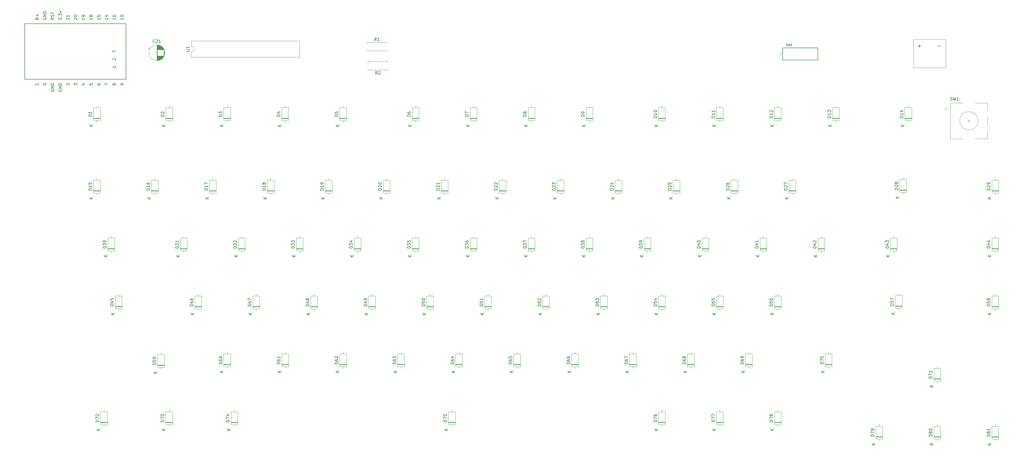
<source format=gbr>
%TF.GenerationSoftware,KiCad,Pcbnew,9.0.2*%
%TF.CreationDate,2025-07-31T22:41:45+05:30*%
%TF.ProjectId,clackintosh,636c6163-6b69-46e7-946f-73682e6b6963,rev?*%
%TF.SameCoordinates,Original*%
%TF.FileFunction,Legend,Top*%
%TF.FilePolarity,Positive*%
%FSLAX46Y46*%
G04 Gerber Fmt 4.6, Leading zero omitted, Abs format (unit mm)*
G04 Created by KiCad (PCBNEW 9.0.2) date 2025-07-31 22:41:45*
%MOMM*%
%LPD*%
G01*
G04 APERTURE LIST*
%ADD10C,0.100000*%
%ADD11C,0.150000*%
%ADD12C,0.200000*%
%ADD13C,0.120000*%
%ADD14C,0.127000*%
G04 APERTURE END LIST*
D10*
X316550000Y-14700000D02*
X327100000Y-14700000D01*
X327100000Y-24000000D01*
X316550000Y-24000000D01*
X316550000Y-14700000D01*
D11*
X251222319Y-102416785D02*
X250222319Y-102416785D01*
X250222319Y-102416785D02*
X250222319Y-102178690D01*
X250222319Y-102178690D02*
X250269938Y-102035833D01*
X250269938Y-102035833D02*
X250365176Y-101940595D01*
X250365176Y-101940595D02*
X250460414Y-101892976D01*
X250460414Y-101892976D02*
X250650890Y-101845357D01*
X250650890Y-101845357D02*
X250793747Y-101845357D01*
X250793747Y-101845357D02*
X250984223Y-101892976D01*
X250984223Y-101892976D02*
X251079461Y-101940595D01*
X251079461Y-101940595D02*
X251174700Y-102035833D01*
X251174700Y-102035833D02*
X251222319Y-102178690D01*
X251222319Y-102178690D02*
X251222319Y-102416785D01*
X250222319Y-100940595D02*
X250222319Y-101416785D01*
X250222319Y-101416785D02*
X250698509Y-101464404D01*
X250698509Y-101464404D02*
X250650890Y-101416785D01*
X250650890Y-101416785D02*
X250603271Y-101321547D01*
X250603271Y-101321547D02*
X250603271Y-101083452D01*
X250603271Y-101083452D02*
X250650890Y-100988214D01*
X250650890Y-100988214D02*
X250698509Y-100940595D01*
X250698509Y-100940595D02*
X250793747Y-100892976D01*
X250793747Y-100892976D02*
X251031842Y-100892976D01*
X251031842Y-100892976D02*
X251127080Y-100940595D01*
X251127080Y-100940595D02*
X251174700Y-100988214D01*
X251174700Y-100988214D02*
X251222319Y-101083452D01*
X251222319Y-101083452D02*
X251222319Y-101321547D01*
X251222319Y-101321547D02*
X251174700Y-101416785D01*
X251174700Y-101416785D02*
X251127080Y-101464404D01*
X250222319Y-99988214D02*
X250222319Y-100464404D01*
X250222319Y-100464404D02*
X250698509Y-100512023D01*
X250698509Y-100512023D02*
X250650890Y-100464404D01*
X250650890Y-100464404D02*
X250603271Y-100369166D01*
X250603271Y-100369166D02*
X250603271Y-100131071D01*
X250603271Y-100131071D02*
X250650890Y-100035833D01*
X250650890Y-100035833D02*
X250698509Y-99988214D01*
X250698509Y-99988214D02*
X250793747Y-99940595D01*
X250793747Y-99940595D02*
X251031842Y-99940595D01*
X251031842Y-99940595D02*
X251127080Y-99988214D01*
X251127080Y-99988214D02*
X251174700Y-100035833D01*
X251174700Y-100035833D02*
X251222319Y-100131071D01*
X251222319Y-100131071D02*
X251222319Y-100369166D01*
X251222319Y-100369166D02*
X251174700Y-100464404D01*
X251174700Y-100464404D02*
X251127080Y-100512023D01*
X251542319Y-105274404D02*
X250542319Y-105274404D01*
X251542319Y-104702976D02*
X250970890Y-105131547D01*
X250542319Y-104702976D02*
X251113747Y-105274404D01*
X108347319Y-121466785D02*
X107347319Y-121466785D01*
X107347319Y-121466785D02*
X107347319Y-121228690D01*
X107347319Y-121228690D02*
X107394938Y-121085833D01*
X107394938Y-121085833D02*
X107490176Y-120990595D01*
X107490176Y-120990595D02*
X107585414Y-120942976D01*
X107585414Y-120942976D02*
X107775890Y-120895357D01*
X107775890Y-120895357D02*
X107918747Y-120895357D01*
X107918747Y-120895357D02*
X108109223Y-120942976D01*
X108109223Y-120942976D02*
X108204461Y-120990595D01*
X108204461Y-120990595D02*
X108299700Y-121085833D01*
X108299700Y-121085833D02*
X108347319Y-121228690D01*
X108347319Y-121228690D02*
X108347319Y-121466785D01*
X107347319Y-120038214D02*
X107347319Y-120228690D01*
X107347319Y-120228690D02*
X107394938Y-120323928D01*
X107394938Y-120323928D02*
X107442557Y-120371547D01*
X107442557Y-120371547D02*
X107585414Y-120466785D01*
X107585414Y-120466785D02*
X107775890Y-120514404D01*
X107775890Y-120514404D02*
X108156842Y-120514404D01*
X108156842Y-120514404D02*
X108252080Y-120466785D01*
X108252080Y-120466785D02*
X108299700Y-120419166D01*
X108299700Y-120419166D02*
X108347319Y-120323928D01*
X108347319Y-120323928D02*
X108347319Y-120133452D01*
X108347319Y-120133452D02*
X108299700Y-120038214D01*
X108299700Y-120038214D02*
X108252080Y-119990595D01*
X108252080Y-119990595D02*
X108156842Y-119942976D01*
X108156842Y-119942976D02*
X107918747Y-119942976D01*
X107918747Y-119942976D02*
X107823509Y-119990595D01*
X107823509Y-119990595D02*
X107775890Y-120038214D01*
X107775890Y-120038214D02*
X107728271Y-120133452D01*
X107728271Y-120133452D02*
X107728271Y-120323928D01*
X107728271Y-120323928D02*
X107775890Y-120419166D01*
X107775890Y-120419166D02*
X107823509Y-120466785D01*
X107823509Y-120466785D02*
X107918747Y-120514404D01*
X108347319Y-118990595D02*
X108347319Y-119562023D01*
X108347319Y-119276309D02*
X107347319Y-119276309D01*
X107347319Y-119276309D02*
X107490176Y-119371547D01*
X107490176Y-119371547D02*
X107585414Y-119466785D01*
X107585414Y-119466785D02*
X107633033Y-119562023D01*
X108667319Y-124324404D02*
X107667319Y-124324404D01*
X108667319Y-123752976D02*
X108095890Y-124181547D01*
X107667319Y-123752976D02*
X108238747Y-124324404D01*
X163116119Y-140516785D02*
X162116119Y-140516785D01*
X162116119Y-140516785D02*
X162116119Y-140278690D01*
X162116119Y-140278690D02*
X162163738Y-140135833D01*
X162163738Y-140135833D02*
X162258976Y-140040595D01*
X162258976Y-140040595D02*
X162354214Y-139992976D01*
X162354214Y-139992976D02*
X162544690Y-139945357D01*
X162544690Y-139945357D02*
X162687547Y-139945357D01*
X162687547Y-139945357D02*
X162878023Y-139992976D01*
X162878023Y-139992976D02*
X162973261Y-140040595D01*
X162973261Y-140040595D02*
X163068500Y-140135833D01*
X163068500Y-140135833D02*
X163116119Y-140278690D01*
X163116119Y-140278690D02*
X163116119Y-140516785D01*
X162116119Y-139612023D02*
X162116119Y-138945357D01*
X162116119Y-138945357D02*
X163116119Y-139373928D01*
X162116119Y-138088214D02*
X162116119Y-138564404D01*
X162116119Y-138564404D02*
X162592309Y-138612023D01*
X162592309Y-138612023D02*
X162544690Y-138564404D01*
X162544690Y-138564404D02*
X162497071Y-138469166D01*
X162497071Y-138469166D02*
X162497071Y-138231071D01*
X162497071Y-138231071D02*
X162544690Y-138135833D01*
X162544690Y-138135833D02*
X162592309Y-138088214D01*
X162592309Y-138088214D02*
X162687547Y-138040595D01*
X162687547Y-138040595D02*
X162925642Y-138040595D01*
X162925642Y-138040595D02*
X163020880Y-138088214D01*
X163020880Y-138088214D02*
X163068500Y-138135833D01*
X163068500Y-138135833D02*
X163116119Y-138231071D01*
X163116119Y-138231071D02*
X163116119Y-138469166D01*
X163116119Y-138469166D02*
X163068500Y-138564404D01*
X163068500Y-138564404D02*
X163020880Y-138612023D01*
X163436119Y-143374404D02*
X162436119Y-143374404D01*
X163436119Y-142802976D02*
X162864690Y-143231547D01*
X162436119Y-142802976D02*
X163007547Y-143374404D01*
X84534819Y-64316785D02*
X83534819Y-64316785D01*
X83534819Y-64316785D02*
X83534819Y-64078690D01*
X83534819Y-64078690D02*
X83582438Y-63935833D01*
X83582438Y-63935833D02*
X83677676Y-63840595D01*
X83677676Y-63840595D02*
X83772914Y-63792976D01*
X83772914Y-63792976D02*
X83963390Y-63745357D01*
X83963390Y-63745357D02*
X84106247Y-63745357D01*
X84106247Y-63745357D02*
X84296723Y-63792976D01*
X84296723Y-63792976D02*
X84391961Y-63840595D01*
X84391961Y-63840595D02*
X84487200Y-63935833D01*
X84487200Y-63935833D02*
X84534819Y-64078690D01*
X84534819Y-64078690D02*
X84534819Y-64316785D01*
X84534819Y-62792976D02*
X84534819Y-63364404D01*
X84534819Y-63078690D02*
X83534819Y-63078690D01*
X83534819Y-63078690D02*
X83677676Y-63173928D01*
X83677676Y-63173928D02*
X83772914Y-63269166D01*
X83772914Y-63269166D02*
X83820533Y-63364404D01*
X83534819Y-62459642D02*
X83534819Y-61792976D01*
X83534819Y-61792976D02*
X84534819Y-62221547D01*
X84854819Y-67174404D02*
X83854819Y-67174404D01*
X84854819Y-66602976D02*
X84283390Y-67031547D01*
X83854819Y-66602976D02*
X84426247Y-67174404D01*
X103584819Y-64316785D02*
X102584819Y-64316785D01*
X102584819Y-64316785D02*
X102584819Y-64078690D01*
X102584819Y-64078690D02*
X102632438Y-63935833D01*
X102632438Y-63935833D02*
X102727676Y-63840595D01*
X102727676Y-63840595D02*
X102822914Y-63792976D01*
X102822914Y-63792976D02*
X103013390Y-63745357D01*
X103013390Y-63745357D02*
X103156247Y-63745357D01*
X103156247Y-63745357D02*
X103346723Y-63792976D01*
X103346723Y-63792976D02*
X103441961Y-63840595D01*
X103441961Y-63840595D02*
X103537200Y-63935833D01*
X103537200Y-63935833D02*
X103584819Y-64078690D01*
X103584819Y-64078690D02*
X103584819Y-64316785D01*
X103584819Y-62792976D02*
X103584819Y-63364404D01*
X103584819Y-63078690D02*
X102584819Y-63078690D01*
X102584819Y-63078690D02*
X102727676Y-63173928D01*
X102727676Y-63173928D02*
X102822914Y-63269166D01*
X102822914Y-63269166D02*
X102870533Y-63364404D01*
X103013390Y-62221547D02*
X102965771Y-62316785D01*
X102965771Y-62316785D02*
X102918152Y-62364404D01*
X102918152Y-62364404D02*
X102822914Y-62412023D01*
X102822914Y-62412023D02*
X102775295Y-62412023D01*
X102775295Y-62412023D02*
X102680057Y-62364404D01*
X102680057Y-62364404D02*
X102632438Y-62316785D01*
X102632438Y-62316785D02*
X102584819Y-62221547D01*
X102584819Y-62221547D02*
X102584819Y-62031071D01*
X102584819Y-62031071D02*
X102632438Y-61935833D01*
X102632438Y-61935833D02*
X102680057Y-61888214D01*
X102680057Y-61888214D02*
X102775295Y-61840595D01*
X102775295Y-61840595D02*
X102822914Y-61840595D01*
X102822914Y-61840595D02*
X102918152Y-61888214D01*
X102918152Y-61888214D02*
X102965771Y-61935833D01*
X102965771Y-61935833D02*
X103013390Y-62031071D01*
X103013390Y-62031071D02*
X103013390Y-62221547D01*
X103013390Y-62221547D02*
X103061009Y-62316785D01*
X103061009Y-62316785D02*
X103108628Y-62364404D01*
X103108628Y-62364404D02*
X103203866Y-62412023D01*
X103203866Y-62412023D02*
X103394342Y-62412023D01*
X103394342Y-62412023D02*
X103489580Y-62364404D01*
X103489580Y-62364404D02*
X103537200Y-62316785D01*
X103537200Y-62316785D02*
X103584819Y-62221547D01*
X103584819Y-62221547D02*
X103584819Y-62031071D01*
X103584819Y-62031071D02*
X103537200Y-61935833D01*
X103537200Y-61935833D02*
X103489580Y-61888214D01*
X103489580Y-61888214D02*
X103394342Y-61840595D01*
X103394342Y-61840595D02*
X103203866Y-61840595D01*
X103203866Y-61840595D02*
X103108628Y-61888214D01*
X103108628Y-61888214D02*
X103061009Y-61935833D01*
X103061009Y-61935833D02*
X103013390Y-62031071D01*
X103904819Y-67174404D02*
X102904819Y-67174404D01*
X103904819Y-66602976D02*
X103333390Y-67031547D01*
X102904819Y-66602976D02*
X103476247Y-67174404D01*
X328716667Y-34707200D02*
X328859524Y-34754819D01*
X328859524Y-34754819D02*
X329097619Y-34754819D01*
X329097619Y-34754819D02*
X329192857Y-34707200D01*
X329192857Y-34707200D02*
X329240476Y-34659580D01*
X329240476Y-34659580D02*
X329288095Y-34564342D01*
X329288095Y-34564342D02*
X329288095Y-34469104D01*
X329288095Y-34469104D02*
X329240476Y-34373866D01*
X329240476Y-34373866D02*
X329192857Y-34326247D01*
X329192857Y-34326247D02*
X329097619Y-34278628D01*
X329097619Y-34278628D02*
X328907143Y-34231009D01*
X328907143Y-34231009D02*
X328811905Y-34183390D01*
X328811905Y-34183390D02*
X328764286Y-34135771D01*
X328764286Y-34135771D02*
X328716667Y-34040533D01*
X328716667Y-34040533D02*
X328716667Y-33945295D01*
X328716667Y-33945295D02*
X328764286Y-33850057D01*
X328764286Y-33850057D02*
X328811905Y-33802438D01*
X328811905Y-33802438D02*
X328907143Y-33754819D01*
X328907143Y-33754819D02*
X329145238Y-33754819D01*
X329145238Y-33754819D02*
X329288095Y-33802438D01*
X329621429Y-33754819D02*
X329859524Y-34754819D01*
X329859524Y-34754819D02*
X330050000Y-34040533D01*
X330050000Y-34040533D02*
X330240476Y-34754819D01*
X330240476Y-34754819D02*
X330478572Y-33754819D01*
X331383333Y-34754819D02*
X330811905Y-34754819D01*
X331097619Y-34754819D02*
X331097619Y-33754819D01*
X331097619Y-33754819D02*
X331002381Y-33897676D01*
X331002381Y-33897676D02*
X330907143Y-33992914D01*
X330907143Y-33992914D02*
X330811905Y-34040533D01*
X270272319Y-102416785D02*
X269272319Y-102416785D01*
X269272319Y-102416785D02*
X269272319Y-102178690D01*
X269272319Y-102178690D02*
X269319938Y-102035833D01*
X269319938Y-102035833D02*
X269415176Y-101940595D01*
X269415176Y-101940595D02*
X269510414Y-101892976D01*
X269510414Y-101892976D02*
X269700890Y-101845357D01*
X269700890Y-101845357D02*
X269843747Y-101845357D01*
X269843747Y-101845357D02*
X270034223Y-101892976D01*
X270034223Y-101892976D02*
X270129461Y-101940595D01*
X270129461Y-101940595D02*
X270224700Y-102035833D01*
X270224700Y-102035833D02*
X270272319Y-102178690D01*
X270272319Y-102178690D02*
X270272319Y-102416785D01*
X269272319Y-100940595D02*
X269272319Y-101416785D01*
X269272319Y-101416785D02*
X269748509Y-101464404D01*
X269748509Y-101464404D02*
X269700890Y-101416785D01*
X269700890Y-101416785D02*
X269653271Y-101321547D01*
X269653271Y-101321547D02*
X269653271Y-101083452D01*
X269653271Y-101083452D02*
X269700890Y-100988214D01*
X269700890Y-100988214D02*
X269748509Y-100940595D01*
X269748509Y-100940595D02*
X269843747Y-100892976D01*
X269843747Y-100892976D02*
X270081842Y-100892976D01*
X270081842Y-100892976D02*
X270177080Y-100940595D01*
X270177080Y-100940595D02*
X270224700Y-100988214D01*
X270224700Y-100988214D02*
X270272319Y-101083452D01*
X270272319Y-101083452D02*
X270272319Y-101321547D01*
X270272319Y-101321547D02*
X270224700Y-101416785D01*
X270224700Y-101416785D02*
X270177080Y-101464404D01*
X269272319Y-100035833D02*
X269272319Y-100226309D01*
X269272319Y-100226309D02*
X269319938Y-100321547D01*
X269319938Y-100321547D02*
X269367557Y-100369166D01*
X269367557Y-100369166D02*
X269510414Y-100464404D01*
X269510414Y-100464404D02*
X269700890Y-100512023D01*
X269700890Y-100512023D02*
X270081842Y-100512023D01*
X270081842Y-100512023D02*
X270177080Y-100464404D01*
X270177080Y-100464404D02*
X270224700Y-100416785D01*
X270224700Y-100416785D02*
X270272319Y-100321547D01*
X270272319Y-100321547D02*
X270272319Y-100131071D01*
X270272319Y-100131071D02*
X270224700Y-100035833D01*
X270224700Y-100035833D02*
X270177080Y-99988214D01*
X270177080Y-99988214D02*
X270081842Y-99940595D01*
X270081842Y-99940595D02*
X269843747Y-99940595D01*
X269843747Y-99940595D02*
X269748509Y-99988214D01*
X269748509Y-99988214D02*
X269700890Y-100035833D01*
X269700890Y-100035833D02*
X269653271Y-100131071D01*
X269653271Y-100131071D02*
X269653271Y-100321547D01*
X269653271Y-100321547D02*
X269700890Y-100416785D01*
X269700890Y-100416785D02*
X269748509Y-100464404D01*
X269748509Y-100464404D02*
X269843747Y-100512023D01*
X270592319Y-105274404D02*
X269592319Y-105274404D01*
X270592319Y-104702976D02*
X270020890Y-105131547D01*
X269592319Y-104702976D02*
X270163747Y-105274404D01*
X232172319Y-40504285D02*
X231172319Y-40504285D01*
X231172319Y-40504285D02*
X231172319Y-40266190D01*
X231172319Y-40266190D02*
X231219938Y-40123333D01*
X231219938Y-40123333D02*
X231315176Y-40028095D01*
X231315176Y-40028095D02*
X231410414Y-39980476D01*
X231410414Y-39980476D02*
X231600890Y-39932857D01*
X231600890Y-39932857D02*
X231743747Y-39932857D01*
X231743747Y-39932857D02*
X231934223Y-39980476D01*
X231934223Y-39980476D02*
X232029461Y-40028095D01*
X232029461Y-40028095D02*
X232124700Y-40123333D01*
X232124700Y-40123333D02*
X232172319Y-40266190D01*
X232172319Y-40266190D02*
X232172319Y-40504285D01*
X232172319Y-38980476D02*
X232172319Y-39551904D01*
X232172319Y-39266190D02*
X231172319Y-39266190D01*
X231172319Y-39266190D02*
X231315176Y-39361428D01*
X231315176Y-39361428D02*
X231410414Y-39456666D01*
X231410414Y-39456666D02*
X231458033Y-39551904D01*
X231172319Y-38361428D02*
X231172319Y-38266190D01*
X231172319Y-38266190D02*
X231219938Y-38170952D01*
X231219938Y-38170952D02*
X231267557Y-38123333D01*
X231267557Y-38123333D02*
X231362795Y-38075714D01*
X231362795Y-38075714D02*
X231553271Y-38028095D01*
X231553271Y-38028095D02*
X231791366Y-38028095D01*
X231791366Y-38028095D02*
X231981842Y-38075714D01*
X231981842Y-38075714D02*
X232077080Y-38123333D01*
X232077080Y-38123333D02*
X232124700Y-38170952D01*
X232124700Y-38170952D02*
X232172319Y-38266190D01*
X232172319Y-38266190D02*
X232172319Y-38361428D01*
X232172319Y-38361428D02*
X232124700Y-38456666D01*
X232124700Y-38456666D02*
X232077080Y-38504285D01*
X232077080Y-38504285D02*
X231981842Y-38551904D01*
X231981842Y-38551904D02*
X231791366Y-38599523D01*
X231791366Y-38599523D02*
X231553271Y-38599523D01*
X231553271Y-38599523D02*
X231362795Y-38551904D01*
X231362795Y-38551904D02*
X231267557Y-38504285D01*
X231267557Y-38504285D02*
X231219938Y-38456666D01*
X231219938Y-38456666D02*
X231172319Y-38361428D01*
X232492319Y-43361904D02*
X231492319Y-43361904D01*
X232492319Y-42790476D02*
X231920890Y-43219047D01*
X231492319Y-42790476D02*
X232063747Y-43361904D01*
X198834819Y-64316785D02*
X197834819Y-64316785D01*
X197834819Y-64316785D02*
X197834819Y-64078690D01*
X197834819Y-64078690D02*
X197882438Y-63935833D01*
X197882438Y-63935833D02*
X197977676Y-63840595D01*
X197977676Y-63840595D02*
X198072914Y-63792976D01*
X198072914Y-63792976D02*
X198263390Y-63745357D01*
X198263390Y-63745357D02*
X198406247Y-63745357D01*
X198406247Y-63745357D02*
X198596723Y-63792976D01*
X198596723Y-63792976D02*
X198691961Y-63840595D01*
X198691961Y-63840595D02*
X198787200Y-63935833D01*
X198787200Y-63935833D02*
X198834819Y-64078690D01*
X198834819Y-64078690D02*
X198834819Y-64316785D01*
X197930057Y-63364404D02*
X197882438Y-63316785D01*
X197882438Y-63316785D02*
X197834819Y-63221547D01*
X197834819Y-63221547D02*
X197834819Y-62983452D01*
X197834819Y-62983452D02*
X197882438Y-62888214D01*
X197882438Y-62888214D02*
X197930057Y-62840595D01*
X197930057Y-62840595D02*
X198025295Y-62792976D01*
X198025295Y-62792976D02*
X198120533Y-62792976D01*
X198120533Y-62792976D02*
X198263390Y-62840595D01*
X198263390Y-62840595D02*
X198834819Y-63412023D01*
X198834819Y-63412023D02*
X198834819Y-62792976D01*
X197834819Y-62459642D02*
X197834819Y-61840595D01*
X197834819Y-61840595D02*
X198215771Y-62173928D01*
X198215771Y-62173928D02*
X198215771Y-62031071D01*
X198215771Y-62031071D02*
X198263390Y-61935833D01*
X198263390Y-61935833D02*
X198311009Y-61888214D01*
X198311009Y-61888214D02*
X198406247Y-61840595D01*
X198406247Y-61840595D02*
X198644342Y-61840595D01*
X198644342Y-61840595D02*
X198739580Y-61888214D01*
X198739580Y-61888214D02*
X198787200Y-61935833D01*
X198787200Y-61935833D02*
X198834819Y-62031071D01*
X198834819Y-62031071D02*
X198834819Y-62316785D01*
X198834819Y-62316785D02*
X198787200Y-62412023D01*
X198787200Y-62412023D02*
X198739580Y-62459642D01*
X199154819Y-67174404D02*
X198154819Y-67174404D01*
X199154819Y-66602976D02*
X198583390Y-67031547D01*
X198154819Y-66602976D02*
X198726247Y-67174404D01*
X303609819Y-145279285D02*
X302609819Y-145279285D01*
X302609819Y-145279285D02*
X302609819Y-145041190D01*
X302609819Y-145041190D02*
X302657438Y-144898333D01*
X302657438Y-144898333D02*
X302752676Y-144803095D01*
X302752676Y-144803095D02*
X302847914Y-144755476D01*
X302847914Y-144755476D02*
X303038390Y-144707857D01*
X303038390Y-144707857D02*
X303181247Y-144707857D01*
X303181247Y-144707857D02*
X303371723Y-144755476D01*
X303371723Y-144755476D02*
X303466961Y-144803095D01*
X303466961Y-144803095D02*
X303562200Y-144898333D01*
X303562200Y-144898333D02*
X303609819Y-145041190D01*
X303609819Y-145041190D02*
X303609819Y-145279285D01*
X302609819Y-144374523D02*
X302609819Y-143707857D01*
X302609819Y-143707857D02*
X303609819Y-144136428D01*
X303609819Y-143279285D02*
X303609819Y-143088809D01*
X303609819Y-143088809D02*
X303562200Y-142993571D01*
X303562200Y-142993571D02*
X303514580Y-142945952D01*
X303514580Y-142945952D02*
X303371723Y-142850714D01*
X303371723Y-142850714D02*
X303181247Y-142803095D01*
X303181247Y-142803095D02*
X302800295Y-142803095D01*
X302800295Y-142803095D02*
X302705057Y-142850714D01*
X302705057Y-142850714D02*
X302657438Y-142898333D01*
X302657438Y-142898333D02*
X302609819Y-142993571D01*
X302609819Y-142993571D02*
X302609819Y-143184047D01*
X302609819Y-143184047D02*
X302657438Y-143279285D01*
X302657438Y-143279285D02*
X302705057Y-143326904D01*
X302705057Y-143326904D02*
X302800295Y-143374523D01*
X302800295Y-143374523D02*
X303038390Y-143374523D01*
X303038390Y-143374523D02*
X303133628Y-143326904D01*
X303133628Y-143326904D02*
X303181247Y-143279285D01*
X303181247Y-143279285D02*
X303228866Y-143184047D01*
X303228866Y-143184047D02*
X303228866Y-142993571D01*
X303228866Y-142993571D02*
X303181247Y-142898333D01*
X303181247Y-142898333D02*
X303133628Y-142850714D01*
X303133628Y-142850714D02*
X303038390Y-142803095D01*
X303929819Y-148136904D02*
X302929819Y-148136904D01*
X303929819Y-147565476D02*
X303358390Y-147994047D01*
X302929819Y-147565476D02*
X303501247Y-148136904D01*
X155972319Y-102416785D02*
X154972319Y-102416785D01*
X154972319Y-102416785D02*
X154972319Y-102178690D01*
X154972319Y-102178690D02*
X155019938Y-102035833D01*
X155019938Y-102035833D02*
X155115176Y-101940595D01*
X155115176Y-101940595D02*
X155210414Y-101892976D01*
X155210414Y-101892976D02*
X155400890Y-101845357D01*
X155400890Y-101845357D02*
X155543747Y-101845357D01*
X155543747Y-101845357D02*
X155734223Y-101892976D01*
X155734223Y-101892976D02*
X155829461Y-101940595D01*
X155829461Y-101940595D02*
X155924700Y-102035833D01*
X155924700Y-102035833D02*
X155972319Y-102178690D01*
X155972319Y-102178690D02*
X155972319Y-102416785D01*
X154972319Y-100940595D02*
X154972319Y-101416785D01*
X154972319Y-101416785D02*
X155448509Y-101464404D01*
X155448509Y-101464404D02*
X155400890Y-101416785D01*
X155400890Y-101416785D02*
X155353271Y-101321547D01*
X155353271Y-101321547D02*
X155353271Y-101083452D01*
X155353271Y-101083452D02*
X155400890Y-100988214D01*
X155400890Y-100988214D02*
X155448509Y-100940595D01*
X155448509Y-100940595D02*
X155543747Y-100892976D01*
X155543747Y-100892976D02*
X155781842Y-100892976D01*
X155781842Y-100892976D02*
X155877080Y-100940595D01*
X155877080Y-100940595D02*
X155924700Y-100988214D01*
X155924700Y-100988214D02*
X155972319Y-101083452D01*
X155972319Y-101083452D02*
X155972319Y-101321547D01*
X155972319Y-101321547D02*
X155924700Y-101416785D01*
X155924700Y-101416785D02*
X155877080Y-101464404D01*
X154972319Y-100273928D02*
X154972319Y-100178690D01*
X154972319Y-100178690D02*
X155019938Y-100083452D01*
X155019938Y-100083452D02*
X155067557Y-100035833D01*
X155067557Y-100035833D02*
X155162795Y-99988214D01*
X155162795Y-99988214D02*
X155353271Y-99940595D01*
X155353271Y-99940595D02*
X155591366Y-99940595D01*
X155591366Y-99940595D02*
X155781842Y-99988214D01*
X155781842Y-99988214D02*
X155877080Y-100035833D01*
X155877080Y-100035833D02*
X155924700Y-100083452D01*
X155924700Y-100083452D02*
X155972319Y-100178690D01*
X155972319Y-100178690D02*
X155972319Y-100273928D01*
X155972319Y-100273928D02*
X155924700Y-100369166D01*
X155924700Y-100369166D02*
X155877080Y-100416785D01*
X155877080Y-100416785D02*
X155781842Y-100464404D01*
X155781842Y-100464404D02*
X155591366Y-100512023D01*
X155591366Y-100512023D02*
X155353271Y-100512023D01*
X155353271Y-100512023D02*
X155162795Y-100464404D01*
X155162795Y-100464404D02*
X155067557Y-100416785D01*
X155067557Y-100416785D02*
X155019938Y-100369166D01*
X155019938Y-100369166D02*
X154972319Y-100273928D01*
X156292319Y-105274404D02*
X155292319Y-105274404D01*
X156292319Y-104702976D02*
X155720890Y-105131547D01*
X155292319Y-104702976D02*
X155863747Y-105274404D01*
X113109819Y-83366785D02*
X112109819Y-83366785D01*
X112109819Y-83366785D02*
X112109819Y-83128690D01*
X112109819Y-83128690D02*
X112157438Y-82985833D01*
X112157438Y-82985833D02*
X112252676Y-82890595D01*
X112252676Y-82890595D02*
X112347914Y-82842976D01*
X112347914Y-82842976D02*
X112538390Y-82795357D01*
X112538390Y-82795357D02*
X112681247Y-82795357D01*
X112681247Y-82795357D02*
X112871723Y-82842976D01*
X112871723Y-82842976D02*
X112966961Y-82890595D01*
X112966961Y-82890595D02*
X113062200Y-82985833D01*
X113062200Y-82985833D02*
X113109819Y-83128690D01*
X113109819Y-83128690D02*
X113109819Y-83366785D01*
X112109819Y-82462023D02*
X112109819Y-81842976D01*
X112109819Y-81842976D02*
X112490771Y-82176309D01*
X112490771Y-82176309D02*
X112490771Y-82033452D01*
X112490771Y-82033452D02*
X112538390Y-81938214D01*
X112538390Y-81938214D02*
X112586009Y-81890595D01*
X112586009Y-81890595D02*
X112681247Y-81842976D01*
X112681247Y-81842976D02*
X112919342Y-81842976D01*
X112919342Y-81842976D02*
X113014580Y-81890595D01*
X113014580Y-81890595D02*
X113062200Y-81938214D01*
X113062200Y-81938214D02*
X113109819Y-82033452D01*
X113109819Y-82033452D02*
X113109819Y-82319166D01*
X113109819Y-82319166D02*
X113062200Y-82414404D01*
X113062200Y-82414404D02*
X113014580Y-82462023D01*
X112109819Y-81509642D02*
X112109819Y-80890595D01*
X112109819Y-80890595D02*
X112490771Y-81223928D01*
X112490771Y-81223928D02*
X112490771Y-81081071D01*
X112490771Y-81081071D02*
X112538390Y-80985833D01*
X112538390Y-80985833D02*
X112586009Y-80938214D01*
X112586009Y-80938214D02*
X112681247Y-80890595D01*
X112681247Y-80890595D02*
X112919342Y-80890595D01*
X112919342Y-80890595D02*
X113014580Y-80938214D01*
X113014580Y-80938214D02*
X113062200Y-80985833D01*
X113062200Y-80985833D02*
X113109819Y-81081071D01*
X113109819Y-81081071D02*
X113109819Y-81366785D01*
X113109819Y-81366785D02*
X113062200Y-81462023D01*
X113062200Y-81462023D02*
X113014580Y-81509642D01*
X113429819Y-86224404D02*
X112429819Y-86224404D01*
X113429819Y-85652976D02*
X112858390Y-86081547D01*
X112429819Y-85652976D02*
X113001247Y-86224404D01*
X222647319Y-121466785D02*
X221647319Y-121466785D01*
X221647319Y-121466785D02*
X221647319Y-121228690D01*
X221647319Y-121228690D02*
X221694938Y-121085833D01*
X221694938Y-121085833D02*
X221790176Y-120990595D01*
X221790176Y-120990595D02*
X221885414Y-120942976D01*
X221885414Y-120942976D02*
X222075890Y-120895357D01*
X222075890Y-120895357D02*
X222218747Y-120895357D01*
X222218747Y-120895357D02*
X222409223Y-120942976D01*
X222409223Y-120942976D02*
X222504461Y-120990595D01*
X222504461Y-120990595D02*
X222599700Y-121085833D01*
X222599700Y-121085833D02*
X222647319Y-121228690D01*
X222647319Y-121228690D02*
X222647319Y-121466785D01*
X221647319Y-120038214D02*
X221647319Y-120228690D01*
X221647319Y-120228690D02*
X221694938Y-120323928D01*
X221694938Y-120323928D02*
X221742557Y-120371547D01*
X221742557Y-120371547D02*
X221885414Y-120466785D01*
X221885414Y-120466785D02*
X222075890Y-120514404D01*
X222075890Y-120514404D02*
X222456842Y-120514404D01*
X222456842Y-120514404D02*
X222552080Y-120466785D01*
X222552080Y-120466785D02*
X222599700Y-120419166D01*
X222599700Y-120419166D02*
X222647319Y-120323928D01*
X222647319Y-120323928D02*
X222647319Y-120133452D01*
X222647319Y-120133452D02*
X222599700Y-120038214D01*
X222599700Y-120038214D02*
X222552080Y-119990595D01*
X222552080Y-119990595D02*
X222456842Y-119942976D01*
X222456842Y-119942976D02*
X222218747Y-119942976D01*
X222218747Y-119942976D02*
X222123509Y-119990595D01*
X222123509Y-119990595D02*
X222075890Y-120038214D01*
X222075890Y-120038214D02*
X222028271Y-120133452D01*
X222028271Y-120133452D02*
X222028271Y-120323928D01*
X222028271Y-120323928D02*
X222075890Y-120419166D01*
X222075890Y-120419166D02*
X222123509Y-120466785D01*
X222123509Y-120466785D02*
X222218747Y-120514404D01*
X221647319Y-119609642D02*
X221647319Y-118942976D01*
X221647319Y-118942976D02*
X222647319Y-119371547D01*
X222967319Y-124324404D02*
X221967319Y-124324404D01*
X222967319Y-123752976D02*
X222395890Y-124181547D01*
X221967319Y-123752976D02*
X222538747Y-124324404D01*
X274776166Y-16811400D02*
X274867595Y-16841876D01*
X274867595Y-16841876D02*
X275019976Y-16841876D01*
X275019976Y-16841876D02*
X275080928Y-16811400D01*
X275080928Y-16811400D02*
X275111404Y-16780923D01*
X275111404Y-16780923D02*
X275141881Y-16719971D01*
X275141881Y-16719971D02*
X275141881Y-16659019D01*
X275141881Y-16659019D02*
X275111404Y-16598066D01*
X275111404Y-16598066D02*
X275080928Y-16567590D01*
X275080928Y-16567590D02*
X275019976Y-16537114D01*
X275019976Y-16537114D02*
X274898071Y-16506638D01*
X274898071Y-16506638D02*
X274837119Y-16476161D01*
X274837119Y-16476161D02*
X274806642Y-16445685D01*
X274806642Y-16445685D02*
X274776166Y-16384733D01*
X274776166Y-16384733D02*
X274776166Y-16323780D01*
X274776166Y-16323780D02*
X274806642Y-16262828D01*
X274806642Y-16262828D02*
X274837119Y-16232352D01*
X274837119Y-16232352D02*
X274898071Y-16201876D01*
X274898071Y-16201876D02*
X275050452Y-16201876D01*
X275050452Y-16201876D02*
X275141881Y-16232352D01*
X275355214Y-16201876D02*
X275507595Y-16841876D01*
X275507595Y-16841876D02*
X275629500Y-16384733D01*
X275629500Y-16384733D02*
X275751405Y-16841876D01*
X275751405Y-16841876D02*
X275903786Y-16201876D01*
X276117119Y-16262828D02*
X276147595Y-16232352D01*
X276147595Y-16232352D02*
X276208548Y-16201876D01*
X276208548Y-16201876D02*
X276360929Y-16201876D01*
X276360929Y-16201876D02*
X276421881Y-16232352D01*
X276421881Y-16232352D02*
X276452357Y-16262828D01*
X276452357Y-16262828D02*
X276482834Y-16323780D01*
X276482834Y-16323780D02*
X276482834Y-16384733D01*
X276482834Y-16384733D02*
X276452357Y-16476161D01*
X276452357Y-16476161D02*
X276086643Y-16841876D01*
X276086643Y-16841876D02*
X276482834Y-16841876D01*
X189309819Y-40028094D02*
X188309819Y-40028094D01*
X188309819Y-40028094D02*
X188309819Y-39789999D01*
X188309819Y-39789999D02*
X188357438Y-39647142D01*
X188357438Y-39647142D02*
X188452676Y-39551904D01*
X188452676Y-39551904D02*
X188547914Y-39504285D01*
X188547914Y-39504285D02*
X188738390Y-39456666D01*
X188738390Y-39456666D02*
X188881247Y-39456666D01*
X188881247Y-39456666D02*
X189071723Y-39504285D01*
X189071723Y-39504285D02*
X189166961Y-39551904D01*
X189166961Y-39551904D02*
X189262200Y-39647142D01*
X189262200Y-39647142D02*
X189309819Y-39789999D01*
X189309819Y-39789999D02*
X189309819Y-40028094D01*
X188738390Y-38885237D02*
X188690771Y-38980475D01*
X188690771Y-38980475D02*
X188643152Y-39028094D01*
X188643152Y-39028094D02*
X188547914Y-39075713D01*
X188547914Y-39075713D02*
X188500295Y-39075713D01*
X188500295Y-39075713D02*
X188405057Y-39028094D01*
X188405057Y-39028094D02*
X188357438Y-38980475D01*
X188357438Y-38980475D02*
X188309819Y-38885237D01*
X188309819Y-38885237D02*
X188309819Y-38694761D01*
X188309819Y-38694761D02*
X188357438Y-38599523D01*
X188357438Y-38599523D02*
X188405057Y-38551904D01*
X188405057Y-38551904D02*
X188500295Y-38504285D01*
X188500295Y-38504285D02*
X188547914Y-38504285D01*
X188547914Y-38504285D02*
X188643152Y-38551904D01*
X188643152Y-38551904D02*
X188690771Y-38599523D01*
X188690771Y-38599523D02*
X188738390Y-38694761D01*
X188738390Y-38694761D02*
X188738390Y-38885237D01*
X188738390Y-38885237D02*
X188786009Y-38980475D01*
X188786009Y-38980475D02*
X188833628Y-39028094D01*
X188833628Y-39028094D02*
X188928866Y-39075713D01*
X188928866Y-39075713D02*
X189119342Y-39075713D01*
X189119342Y-39075713D02*
X189214580Y-39028094D01*
X189214580Y-39028094D02*
X189262200Y-38980475D01*
X189262200Y-38980475D02*
X189309819Y-38885237D01*
X189309819Y-38885237D02*
X189309819Y-38694761D01*
X189309819Y-38694761D02*
X189262200Y-38599523D01*
X189262200Y-38599523D02*
X189214580Y-38551904D01*
X189214580Y-38551904D02*
X189119342Y-38504285D01*
X189119342Y-38504285D02*
X188928866Y-38504285D01*
X188928866Y-38504285D02*
X188833628Y-38551904D01*
X188833628Y-38551904D02*
X188786009Y-38599523D01*
X188786009Y-38599523D02*
X188738390Y-38694761D01*
X189629819Y-43361904D02*
X188629819Y-43361904D01*
X189629819Y-42790476D02*
X189058390Y-43219047D01*
X188629819Y-42790476D02*
X189201247Y-43361904D01*
X117872319Y-102416785D02*
X116872319Y-102416785D01*
X116872319Y-102416785D02*
X116872319Y-102178690D01*
X116872319Y-102178690D02*
X116919938Y-102035833D01*
X116919938Y-102035833D02*
X117015176Y-101940595D01*
X117015176Y-101940595D02*
X117110414Y-101892976D01*
X117110414Y-101892976D02*
X117300890Y-101845357D01*
X117300890Y-101845357D02*
X117443747Y-101845357D01*
X117443747Y-101845357D02*
X117634223Y-101892976D01*
X117634223Y-101892976D02*
X117729461Y-101940595D01*
X117729461Y-101940595D02*
X117824700Y-102035833D01*
X117824700Y-102035833D02*
X117872319Y-102178690D01*
X117872319Y-102178690D02*
X117872319Y-102416785D01*
X117205652Y-100988214D02*
X117872319Y-100988214D01*
X116824700Y-101226309D02*
X117538985Y-101464404D01*
X117538985Y-101464404D02*
X117538985Y-100845357D01*
X117300890Y-100321547D02*
X117253271Y-100416785D01*
X117253271Y-100416785D02*
X117205652Y-100464404D01*
X117205652Y-100464404D02*
X117110414Y-100512023D01*
X117110414Y-100512023D02*
X117062795Y-100512023D01*
X117062795Y-100512023D02*
X116967557Y-100464404D01*
X116967557Y-100464404D02*
X116919938Y-100416785D01*
X116919938Y-100416785D02*
X116872319Y-100321547D01*
X116872319Y-100321547D02*
X116872319Y-100131071D01*
X116872319Y-100131071D02*
X116919938Y-100035833D01*
X116919938Y-100035833D02*
X116967557Y-99988214D01*
X116967557Y-99988214D02*
X117062795Y-99940595D01*
X117062795Y-99940595D02*
X117110414Y-99940595D01*
X117110414Y-99940595D02*
X117205652Y-99988214D01*
X117205652Y-99988214D02*
X117253271Y-100035833D01*
X117253271Y-100035833D02*
X117300890Y-100131071D01*
X117300890Y-100131071D02*
X117300890Y-100321547D01*
X117300890Y-100321547D02*
X117348509Y-100416785D01*
X117348509Y-100416785D02*
X117396128Y-100464404D01*
X117396128Y-100464404D02*
X117491366Y-100512023D01*
X117491366Y-100512023D02*
X117681842Y-100512023D01*
X117681842Y-100512023D02*
X117777080Y-100464404D01*
X117777080Y-100464404D02*
X117824700Y-100416785D01*
X117824700Y-100416785D02*
X117872319Y-100321547D01*
X117872319Y-100321547D02*
X117872319Y-100131071D01*
X117872319Y-100131071D02*
X117824700Y-100035833D01*
X117824700Y-100035833D02*
X117777080Y-99988214D01*
X117777080Y-99988214D02*
X117681842Y-99940595D01*
X117681842Y-99940595D02*
X117491366Y-99940595D01*
X117491366Y-99940595D02*
X117396128Y-99988214D01*
X117396128Y-99988214D02*
X117348509Y-100035833D01*
X117348509Y-100035833D02*
X117300890Y-100131071D01*
X118192319Y-105274404D02*
X117192319Y-105274404D01*
X118192319Y-104702976D02*
X117620890Y-105131547D01*
X117192319Y-104702976D02*
X117763747Y-105274404D01*
X108347319Y-40028094D02*
X107347319Y-40028094D01*
X107347319Y-40028094D02*
X107347319Y-39789999D01*
X107347319Y-39789999D02*
X107394938Y-39647142D01*
X107394938Y-39647142D02*
X107490176Y-39551904D01*
X107490176Y-39551904D02*
X107585414Y-39504285D01*
X107585414Y-39504285D02*
X107775890Y-39456666D01*
X107775890Y-39456666D02*
X107918747Y-39456666D01*
X107918747Y-39456666D02*
X108109223Y-39504285D01*
X108109223Y-39504285D02*
X108204461Y-39551904D01*
X108204461Y-39551904D02*
X108299700Y-39647142D01*
X108299700Y-39647142D02*
X108347319Y-39789999D01*
X108347319Y-39789999D02*
X108347319Y-40028094D01*
X107680652Y-38599523D02*
X108347319Y-38599523D01*
X107299700Y-38837618D02*
X108013985Y-39075713D01*
X108013985Y-39075713D02*
X108013985Y-38456666D01*
X108667319Y-43361904D02*
X107667319Y-43361904D01*
X108667319Y-42790476D02*
X108095890Y-43219047D01*
X107667319Y-42790476D02*
X108238747Y-43361904D01*
X146447319Y-121466785D02*
X145447319Y-121466785D01*
X145447319Y-121466785D02*
X145447319Y-121228690D01*
X145447319Y-121228690D02*
X145494938Y-121085833D01*
X145494938Y-121085833D02*
X145590176Y-120990595D01*
X145590176Y-120990595D02*
X145685414Y-120942976D01*
X145685414Y-120942976D02*
X145875890Y-120895357D01*
X145875890Y-120895357D02*
X146018747Y-120895357D01*
X146018747Y-120895357D02*
X146209223Y-120942976D01*
X146209223Y-120942976D02*
X146304461Y-120990595D01*
X146304461Y-120990595D02*
X146399700Y-121085833D01*
X146399700Y-121085833D02*
X146447319Y-121228690D01*
X146447319Y-121228690D02*
X146447319Y-121466785D01*
X145447319Y-120038214D02*
X145447319Y-120228690D01*
X145447319Y-120228690D02*
X145494938Y-120323928D01*
X145494938Y-120323928D02*
X145542557Y-120371547D01*
X145542557Y-120371547D02*
X145685414Y-120466785D01*
X145685414Y-120466785D02*
X145875890Y-120514404D01*
X145875890Y-120514404D02*
X146256842Y-120514404D01*
X146256842Y-120514404D02*
X146352080Y-120466785D01*
X146352080Y-120466785D02*
X146399700Y-120419166D01*
X146399700Y-120419166D02*
X146447319Y-120323928D01*
X146447319Y-120323928D02*
X146447319Y-120133452D01*
X146447319Y-120133452D02*
X146399700Y-120038214D01*
X146399700Y-120038214D02*
X146352080Y-119990595D01*
X146352080Y-119990595D02*
X146256842Y-119942976D01*
X146256842Y-119942976D02*
X146018747Y-119942976D01*
X146018747Y-119942976D02*
X145923509Y-119990595D01*
X145923509Y-119990595D02*
X145875890Y-120038214D01*
X145875890Y-120038214D02*
X145828271Y-120133452D01*
X145828271Y-120133452D02*
X145828271Y-120323928D01*
X145828271Y-120323928D02*
X145875890Y-120419166D01*
X145875890Y-120419166D02*
X145923509Y-120466785D01*
X145923509Y-120466785D02*
X146018747Y-120514404D01*
X145447319Y-119609642D02*
X145447319Y-118990595D01*
X145447319Y-118990595D02*
X145828271Y-119323928D01*
X145828271Y-119323928D02*
X145828271Y-119181071D01*
X145828271Y-119181071D02*
X145875890Y-119085833D01*
X145875890Y-119085833D02*
X145923509Y-119038214D01*
X145923509Y-119038214D02*
X146018747Y-118990595D01*
X146018747Y-118990595D02*
X146256842Y-118990595D01*
X146256842Y-118990595D02*
X146352080Y-119038214D01*
X146352080Y-119038214D02*
X146399700Y-119085833D01*
X146399700Y-119085833D02*
X146447319Y-119181071D01*
X146447319Y-119181071D02*
X146447319Y-119466785D01*
X146447319Y-119466785D02*
X146399700Y-119562023D01*
X146399700Y-119562023D02*
X146352080Y-119609642D01*
X146767319Y-124324404D02*
X145767319Y-124324404D01*
X146767319Y-123752976D02*
X146195890Y-124181547D01*
X145767319Y-123752976D02*
X146338747Y-124324404D01*
X70247319Y-140516785D02*
X69247319Y-140516785D01*
X69247319Y-140516785D02*
X69247319Y-140278690D01*
X69247319Y-140278690D02*
X69294938Y-140135833D01*
X69294938Y-140135833D02*
X69390176Y-140040595D01*
X69390176Y-140040595D02*
X69485414Y-139992976D01*
X69485414Y-139992976D02*
X69675890Y-139945357D01*
X69675890Y-139945357D02*
X69818747Y-139945357D01*
X69818747Y-139945357D02*
X70009223Y-139992976D01*
X70009223Y-139992976D02*
X70104461Y-140040595D01*
X70104461Y-140040595D02*
X70199700Y-140135833D01*
X70199700Y-140135833D02*
X70247319Y-140278690D01*
X70247319Y-140278690D02*
X70247319Y-140516785D01*
X69247319Y-139612023D02*
X69247319Y-138945357D01*
X69247319Y-138945357D02*
X70247319Y-139373928D01*
X69247319Y-138659642D02*
X69247319Y-138040595D01*
X69247319Y-138040595D02*
X69628271Y-138373928D01*
X69628271Y-138373928D02*
X69628271Y-138231071D01*
X69628271Y-138231071D02*
X69675890Y-138135833D01*
X69675890Y-138135833D02*
X69723509Y-138088214D01*
X69723509Y-138088214D02*
X69818747Y-138040595D01*
X69818747Y-138040595D02*
X70056842Y-138040595D01*
X70056842Y-138040595D02*
X70152080Y-138088214D01*
X70152080Y-138088214D02*
X70199700Y-138135833D01*
X70199700Y-138135833D02*
X70247319Y-138231071D01*
X70247319Y-138231071D02*
X70247319Y-138516785D01*
X70247319Y-138516785D02*
X70199700Y-138612023D01*
X70199700Y-138612023D02*
X70152080Y-138659642D01*
X70567319Y-143374404D02*
X69567319Y-143374404D01*
X70567319Y-142802976D02*
X69995890Y-143231547D01*
X69567319Y-142802976D02*
X70138747Y-143374404D01*
X51197319Y-83366785D02*
X50197319Y-83366785D01*
X50197319Y-83366785D02*
X50197319Y-83128690D01*
X50197319Y-83128690D02*
X50244938Y-82985833D01*
X50244938Y-82985833D02*
X50340176Y-82890595D01*
X50340176Y-82890595D02*
X50435414Y-82842976D01*
X50435414Y-82842976D02*
X50625890Y-82795357D01*
X50625890Y-82795357D02*
X50768747Y-82795357D01*
X50768747Y-82795357D02*
X50959223Y-82842976D01*
X50959223Y-82842976D02*
X51054461Y-82890595D01*
X51054461Y-82890595D02*
X51149700Y-82985833D01*
X51149700Y-82985833D02*
X51197319Y-83128690D01*
X51197319Y-83128690D02*
X51197319Y-83366785D01*
X50197319Y-82462023D02*
X50197319Y-81842976D01*
X50197319Y-81842976D02*
X50578271Y-82176309D01*
X50578271Y-82176309D02*
X50578271Y-82033452D01*
X50578271Y-82033452D02*
X50625890Y-81938214D01*
X50625890Y-81938214D02*
X50673509Y-81890595D01*
X50673509Y-81890595D02*
X50768747Y-81842976D01*
X50768747Y-81842976D02*
X51006842Y-81842976D01*
X51006842Y-81842976D02*
X51102080Y-81890595D01*
X51102080Y-81890595D02*
X51149700Y-81938214D01*
X51149700Y-81938214D02*
X51197319Y-82033452D01*
X51197319Y-82033452D02*
X51197319Y-82319166D01*
X51197319Y-82319166D02*
X51149700Y-82414404D01*
X51149700Y-82414404D02*
X51102080Y-82462023D01*
X50197319Y-81223928D02*
X50197319Y-81128690D01*
X50197319Y-81128690D02*
X50244938Y-81033452D01*
X50244938Y-81033452D02*
X50292557Y-80985833D01*
X50292557Y-80985833D02*
X50387795Y-80938214D01*
X50387795Y-80938214D02*
X50578271Y-80890595D01*
X50578271Y-80890595D02*
X50816366Y-80890595D01*
X50816366Y-80890595D02*
X51006842Y-80938214D01*
X51006842Y-80938214D02*
X51102080Y-80985833D01*
X51102080Y-80985833D02*
X51149700Y-81033452D01*
X51149700Y-81033452D02*
X51197319Y-81128690D01*
X51197319Y-81128690D02*
X51197319Y-81223928D01*
X51197319Y-81223928D02*
X51149700Y-81319166D01*
X51149700Y-81319166D02*
X51102080Y-81366785D01*
X51102080Y-81366785D02*
X51006842Y-81414404D01*
X51006842Y-81414404D02*
X50816366Y-81462023D01*
X50816366Y-81462023D02*
X50578271Y-81462023D01*
X50578271Y-81462023D02*
X50387795Y-81414404D01*
X50387795Y-81414404D02*
X50292557Y-81366785D01*
X50292557Y-81366785D02*
X50244938Y-81319166D01*
X50244938Y-81319166D02*
X50197319Y-81223928D01*
X51517319Y-86224404D02*
X50517319Y-86224404D01*
X51517319Y-85652976D02*
X50945890Y-86081547D01*
X50517319Y-85652976D02*
X51088747Y-86224404D01*
X89297319Y-40028094D02*
X88297319Y-40028094D01*
X88297319Y-40028094D02*
X88297319Y-39789999D01*
X88297319Y-39789999D02*
X88344938Y-39647142D01*
X88344938Y-39647142D02*
X88440176Y-39551904D01*
X88440176Y-39551904D02*
X88535414Y-39504285D01*
X88535414Y-39504285D02*
X88725890Y-39456666D01*
X88725890Y-39456666D02*
X88868747Y-39456666D01*
X88868747Y-39456666D02*
X89059223Y-39504285D01*
X89059223Y-39504285D02*
X89154461Y-39551904D01*
X89154461Y-39551904D02*
X89249700Y-39647142D01*
X89249700Y-39647142D02*
X89297319Y-39789999D01*
X89297319Y-39789999D02*
X89297319Y-40028094D01*
X88297319Y-39123332D02*
X88297319Y-38504285D01*
X88297319Y-38504285D02*
X88678271Y-38837618D01*
X88678271Y-38837618D02*
X88678271Y-38694761D01*
X88678271Y-38694761D02*
X88725890Y-38599523D01*
X88725890Y-38599523D02*
X88773509Y-38551904D01*
X88773509Y-38551904D02*
X88868747Y-38504285D01*
X88868747Y-38504285D02*
X89106842Y-38504285D01*
X89106842Y-38504285D02*
X89202080Y-38551904D01*
X89202080Y-38551904D02*
X89249700Y-38599523D01*
X89249700Y-38599523D02*
X89297319Y-38694761D01*
X89297319Y-38694761D02*
X89297319Y-38980475D01*
X89297319Y-38980475D02*
X89249700Y-39075713D01*
X89249700Y-39075713D02*
X89202080Y-39123332D01*
X89617319Y-43361904D02*
X88617319Y-43361904D01*
X89617319Y-42790476D02*
X89045890Y-43219047D01*
X88617319Y-42790476D02*
X89188747Y-43361904D01*
X270272319Y-40504285D02*
X269272319Y-40504285D01*
X269272319Y-40504285D02*
X269272319Y-40266190D01*
X269272319Y-40266190D02*
X269319938Y-40123333D01*
X269319938Y-40123333D02*
X269415176Y-40028095D01*
X269415176Y-40028095D02*
X269510414Y-39980476D01*
X269510414Y-39980476D02*
X269700890Y-39932857D01*
X269700890Y-39932857D02*
X269843747Y-39932857D01*
X269843747Y-39932857D02*
X270034223Y-39980476D01*
X270034223Y-39980476D02*
X270129461Y-40028095D01*
X270129461Y-40028095D02*
X270224700Y-40123333D01*
X270224700Y-40123333D02*
X270272319Y-40266190D01*
X270272319Y-40266190D02*
X270272319Y-40504285D01*
X270272319Y-38980476D02*
X270272319Y-39551904D01*
X270272319Y-39266190D02*
X269272319Y-39266190D01*
X269272319Y-39266190D02*
X269415176Y-39361428D01*
X269415176Y-39361428D02*
X269510414Y-39456666D01*
X269510414Y-39456666D02*
X269558033Y-39551904D01*
X269367557Y-38599523D02*
X269319938Y-38551904D01*
X269319938Y-38551904D02*
X269272319Y-38456666D01*
X269272319Y-38456666D02*
X269272319Y-38218571D01*
X269272319Y-38218571D02*
X269319938Y-38123333D01*
X269319938Y-38123333D02*
X269367557Y-38075714D01*
X269367557Y-38075714D02*
X269462795Y-38028095D01*
X269462795Y-38028095D02*
X269558033Y-38028095D01*
X269558033Y-38028095D02*
X269700890Y-38075714D01*
X269700890Y-38075714D02*
X270272319Y-38647142D01*
X270272319Y-38647142D02*
X270272319Y-38028095D01*
X270592319Y-43361904D02*
X269592319Y-43361904D01*
X270592319Y-42790476D02*
X270020890Y-43219047D01*
X269592319Y-42790476D02*
X270163747Y-43361904D01*
X170259819Y-40028094D02*
X169259819Y-40028094D01*
X169259819Y-40028094D02*
X169259819Y-39789999D01*
X169259819Y-39789999D02*
X169307438Y-39647142D01*
X169307438Y-39647142D02*
X169402676Y-39551904D01*
X169402676Y-39551904D02*
X169497914Y-39504285D01*
X169497914Y-39504285D02*
X169688390Y-39456666D01*
X169688390Y-39456666D02*
X169831247Y-39456666D01*
X169831247Y-39456666D02*
X170021723Y-39504285D01*
X170021723Y-39504285D02*
X170116961Y-39551904D01*
X170116961Y-39551904D02*
X170212200Y-39647142D01*
X170212200Y-39647142D02*
X170259819Y-39789999D01*
X170259819Y-39789999D02*
X170259819Y-40028094D01*
X169259819Y-39123332D02*
X169259819Y-38456666D01*
X169259819Y-38456666D02*
X170259819Y-38885237D01*
X170579819Y-43361904D02*
X169579819Y-43361904D01*
X170579819Y-42790476D02*
X170008390Y-43219047D01*
X169579819Y-42790476D02*
X170151247Y-43361904D01*
X246459819Y-83366785D02*
X245459819Y-83366785D01*
X245459819Y-83366785D02*
X245459819Y-83128690D01*
X245459819Y-83128690D02*
X245507438Y-82985833D01*
X245507438Y-82985833D02*
X245602676Y-82890595D01*
X245602676Y-82890595D02*
X245697914Y-82842976D01*
X245697914Y-82842976D02*
X245888390Y-82795357D01*
X245888390Y-82795357D02*
X246031247Y-82795357D01*
X246031247Y-82795357D02*
X246221723Y-82842976D01*
X246221723Y-82842976D02*
X246316961Y-82890595D01*
X246316961Y-82890595D02*
X246412200Y-82985833D01*
X246412200Y-82985833D02*
X246459819Y-83128690D01*
X246459819Y-83128690D02*
X246459819Y-83366785D01*
X245793152Y-81938214D02*
X246459819Y-81938214D01*
X245412200Y-82176309D02*
X246126485Y-82414404D01*
X246126485Y-82414404D02*
X246126485Y-81795357D01*
X245459819Y-81223928D02*
X245459819Y-81128690D01*
X245459819Y-81128690D02*
X245507438Y-81033452D01*
X245507438Y-81033452D02*
X245555057Y-80985833D01*
X245555057Y-80985833D02*
X245650295Y-80938214D01*
X245650295Y-80938214D02*
X245840771Y-80890595D01*
X245840771Y-80890595D02*
X246078866Y-80890595D01*
X246078866Y-80890595D02*
X246269342Y-80938214D01*
X246269342Y-80938214D02*
X246364580Y-80985833D01*
X246364580Y-80985833D02*
X246412200Y-81033452D01*
X246412200Y-81033452D02*
X246459819Y-81128690D01*
X246459819Y-81128690D02*
X246459819Y-81223928D01*
X246459819Y-81223928D02*
X246412200Y-81319166D01*
X246412200Y-81319166D02*
X246364580Y-81366785D01*
X246364580Y-81366785D02*
X246269342Y-81414404D01*
X246269342Y-81414404D02*
X246078866Y-81462023D01*
X246078866Y-81462023D02*
X245840771Y-81462023D01*
X245840771Y-81462023D02*
X245650295Y-81414404D01*
X245650295Y-81414404D02*
X245555057Y-81366785D01*
X245555057Y-81366785D02*
X245507438Y-81319166D01*
X245507438Y-81319166D02*
X245459819Y-81223928D01*
X246779819Y-86224404D02*
X245779819Y-86224404D01*
X246779819Y-85652976D02*
X246208390Y-86081547D01*
X245779819Y-85652976D02*
X246351247Y-86224404D01*
X255984819Y-64316785D02*
X254984819Y-64316785D01*
X254984819Y-64316785D02*
X254984819Y-64078690D01*
X254984819Y-64078690D02*
X255032438Y-63935833D01*
X255032438Y-63935833D02*
X255127676Y-63840595D01*
X255127676Y-63840595D02*
X255222914Y-63792976D01*
X255222914Y-63792976D02*
X255413390Y-63745357D01*
X255413390Y-63745357D02*
X255556247Y-63745357D01*
X255556247Y-63745357D02*
X255746723Y-63792976D01*
X255746723Y-63792976D02*
X255841961Y-63840595D01*
X255841961Y-63840595D02*
X255937200Y-63935833D01*
X255937200Y-63935833D02*
X255984819Y-64078690D01*
X255984819Y-64078690D02*
X255984819Y-64316785D01*
X255080057Y-63364404D02*
X255032438Y-63316785D01*
X255032438Y-63316785D02*
X254984819Y-63221547D01*
X254984819Y-63221547D02*
X254984819Y-62983452D01*
X254984819Y-62983452D02*
X255032438Y-62888214D01*
X255032438Y-62888214D02*
X255080057Y-62840595D01*
X255080057Y-62840595D02*
X255175295Y-62792976D01*
X255175295Y-62792976D02*
X255270533Y-62792976D01*
X255270533Y-62792976D02*
X255413390Y-62840595D01*
X255413390Y-62840595D02*
X255984819Y-63412023D01*
X255984819Y-63412023D02*
X255984819Y-62792976D01*
X254984819Y-61935833D02*
X254984819Y-62126309D01*
X254984819Y-62126309D02*
X255032438Y-62221547D01*
X255032438Y-62221547D02*
X255080057Y-62269166D01*
X255080057Y-62269166D02*
X255222914Y-62364404D01*
X255222914Y-62364404D02*
X255413390Y-62412023D01*
X255413390Y-62412023D02*
X255794342Y-62412023D01*
X255794342Y-62412023D02*
X255889580Y-62364404D01*
X255889580Y-62364404D02*
X255937200Y-62316785D01*
X255937200Y-62316785D02*
X255984819Y-62221547D01*
X255984819Y-62221547D02*
X255984819Y-62031071D01*
X255984819Y-62031071D02*
X255937200Y-61935833D01*
X255937200Y-61935833D02*
X255889580Y-61888214D01*
X255889580Y-61888214D02*
X255794342Y-61840595D01*
X255794342Y-61840595D02*
X255556247Y-61840595D01*
X255556247Y-61840595D02*
X255461009Y-61888214D01*
X255461009Y-61888214D02*
X255413390Y-61935833D01*
X255413390Y-61935833D02*
X255365771Y-62031071D01*
X255365771Y-62031071D02*
X255365771Y-62221547D01*
X255365771Y-62221547D02*
X255413390Y-62316785D01*
X255413390Y-62316785D02*
X255461009Y-62364404D01*
X255461009Y-62364404D02*
X255556247Y-62412023D01*
X256304819Y-67174404D02*
X255304819Y-67174404D01*
X256304819Y-66602976D02*
X255733390Y-67031547D01*
X255304819Y-66602976D02*
X255876247Y-67174404D01*
X227409819Y-83366785D02*
X226409819Y-83366785D01*
X226409819Y-83366785D02*
X226409819Y-83128690D01*
X226409819Y-83128690D02*
X226457438Y-82985833D01*
X226457438Y-82985833D02*
X226552676Y-82890595D01*
X226552676Y-82890595D02*
X226647914Y-82842976D01*
X226647914Y-82842976D02*
X226838390Y-82795357D01*
X226838390Y-82795357D02*
X226981247Y-82795357D01*
X226981247Y-82795357D02*
X227171723Y-82842976D01*
X227171723Y-82842976D02*
X227266961Y-82890595D01*
X227266961Y-82890595D02*
X227362200Y-82985833D01*
X227362200Y-82985833D02*
X227409819Y-83128690D01*
X227409819Y-83128690D02*
X227409819Y-83366785D01*
X226409819Y-82462023D02*
X226409819Y-81842976D01*
X226409819Y-81842976D02*
X226790771Y-82176309D01*
X226790771Y-82176309D02*
X226790771Y-82033452D01*
X226790771Y-82033452D02*
X226838390Y-81938214D01*
X226838390Y-81938214D02*
X226886009Y-81890595D01*
X226886009Y-81890595D02*
X226981247Y-81842976D01*
X226981247Y-81842976D02*
X227219342Y-81842976D01*
X227219342Y-81842976D02*
X227314580Y-81890595D01*
X227314580Y-81890595D02*
X227362200Y-81938214D01*
X227362200Y-81938214D02*
X227409819Y-82033452D01*
X227409819Y-82033452D02*
X227409819Y-82319166D01*
X227409819Y-82319166D02*
X227362200Y-82414404D01*
X227362200Y-82414404D02*
X227314580Y-82462023D01*
X227409819Y-81366785D02*
X227409819Y-81176309D01*
X227409819Y-81176309D02*
X227362200Y-81081071D01*
X227362200Y-81081071D02*
X227314580Y-81033452D01*
X227314580Y-81033452D02*
X227171723Y-80938214D01*
X227171723Y-80938214D02*
X226981247Y-80890595D01*
X226981247Y-80890595D02*
X226600295Y-80890595D01*
X226600295Y-80890595D02*
X226505057Y-80938214D01*
X226505057Y-80938214D02*
X226457438Y-80985833D01*
X226457438Y-80985833D02*
X226409819Y-81081071D01*
X226409819Y-81081071D02*
X226409819Y-81271547D01*
X226409819Y-81271547D02*
X226457438Y-81366785D01*
X226457438Y-81366785D02*
X226505057Y-81414404D01*
X226505057Y-81414404D02*
X226600295Y-81462023D01*
X226600295Y-81462023D02*
X226838390Y-81462023D01*
X226838390Y-81462023D02*
X226933628Y-81414404D01*
X226933628Y-81414404D02*
X226981247Y-81366785D01*
X226981247Y-81366785D02*
X227028866Y-81271547D01*
X227028866Y-81271547D02*
X227028866Y-81081071D01*
X227028866Y-81081071D02*
X226981247Y-80985833D01*
X226981247Y-80985833D02*
X226933628Y-80938214D01*
X226933628Y-80938214D02*
X226838390Y-80890595D01*
X227729819Y-86224404D02*
X226729819Y-86224404D01*
X227729819Y-85652976D02*
X227158390Y-86081547D01*
X226729819Y-85652976D02*
X227301247Y-86224404D01*
X98822319Y-102416785D02*
X97822319Y-102416785D01*
X97822319Y-102416785D02*
X97822319Y-102178690D01*
X97822319Y-102178690D02*
X97869938Y-102035833D01*
X97869938Y-102035833D02*
X97965176Y-101940595D01*
X97965176Y-101940595D02*
X98060414Y-101892976D01*
X98060414Y-101892976D02*
X98250890Y-101845357D01*
X98250890Y-101845357D02*
X98393747Y-101845357D01*
X98393747Y-101845357D02*
X98584223Y-101892976D01*
X98584223Y-101892976D02*
X98679461Y-101940595D01*
X98679461Y-101940595D02*
X98774700Y-102035833D01*
X98774700Y-102035833D02*
X98822319Y-102178690D01*
X98822319Y-102178690D02*
X98822319Y-102416785D01*
X98155652Y-100988214D02*
X98822319Y-100988214D01*
X97774700Y-101226309D02*
X98488985Y-101464404D01*
X98488985Y-101464404D02*
X98488985Y-100845357D01*
X97822319Y-100559642D02*
X97822319Y-99892976D01*
X97822319Y-99892976D02*
X98822319Y-100321547D01*
X99142319Y-105274404D02*
X98142319Y-105274404D01*
X99142319Y-104702976D02*
X98570890Y-105131547D01*
X98142319Y-104702976D02*
X98713747Y-105274404D01*
X208359819Y-83366785D02*
X207359819Y-83366785D01*
X207359819Y-83366785D02*
X207359819Y-83128690D01*
X207359819Y-83128690D02*
X207407438Y-82985833D01*
X207407438Y-82985833D02*
X207502676Y-82890595D01*
X207502676Y-82890595D02*
X207597914Y-82842976D01*
X207597914Y-82842976D02*
X207788390Y-82795357D01*
X207788390Y-82795357D02*
X207931247Y-82795357D01*
X207931247Y-82795357D02*
X208121723Y-82842976D01*
X208121723Y-82842976D02*
X208216961Y-82890595D01*
X208216961Y-82890595D02*
X208312200Y-82985833D01*
X208312200Y-82985833D02*
X208359819Y-83128690D01*
X208359819Y-83128690D02*
X208359819Y-83366785D01*
X207359819Y-82462023D02*
X207359819Y-81842976D01*
X207359819Y-81842976D02*
X207740771Y-82176309D01*
X207740771Y-82176309D02*
X207740771Y-82033452D01*
X207740771Y-82033452D02*
X207788390Y-81938214D01*
X207788390Y-81938214D02*
X207836009Y-81890595D01*
X207836009Y-81890595D02*
X207931247Y-81842976D01*
X207931247Y-81842976D02*
X208169342Y-81842976D01*
X208169342Y-81842976D02*
X208264580Y-81890595D01*
X208264580Y-81890595D02*
X208312200Y-81938214D01*
X208312200Y-81938214D02*
X208359819Y-82033452D01*
X208359819Y-82033452D02*
X208359819Y-82319166D01*
X208359819Y-82319166D02*
X208312200Y-82414404D01*
X208312200Y-82414404D02*
X208264580Y-82462023D01*
X207788390Y-81271547D02*
X207740771Y-81366785D01*
X207740771Y-81366785D02*
X207693152Y-81414404D01*
X207693152Y-81414404D02*
X207597914Y-81462023D01*
X207597914Y-81462023D02*
X207550295Y-81462023D01*
X207550295Y-81462023D02*
X207455057Y-81414404D01*
X207455057Y-81414404D02*
X207407438Y-81366785D01*
X207407438Y-81366785D02*
X207359819Y-81271547D01*
X207359819Y-81271547D02*
X207359819Y-81081071D01*
X207359819Y-81081071D02*
X207407438Y-80985833D01*
X207407438Y-80985833D02*
X207455057Y-80938214D01*
X207455057Y-80938214D02*
X207550295Y-80890595D01*
X207550295Y-80890595D02*
X207597914Y-80890595D01*
X207597914Y-80890595D02*
X207693152Y-80938214D01*
X207693152Y-80938214D02*
X207740771Y-80985833D01*
X207740771Y-80985833D02*
X207788390Y-81081071D01*
X207788390Y-81081071D02*
X207788390Y-81271547D01*
X207788390Y-81271547D02*
X207836009Y-81366785D01*
X207836009Y-81366785D02*
X207883628Y-81414404D01*
X207883628Y-81414404D02*
X207978866Y-81462023D01*
X207978866Y-81462023D02*
X208169342Y-81462023D01*
X208169342Y-81462023D02*
X208264580Y-81414404D01*
X208264580Y-81414404D02*
X208312200Y-81366785D01*
X208312200Y-81366785D02*
X208359819Y-81271547D01*
X208359819Y-81271547D02*
X208359819Y-81081071D01*
X208359819Y-81081071D02*
X208312200Y-80985833D01*
X208312200Y-80985833D02*
X208264580Y-80938214D01*
X208264580Y-80938214D02*
X208169342Y-80890595D01*
X208169342Y-80890595D02*
X207978866Y-80890595D01*
X207978866Y-80890595D02*
X207883628Y-80938214D01*
X207883628Y-80938214D02*
X207836009Y-80985833D01*
X207836009Y-80985833D02*
X207788390Y-81081071D01*
X208679819Y-86224404D02*
X207679819Y-86224404D01*
X208679819Y-85652976D02*
X208108390Y-86081547D01*
X207679819Y-85652976D02*
X208251247Y-86224404D01*
X260747319Y-121466785D02*
X259747319Y-121466785D01*
X259747319Y-121466785D02*
X259747319Y-121228690D01*
X259747319Y-121228690D02*
X259794938Y-121085833D01*
X259794938Y-121085833D02*
X259890176Y-120990595D01*
X259890176Y-120990595D02*
X259985414Y-120942976D01*
X259985414Y-120942976D02*
X260175890Y-120895357D01*
X260175890Y-120895357D02*
X260318747Y-120895357D01*
X260318747Y-120895357D02*
X260509223Y-120942976D01*
X260509223Y-120942976D02*
X260604461Y-120990595D01*
X260604461Y-120990595D02*
X260699700Y-121085833D01*
X260699700Y-121085833D02*
X260747319Y-121228690D01*
X260747319Y-121228690D02*
X260747319Y-121466785D01*
X259747319Y-120038214D02*
X259747319Y-120228690D01*
X259747319Y-120228690D02*
X259794938Y-120323928D01*
X259794938Y-120323928D02*
X259842557Y-120371547D01*
X259842557Y-120371547D02*
X259985414Y-120466785D01*
X259985414Y-120466785D02*
X260175890Y-120514404D01*
X260175890Y-120514404D02*
X260556842Y-120514404D01*
X260556842Y-120514404D02*
X260652080Y-120466785D01*
X260652080Y-120466785D02*
X260699700Y-120419166D01*
X260699700Y-120419166D02*
X260747319Y-120323928D01*
X260747319Y-120323928D02*
X260747319Y-120133452D01*
X260747319Y-120133452D02*
X260699700Y-120038214D01*
X260699700Y-120038214D02*
X260652080Y-119990595D01*
X260652080Y-119990595D02*
X260556842Y-119942976D01*
X260556842Y-119942976D02*
X260318747Y-119942976D01*
X260318747Y-119942976D02*
X260223509Y-119990595D01*
X260223509Y-119990595D02*
X260175890Y-120038214D01*
X260175890Y-120038214D02*
X260128271Y-120133452D01*
X260128271Y-120133452D02*
X260128271Y-120323928D01*
X260128271Y-120323928D02*
X260175890Y-120419166D01*
X260175890Y-120419166D02*
X260223509Y-120466785D01*
X260223509Y-120466785D02*
X260318747Y-120514404D01*
X260747319Y-119466785D02*
X260747319Y-119276309D01*
X260747319Y-119276309D02*
X260699700Y-119181071D01*
X260699700Y-119181071D02*
X260652080Y-119133452D01*
X260652080Y-119133452D02*
X260509223Y-119038214D01*
X260509223Y-119038214D02*
X260318747Y-118990595D01*
X260318747Y-118990595D02*
X259937795Y-118990595D01*
X259937795Y-118990595D02*
X259842557Y-119038214D01*
X259842557Y-119038214D02*
X259794938Y-119085833D01*
X259794938Y-119085833D02*
X259747319Y-119181071D01*
X259747319Y-119181071D02*
X259747319Y-119371547D01*
X259747319Y-119371547D02*
X259794938Y-119466785D01*
X259794938Y-119466785D02*
X259842557Y-119514404D01*
X259842557Y-119514404D02*
X259937795Y-119562023D01*
X259937795Y-119562023D02*
X260175890Y-119562023D01*
X260175890Y-119562023D02*
X260271128Y-119514404D01*
X260271128Y-119514404D02*
X260318747Y-119466785D01*
X260318747Y-119466785D02*
X260366366Y-119371547D01*
X260366366Y-119371547D02*
X260366366Y-119181071D01*
X260366366Y-119181071D02*
X260318747Y-119085833D01*
X260318747Y-119085833D02*
X260271128Y-119038214D01*
X260271128Y-119038214D02*
X260175890Y-118990595D01*
X261067319Y-124324404D02*
X260067319Y-124324404D01*
X261067319Y-123752976D02*
X260495890Y-124181547D01*
X260067319Y-123752976D02*
X260638747Y-124324404D01*
X341709819Y-102416785D02*
X340709819Y-102416785D01*
X340709819Y-102416785D02*
X340709819Y-102178690D01*
X340709819Y-102178690D02*
X340757438Y-102035833D01*
X340757438Y-102035833D02*
X340852676Y-101940595D01*
X340852676Y-101940595D02*
X340947914Y-101892976D01*
X340947914Y-101892976D02*
X341138390Y-101845357D01*
X341138390Y-101845357D02*
X341281247Y-101845357D01*
X341281247Y-101845357D02*
X341471723Y-101892976D01*
X341471723Y-101892976D02*
X341566961Y-101940595D01*
X341566961Y-101940595D02*
X341662200Y-102035833D01*
X341662200Y-102035833D02*
X341709819Y-102178690D01*
X341709819Y-102178690D02*
X341709819Y-102416785D01*
X340709819Y-100940595D02*
X340709819Y-101416785D01*
X340709819Y-101416785D02*
X341186009Y-101464404D01*
X341186009Y-101464404D02*
X341138390Y-101416785D01*
X341138390Y-101416785D02*
X341090771Y-101321547D01*
X341090771Y-101321547D02*
X341090771Y-101083452D01*
X341090771Y-101083452D02*
X341138390Y-100988214D01*
X341138390Y-100988214D02*
X341186009Y-100940595D01*
X341186009Y-100940595D02*
X341281247Y-100892976D01*
X341281247Y-100892976D02*
X341519342Y-100892976D01*
X341519342Y-100892976D02*
X341614580Y-100940595D01*
X341614580Y-100940595D02*
X341662200Y-100988214D01*
X341662200Y-100988214D02*
X341709819Y-101083452D01*
X341709819Y-101083452D02*
X341709819Y-101321547D01*
X341709819Y-101321547D02*
X341662200Y-101416785D01*
X341662200Y-101416785D02*
X341614580Y-101464404D01*
X341138390Y-100321547D02*
X341090771Y-100416785D01*
X341090771Y-100416785D02*
X341043152Y-100464404D01*
X341043152Y-100464404D02*
X340947914Y-100512023D01*
X340947914Y-100512023D02*
X340900295Y-100512023D01*
X340900295Y-100512023D02*
X340805057Y-100464404D01*
X340805057Y-100464404D02*
X340757438Y-100416785D01*
X340757438Y-100416785D02*
X340709819Y-100321547D01*
X340709819Y-100321547D02*
X340709819Y-100131071D01*
X340709819Y-100131071D02*
X340757438Y-100035833D01*
X340757438Y-100035833D02*
X340805057Y-99988214D01*
X340805057Y-99988214D02*
X340900295Y-99940595D01*
X340900295Y-99940595D02*
X340947914Y-99940595D01*
X340947914Y-99940595D02*
X341043152Y-99988214D01*
X341043152Y-99988214D02*
X341090771Y-100035833D01*
X341090771Y-100035833D02*
X341138390Y-100131071D01*
X341138390Y-100131071D02*
X341138390Y-100321547D01*
X341138390Y-100321547D02*
X341186009Y-100416785D01*
X341186009Y-100416785D02*
X341233628Y-100464404D01*
X341233628Y-100464404D02*
X341328866Y-100512023D01*
X341328866Y-100512023D02*
X341519342Y-100512023D01*
X341519342Y-100512023D02*
X341614580Y-100464404D01*
X341614580Y-100464404D02*
X341662200Y-100416785D01*
X341662200Y-100416785D02*
X341709819Y-100321547D01*
X341709819Y-100321547D02*
X341709819Y-100131071D01*
X341709819Y-100131071D02*
X341662200Y-100035833D01*
X341662200Y-100035833D02*
X341614580Y-99988214D01*
X341614580Y-99988214D02*
X341519342Y-99940595D01*
X341519342Y-99940595D02*
X341328866Y-99940595D01*
X341328866Y-99940595D02*
X341233628Y-99988214D01*
X341233628Y-99988214D02*
X341186009Y-100035833D01*
X341186009Y-100035833D02*
X341138390Y-100131071D01*
X342029819Y-105274404D02*
X341029819Y-105274404D01*
X342029819Y-104702976D02*
X341458390Y-105131547D01*
X341029819Y-104702976D02*
X341601247Y-105274404D01*
X179784819Y-64316785D02*
X178784819Y-64316785D01*
X178784819Y-64316785D02*
X178784819Y-64078690D01*
X178784819Y-64078690D02*
X178832438Y-63935833D01*
X178832438Y-63935833D02*
X178927676Y-63840595D01*
X178927676Y-63840595D02*
X179022914Y-63792976D01*
X179022914Y-63792976D02*
X179213390Y-63745357D01*
X179213390Y-63745357D02*
X179356247Y-63745357D01*
X179356247Y-63745357D02*
X179546723Y-63792976D01*
X179546723Y-63792976D02*
X179641961Y-63840595D01*
X179641961Y-63840595D02*
X179737200Y-63935833D01*
X179737200Y-63935833D02*
X179784819Y-64078690D01*
X179784819Y-64078690D02*
X179784819Y-64316785D01*
X178880057Y-63364404D02*
X178832438Y-63316785D01*
X178832438Y-63316785D02*
X178784819Y-63221547D01*
X178784819Y-63221547D02*
X178784819Y-62983452D01*
X178784819Y-62983452D02*
X178832438Y-62888214D01*
X178832438Y-62888214D02*
X178880057Y-62840595D01*
X178880057Y-62840595D02*
X178975295Y-62792976D01*
X178975295Y-62792976D02*
X179070533Y-62792976D01*
X179070533Y-62792976D02*
X179213390Y-62840595D01*
X179213390Y-62840595D02*
X179784819Y-63412023D01*
X179784819Y-63412023D02*
X179784819Y-62792976D01*
X178880057Y-62412023D02*
X178832438Y-62364404D01*
X178832438Y-62364404D02*
X178784819Y-62269166D01*
X178784819Y-62269166D02*
X178784819Y-62031071D01*
X178784819Y-62031071D02*
X178832438Y-61935833D01*
X178832438Y-61935833D02*
X178880057Y-61888214D01*
X178880057Y-61888214D02*
X178975295Y-61840595D01*
X178975295Y-61840595D02*
X179070533Y-61840595D01*
X179070533Y-61840595D02*
X179213390Y-61888214D01*
X179213390Y-61888214D02*
X179784819Y-62459642D01*
X179784819Y-62459642D02*
X179784819Y-61840595D01*
X180104819Y-67174404D02*
X179104819Y-67174404D01*
X180104819Y-66602976D02*
X179533390Y-67031547D01*
X179104819Y-66602976D02*
X179676247Y-67174404D01*
X48816119Y-140516785D02*
X47816119Y-140516785D01*
X47816119Y-140516785D02*
X47816119Y-140278690D01*
X47816119Y-140278690D02*
X47863738Y-140135833D01*
X47863738Y-140135833D02*
X47958976Y-140040595D01*
X47958976Y-140040595D02*
X48054214Y-139992976D01*
X48054214Y-139992976D02*
X48244690Y-139945357D01*
X48244690Y-139945357D02*
X48387547Y-139945357D01*
X48387547Y-139945357D02*
X48578023Y-139992976D01*
X48578023Y-139992976D02*
X48673261Y-140040595D01*
X48673261Y-140040595D02*
X48768500Y-140135833D01*
X48768500Y-140135833D02*
X48816119Y-140278690D01*
X48816119Y-140278690D02*
X48816119Y-140516785D01*
X47816119Y-139612023D02*
X47816119Y-138945357D01*
X47816119Y-138945357D02*
X48816119Y-139373928D01*
X47911357Y-138612023D02*
X47863738Y-138564404D01*
X47863738Y-138564404D02*
X47816119Y-138469166D01*
X47816119Y-138469166D02*
X47816119Y-138231071D01*
X47816119Y-138231071D02*
X47863738Y-138135833D01*
X47863738Y-138135833D02*
X47911357Y-138088214D01*
X47911357Y-138088214D02*
X48006595Y-138040595D01*
X48006595Y-138040595D02*
X48101833Y-138040595D01*
X48101833Y-138040595D02*
X48244690Y-138088214D01*
X48244690Y-138088214D02*
X48816119Y-138659642D01*
X48816119Y-138659642D02*
X48816119Y-138040595D01*
X49136119Y-143374404D02*
X48136119Y-143374404D01*
X49136119Y-142802976D02*
X48564690Y-143231547D01*
X48136119Y-142802976D02*
X48707547Y-143374404D01*
X313134819Y-40504285D02*
X312134819Y-40504285D01*
X312134819Y-40504285D02*
X312134819Y-40266190D01*
X312134819Y-40266190D02*
X312182438Y-40123333D01*
X312182438Y-40123333D02*
X312277676Y-40028095D01*
X312277676Y-40028095D02*
X312372914Y-39980476D01*
X312372914Y-39980476D02*
X312563390Y-39932857D01*
X312563390Y-39932857D02*
X312706247Y-39932857D01*
X312706247Y-39932857D02*
X312896723Y-39980476D01*
X312896723Y-39980476D02*
X312991961Y-40028095D01*
X312991961Y-40028095D02*
X313087200Y-40123333D01*
X313087200Y-40123333D02*
X313134819Y-40266190D01*
X313134819Y-40266190D02*
X313134819Y-40504285D01*
X313134819Y-38980476D02*
X313134819Y-39551904D01*
X313134819Y-39266190D02*
X312134819Y-39266190D01*
X312134819Y-39266190D02*
X312277676Y-39361428D01*
X312277676Y-39361428D02*
X312372914Y-39456666D01*
X312372914Y-39456666D02*
X312420533Y-39551904D01*
X312468152Y-38123333D02*
X313134819Y-38123333D01*
X312087200Y-38361428D02*
X312801485Y-38599523D01*
X312801485Y-38599523D02*
X312801485Y-37980476D01*
X313454819Y-43361904D02*
X312454819Y-43361904D01*
X313454819Y-42790476D02*
X312883390Y-43219047D01*
X312454819Y-42790476D02*
X313026247Y-43361904D01*
X151209819Y-40028094D02*
X150209819Y-40028094D01*
X150209819Y-40028094D02*
X150209819Y-39789999D01*
X150209819Y-39789999D02*
X150257438Y-39647142D01*
X150257438Y-39647142D02*
X150352676Y-39551904D01*
X150352676Y-39551904D02*
X150447914Y-39504285D01*
X150447914Y-39504285D02*
X150638390Y-39456666D01*
X150638390Y-39456666D02*
X150781247Y-39456666D01*
X150781247Y-39456666D02*
X150971723Y-39504285D01*
X150971723Y-39504285D02*
X151066961Y-39551904D01*
X151066961Y-39551904D02*
X151162200Y-39647142D01*
X151162200Y-39647142D02*
X151209819Y-39789999D01*
X151209819Y-39789999D02*
X151209819Y-40028094D01*
X150209819Y-38599523D02*
X150209819Y-38789999D01*
X150209819Y-38789999D02*
X150257438Y-38885237D01*
X150257438Y-38885237D02*
X150305057Y-38932856D01*
X150305057Y-38932856D02*
X150447914Y-39028094D01*
X150447914Y-39028094D02*
X150638390Y-39075713D01*
X150638390Y-39075713D02*
X151019342Y-39075713D01*
X151019342Y-39075713D02*
X151114580Y-39028094D01*
X151114580Y-39028094D02*
X151162200Y-38980475D01*
X151162200Y-38980475D02*
X151209819Y-38885237D01*
X151209819Y-38885237D02*
X151209819Y-38694761D01*
X151209819Y-38694761D02*
X151162200Y-38599523D01*
X151162200Y-38599523D02*
X151114580Y-38551904D01*
X151114580Y-38551904D02*
X151019342Y-38504285D01*
X151019342Y-38504285D02*
X150781247Y-38504285D01*
X150781247Y-38504285D02*
X150686009Y-38551904D01*
X150686009Y-38551904D02*
X150638390Y-38599523D01*
X150638390Y-38599523D02*
X150590771Y-38694761D01*
X150590771Y-38694761D02*
X150590771Y-38885237D01*
X150590771Y-38885237D02*
X150638390Y-38980475D01*
X150638390Y-38980475D02*
X150686009Y-39028094D01*
X150686009Y-39028094D02*
X150781247Y-39075713D01*
X151529819Y-43361904D02*
X150529819Y-43361904D01*
X151529819Y-42790476D02*
X150958390Y-43219047D01*
X150529819Y-42790476D02*
X151101247Y-43361904D01*
X275034819Y-64316785D02*
X274034819Y-64316785D01*
X274034819Y-64316785D02*
X274034819Y-64078690D01*
X274034819Y-64078690D02*
X274082438Y-63935833D01*
X274082438Y-63935833D02*
X274177676Y-63840595D01*
X274177676Y-63840595D02*
X274272914Y-63792976D01*
X274272914Y-63792976D02*
X274463390Y-63745357D01*
X274463390Y-63745357D02*
X274606247Y-63745357D01*
X274606247Y-63745357D02*
X274796723Y-63792976D01*
X274796723Y-63792976D02*
X274891961Y-63840595D01*
X274891961Y-63840595D02*
X274987200Y-63935833D01*
X274987200Y-63935833D02*
X275034819Y-64078690D01*
X275034819Y-64078690D02*
X275034819Y-64316785D01*
X274130057Y-63364404D02*
X274082438Y-63316785D01*
X274082438Y-63316785D02*
X274034819Y-63221547D01*
X274034819Y-63221547D02*
X274034819Y-62983452D01*
X274034819Y-62983452D02*
X274082438Y-62888214D01*
X274082438Y-62888214D02*
X274130057Y-62840595D01*
X274130057Y-62840595D02*
X274225295Y-62792976D01*
X274225295Y-62792976D02*
X274320533Y-62792976D01*
X274320533Y-62792976D02*
X274463390Y-62840595D01*
X274463390Y-62840595D02*
X275034819Y-63412023D01*
X275034819Y-63412023D02*
X275034819Y-62792976D01*
X274034819Y-62459642D02*
X274034819Y-61792976D01*
X274034819Y-61792976D02*
X275034819Y-62221547D01*
X275354819Y-67174404D02*
X274354819Y-67174404D01*
X275354819Y-66602976D02*
X274783390Y-67031547D01*
X274354819Y-66602976D02*
X274926247Y-67174404D01*
X70247319Y-40028094D02*
X69247319Y-40028094D01*
X69247319Y-40028094D02*
X69247319Y-39789999D01*
X69247319Y-39789999D02*
X69294938Y-39647142D01*
X69294938Y-39647142D02*
X69390176Y-39551904D01*
X69390176Y-39551904D02*
X69485414Y-39504285D01*
X69485414Y-39504285D02*
X69675890Y-39456666D01*
X69675890Y-39456666D02*
X69818747Y-39456666D01*
X69818747Y-39456666D02*
X70009223Y-39504285D01*
X70009223Y-39504285D02*
X70104461Y-39551904D01*
X70104461Y-39551904D02*
X70199700Y-39647142D01*
X70199700Y-39647142D02*
X70247319Y-39789999D01*
X70247319Y-39789999D02*
X70247319Y-40028094D01*
X69342557Y-39075713D02*
X69294938Y-39028094D01*
X69294938Y-39028094D02*
X69247319Y-38932856D01*
X69247319Y-38932856D02*
X69247319Y-38694761D01*
X69247319Y-38694761D02*
X69294938Y-38599523D01*
X69294938Y-38599523D02*
X69342557Y-38551904D01*
X69342557Y-38551904D02*
X69437795Y-38504285D01*
X69437795Y-38504285D02*
X69533033Y-38504285D01*
X69533033Y-38504285D02*
X69675890Y-38551904D01*
X69675890Y-38551904D02*
X70247319Y-39123332D01*
X70247319Y-39123332D02*
X70247319Y-38504285D01*
X70567319Y-43361904D02*
X69567319Y-43361904D01*
X70567319Y-42790476D02*
X69995890Y-43219047D01*
X69567319Y-42790476D02*
X70138747Y-43361904D01*
X217884819Y-64316785D02*
X216884819Y-64316785D01*
X216884819Y-64316785D02*
X216884819Y-64078690D01*
X216884819Y-64078690D02*
X216932438Y-63935833D01*
X216932438Y-63935833D02*
X217027676Y-63840595D01*
X217027676Y-63840595D02*
X217122914Y-63792976D01*
X217122914Y-63792976D02*
X217313390Y-63745357D01*
X217313390Y-63745357D02*
X217456247Y-63745357D01*
X217456247Y-63745357D02*
X217646723Y-63792976D01*
X217646723Y-63792976D02*
X217741961Y-63840595D01*
X217741961Y-63840595D02*
X217837200Y-63935833D01*
X217837200Y-63935833D02*
X217884819Y-64078690D01*
X217884819Y-64078690D02*
X217884819Y-64316785D01*
X216980057Y-63364404D02*
X216932438Y-63316785D01*
X216932438Y-63316785D02*
X216884819Y-63221547D01*
X216884819Y-63221547D02*
X216884819Y-62983452D01*
X216884819Y-62983452D02*
X216932438Y-62888214D01*
X216932438Y-62888214D02*
X216980057Y-62840595D01*
X216980057Y-62840595D02*
X217075295Y-62792976D01*
X217075295Y-62792976D02*
X217170533Y-62792976D01*
X217170533Y-62792976D02*
X217313390Y-62840595D01*
X217313390Y-62840595D02*
X217884819Y-63412023D01*
X217884819Y-63412023D02*
X217884819Y-62792976D01*
X217218152Y-61935833D02*
X217884819Y-61935833D01*
X216837200Y-62173928D02*
X217551485Y-62412023D01*
X217551485Y-62412023D02*
X217551485Y-61792976D01*
X218204819Y-67174404D02*
X217204819Y-67174404D01*
X218204819Y-66602976D02*
X217633390Y-67031547D01*
X217204819Y-66602976D02*
X217776247Y-67174404D01*
X67202042Y-15709580D02*
X67154423Y-15757200D01*
X67154423Y-15757200D02*
X67011566Y-15804819D01*
X67011566Y-15804819D02*
X66916328Y-15804819D01*
X66916328Y-15804819D02*
X66773471Y-15757200D01*
X66773471Y-15757200D02*
X66678233Y-15661961D01*
X66678233Y-15661961D02*
X66630614Y-15566723D01*
X66630614Y-15566723D02*
X66582995Y-15376247D01*
X66582995Y-15376247D02*
X66582995Y-15233390D01*
X66582995Y-15233390D02*
X66630614Y-15042914D01*
X66630614Y-15042914D02*
X66678233Y-14947676D01*
X66678233Y-14947676D02*
X66773471Y-14852438D01*
X66773471Y-14852438D02*
X66916328Y-14804819D01*
X66916328Y-14804819D02*
X67011566Y-14804819D01*
X67011566Y-14804819D02*
X67154423Y-14852438D01*
X67154423Y-14852438D02*
X67202042Y-14900057D01*
X67582995Y-14900057D02*
X67630614Y-14852438D01*
X67630614Y-14852438D02*
X67725852Y-14804819D01*
X67725852Y-14804819D02*
X67963947Y-14804819D01*
X67963947Y-14804819D02*
X68059185Y-14852438D01*
X68059185Y-14852438D02*
X68106804Y-14900057D01*
X68106804Y-14900057D02*
X68154423Y-14995295D01*
X68154423Y-14995295D02*
X68154423Y-15090533D01*
X68154423Y-15090533D02*
X68106804Y-15233390D01*
X68106804Y-15233390D02*
X67535376Y-15804819D01*
X67535376Y-15804819D02*
X68154423Y-15804819D01*
X69106804Y-15804819D02*
X68535376Y-15804819D01*
X68821090Y-15804819D02*
X68821090Y-14804819D01*
X68821090Y-14804819D02*
X68725852Y-14947676D01*
X68725852Y-14947676D02*
X68630614Y-15042914D01*
X68630614Y-15042914D02*
X68535376Y-15090533D01*
X236934819Y-64316785D02*
X235934819Y-64316785D01*
X235934819Y-64316785D02*
X235934819Y-64078690D01*
X235934819Y-64078690D02*
X235982438Y-63935833D01*
X235982438Y-63935833D02*
X236077676Y-63840595D01*
X236077676Y-63840595D02*
X236172914Y-63792976D01*
X236172914Y-63792976D02*
X236363390Y-63745357D01*
X236363390Y-63745357D02*
X236506247Y-63745357D01*
X236506247Y-63745357D02*
X236696723Y-63792976D01*
X236696723Y-63792976D02*
X236791961Y-63840595D01*
X236791961Y-63840595D02*
X236887200Y-63935833D01*
X236887200Y-63935833D02*
X236934819Y-64078690D01*
X236934819Y-64078690D02*
X236934819Y-64316785D01*
X236030057Y-63364404D02*
X235982438Y-63316785D01*
X235982438Y-63316785D02*
X235934819Y-63221547D01*
X235934819Y-63221547D02*
X235934819Y-62983452D01*
X235934819Y-62983452D02*
X235982438Y-62888214D01*
X235982438Y-62888214D02*
X236030057Y-62840595D01*
X236030057Y-62840595D02*
X236125295Y-62792976D01*
X236125295Y-62792976D02*
X236220533Y-62792976D01*
X236220533Y-62792976D02*
X236363390Y-62840595D01*
X236363390Y-62840595D02*
X236934819Y-63412023D01*
X236934819Y-63412023D02*
X236934819Y-62792976D01*
X235934819Y-61888214D02*
X235934819Y-62364404D01*
X235934819Y-62364404D02*
X236411009Y-62412023D01*
X236411009Y-62412023D02*
X236363390Y-62364404D01*
X236363390Y-62364404D02*
X236315771Y-62269166D01*
X236315771Y-62269166D02*
X236315771Y-62031071D01*
X236315771Y-62031071D02*
X236363390Y-61935833D01*
X236363390Y-61935833D02*
X236411009Y-61888214D01*
X236411009Y-61888214D02*
X236506247Y-61840595D01*
X236506247Y-61840595D02*
X236744342Y-61840595D01*
X236744342Y-61840595D02*
X236839580Y-61888214D01*
X236839580Y-61888214D02*
X236887200Y-61935833D01*
X236887200Y-61935833D02*
X236934819Y-62031071D01*
X236934819Y-62031071D02*
X236934819Y-62269166D01*
X236934819Y-62269166D02*
X236887200Y-62364404D01*
X236887200Y-62364404D02*
X236839580Y-62412023D01*
X237254819Y-67174404D02*
X236254819Y-67174404D01*
X237254819Y-66602976D02*
X236683390Y-67031547D01*
X236254819Y-66602976D02*
X236826247Y-67174404D01*
X284559819Y-83366785D02*
X283559819Y-83366785D01*
X283559819Y-83366785D02*
X283559819Y-83128690D01*
X283559819Y-83128690D02*
X283607438Y-82985833D01*
X283607438Y-82985833D02*
X283702676Y-82890595D01*
X283702676Y-82890595D02*
X283797914Y-82842976D01*
X283797914Y-82842976D02*
X283988390Y-82795357D01*
X283988390Y-82795357D02*
X284131247Y-82795357D01*
X284131247Y-82795357D02*
X284321723Y-82842976D01*
X284321723Y-82842976D02*
X284416961Y-82890595D01*
X284416961Y-82890595D02*
X284512200Y-82985833D01*
X284512200Y-82985833D02*
X284559819Y-83128690D01*
X284559819Y-83128690D02*
X284559819Y-83366785D01*
X283893152Y-81938214D02*
X284559819Y-81938214D01*
X283512200Y-82176309D02*
X284226485Y-82414404D01*
X284226485Y-82414404D02*
X284226485Y-81795357D01*
X283655057Y-81462023D02*
X283607438Y-81414404D01*
X283607438Y-81414404D02*
X283559819Y-81319166D01*
X283559819Y-81319166D02*
X283559819Y-81081071D01*
X283559819Y-81081071D02*
X283607438Y-80985833D01*
X283607438Y-80985833D02*
X283655057Y-80938214D01*
X283655057Y-80938214D02*
X283750295Y-80890595D01*
X283750295Y-80890595D02*
X283845533Y-80890595D01*
X283845533Y-80890595D02*
X283988390Y-80938214D01*
X283988390Y-80938214D02*
X284559819Y-81509642D01*
X284559819Y-81509642D02*
X284559819Y-80890595D01*
X284879819Y-86224404D02*
X283879819Y-86224404D01*
X284879819Y-85652976D02*
X284308390Y-86081547D01*
X283879819Y-85652976D02*
X284451247Y-86224404D01*
X127397319Y-40028094D02*
X126397319Y-40028094D01*
X126397319Y-40028094D02*
X126397319Y-39789999D01*
X126397319Y-39789999D02*
X126444938Y-39647142D01*
X126444938Y-39647142D02*
X126540176Y-39551904D01*
X126540176Y-39551904D02*
X126635414Y-39504285D01*
X126635414Y-39504285D02*
X126825890Y-39456666D01*
X126825890Y-39456666D02*
X126968747Y-39456666D01*
X126968747Y-39456666D02*
X127159223Y-39504285D01*
X127159223Y-39504285D02*
X127254461Y-39551904D01*
X127254461Y-39551904D02*
X127349700Y-39647142D01*
X127349700Y-39647142D02*
X127397319Y-39789999D01*
X127397319Y-39789999D02*
X127397319Y-40028094D01*
X126397319Y-38551904D02*
X126397319Y-39028094D01*
X126397319Y-39028094D02*
X126873509Y-39075713D01*
X126873509Y-39075713D02*
X126825890Y-39028094D01*
X126825890Y-39028094D02*
X126778271Y-38932856D01*
X126778271Y-38932856D02*
X126778271Y-38694761D01*
X126778271Y-38694761D02*
X126825890Y-38599523D01*
X126825890Y-38599523D02*
X126873509Y-38551904D01*
X126873509Y-38551904D02*
X126968747Y-38504285D01*
X126968747Y-38504285D02*
X127206842Y-38504285D01*
X127206842Y-38504285D02*
X127302080Y-38551904D01*
X127302080Y-38551904D02*
X127349700Y-38599523D01*
X127349700Y-38599523D02*
X127397319Y-38694761D01*
X127397319Y-38694761D02*
X127397319Y-38932856D01*
X127397319Y-38932856D02*
X127349700Y-39028094D01*
X127349700Y-39028094D02*
X127302080Y-39075713D01*
X127717319Y-43361904D02*
X126717319Y-43361904D01*
X127717319Y-42790476D02*
X127145890Y-43219047D01*
X126717319Y-42790476D02*
X127288747Y-43361904D01*
X127397319Y-121466785D02*
X126397319Y-121466785D01*
X126397319Y-121466785D02*
X126397319Y-121228690D01*
X126397319Y-121228690D02*
X126444938Y-121085833D01*
X126444938Y-121085833D02*
X126540176Y-120990595D01*
X126540176Y-120990595D02*
X126635414Y-120942976D01*
X126635414Y-120942976D02*
X126825890Y-120895357D01*
X126825890Y-120895357D02*
X126968747Y-120895357D01*
X126968747Y-120895357D02*
X127159223Y-120942976D01*
X127159223Y-120942976D02*
X127254461Y-120990595D01*
X127254461Y-120990595D02*
X127349700Y-121085833D01*
X127349700Y-121085833D02*
X127397319Y-121228690D01*
X127397319Y-121228690D02*
X127397319Y-121466785D01*
X126397319Y-120038214D02*
X126397319Y-120228690D01*
X126397319Y-120228690D02*
X126444938Y-120323928D01*
X126444938Y-120323928D02*
X126492557Y-120371547D01*
X126492557Y-120371547D02*
X126635414Y-120466785D01*
X126635414Y-120466785D02*
X126825890Y-120514404D01*
X126825890Y-120514404D02*
X127206842Y-120514404D01*
X127206842Y-120514404D02*
X127302080Y-120466785D01*
X127302080Y-120466785D02*
X127349700Y-120419166D01*
X127349700Y-120419166D02*
X127397319Y-120323928D01*
X127397319Y-120323928D02*
X127397319Y-120133452D01*
X127397319Y-120133452D02*
X127349700Y-120038214D01*
X127349700Y-120038214D02*
X127302080Y-119990595D01*
X127302080Y-119990595D02*
X127206842Y-119942976D01*
X127206842Y-119942976D02*
X126968747Y-119942976D01*
X126968747Y-119942976D02*
X126873509Y-119990595D01*
X126873509Y-119990595D02*
X126825890Y-120038214D01*
X126825890Y-120038214D02*
X126778271Y-120133452D01*
X126778271Y-120133452D02*
X126778271Y-120323928D01*
X126778271Y-120323928D02*
X126825890Y-120419166D01*
X126825890Y-120419166D02*
X126873509Y-120466785D01*
X126873509Y-120466785D02*
X126968747Y-120514404D01*
X126492557Y-119562023D02*
X126444938Y-119514404D01*
X126444938Y-119514404D02*
X126397319Y-119419166D01*
X126397319Y-119419166D02*
X126397319Y-119181071D01*
X126397319Y-119181071D02*
X126444938Y-119085833D01*
X126444938Y-119085833D02*
X126492557Y-119038214D01*
X126492557Y-119038214D02*
X126587795Y-118990595D01*
X126587795Y-118990595D02*
X126683033Y-118990595D01*
X126683033Y-118990595D02*
X126825890Y-119038214D01*
X126825890Y-119038214D02*
X127397319Y-119609642D01*
X127397319Y-119609642D02*
X127397319Y-118990595D01*
X127717319Y-124324404D02*
X126717319Y-124324404D01*
X127717319Y-123752976D02*
X127145890Y-124181547D01*
X126717319Y-123752976D02*
X127288747Y-124324404D01*
X241697319Y-121466785D02*
X240697319Y-121466785D01*
X240697319Y-121466785D02*
X240697319Y-121228690D01*
X240697319Y-121228690D02*
X240744938Y-121085833D01*
X240744938Y-121085833D02*
X240840176Y-120990595D01*
X240840176Y-120990595D02*
X240935414Y-120942976D01*
X240935414Y-120942976D02*
X241125890Y-120895357D01*
X241125890Y-120895357D02*
X241268747Y-120895357D01*
X241268747Y-120895357D02*
X241459223Y-120942976D01*
X241459223Y-120942976D02*
X241554461Y-120990595D01*
X241554461Y-120990595D02*
X241649700Y-121085833D01*
X241649700Y-121085833D02*
X241697319Y-121228690D01*
X241697319Y-121228690D02*
X241697319Y-121466785D01*
X240697319Y-120038214D02*
X240697319Y-120228690D01*
X240697319Y-120228690D02*
X240744938Y-120323928D01*
X240744938Y-120323928D02*
X240792557Y-120371547D01*
X240792557Y-120371547D02*
X240935414Y-120466785D01*
X240935414Y-120466785D02*
X241125890Y-120514404D01*
X241125890Y-120514404D02*
X241506842Y-120514404D01*
X241506842Y-120514404D02*
X241602080Y-120466785D01*
X241602080Y-120466785D02*
X241649700Y-120419166D01*
X241649700Y-120419166D02*
X241697319Y-120323928D01*
X241697319Y-120323928D02*
X241697319Y-120133452D01*
X241697319Y-120133452D02*
X241649700Y-120038214D01*
X241649700Y-120038214D02*
X241602080Y-119990595D01*
X241602080Y-119990595D02*
X241506842Y-119942976D01*
X241506842Y-119942976D02*
X241268747Y-119942976D01*
X241268747Y-119942976D02*
X241173509Y-119990595D01*
X241173509Y-119990595D02*
X241125890Y-120038214D01*
X241125890Y-120038214D02*
X241078271Y-120133452D01*
X241078271Y-120133452D02*
X241078271Y-120323928D01*
X241078271Y-120323928D02*
X241125890Y-120419166D01*
X241125890Y-120419166D02*
X241173509Y-120466785D01*
X241173509Y-120466785D02*
X241268747Y-120514404D01*
X241125890Y-119371547D02*
X241078271Y-119466785D01*
X241078271Y-119466785D02*
X241030652Y-119514404D01*
X241030652Y-119514404D02*
X240935414Y-119562023D01*
X240935414Y-119562023D02*
X240887795Y-119562023D01*
X240887795Y-119562023D02*
X240792557Y-119514404D01*
X240792557Y-119514404D02*
X240744938Y-119466785D01*
X240744938Y-119466785D02*
X240697319Y-119371547D01*
X240697319Y-119371547D02*
X240697319Y-119181071D01*
X240697319Y-119181071D02*
X240744938Y-119085833D01*
X240744938Y-119085833D02*
X240792557Y-119038214D01*
X240792557Y-119038214D02*
X240887795Y-118990595D01*
X240887795Y-118990595D02*
X240935414Y-118990595D01*
X240935414Y-118990595D02*
X241030652Y-119038214D01*
X241030652Y-119038214D02*
X241078271Y-119085833D01*
X241078271Y-119085833D02*
X241125890Y-119181071D01*
X241125890Y-119181071D02*
X241125890Y-119371547D01*
X241125890Y-119371547D02*
X241173509Y-119466785D01*
X241173509Y-119466785D02*
X241221128Y-119514404D01*
X241221128Y-119514404D02*
X241316366Y-119562023D01*
X241316366Y-119562023D02*
X241506842Y-119562023D01*
X241506842Y-119562023D02*
X241602080Y-119514404D01*
X241602080Y-119514404D02*
X241649700Y-119466785D01*
X241649700Y-119466785D02*
X241697319Y-119371547D01*
X241697319Y-119371547D02*
X241697319Y-119181071D01*
X241697319Y-119181071D02*
X241649700Y-119085833D01*
X241649700Y-119085833D02*
X241602080Y-119038214D01*
X241602080Y-119038214D02*
X241506842Y-118990595D01*
X241506842Y-118990595D02*
X241316366Y-118990595D01*
X241316366Y-118990595D02*
X241221128Y-119038214D01*
X241221128Y-119038214D02*
X241173509Y-119085833D01*
X241173509Y-119085833D02*
X241125890Y-119181071D01*
X242017319Y-124324404D02*
X241017319Y-124324404D01*
X242017319Y-123752976D02*
X241445890Y-124181547D01*
X241017319Y-123752976D02*
X241588747Y-124324404D01*
X265509819Y-83366785D02*
X264509819Y-83366785D01*
X264509819Y-83366785D02*
X264509819Y-83128690D01*
X264509819Y-83128690D02*
X264557438Y-82985833D01*
X264557438Y-82985833D02*
X264652676Y-82890595D01*
X264652676Y-82890595D02*
X264747914Y-82842976D01*
X264747914Y-82842976D02*
X264938390Y-82795357D01*
X264938390Y-82795357D02*
X265081247Y-82795357D01*
X265081247Y-82795357D02*
X265271723Y-82842976D01*
X265271723Y-82842976D02*
X265366961Y-82890595D01*
X265366961Y-82890595D02*
X265462200Y-82985833D01*
X265462200Y-82985833D02*
X265509819Y-83128690D01*
X265509819Y-83128690D02*
X265509819Y-83366785D01*
X264843152Y-81938214D02*
X265509819Y-81938214D01*
X264462200Y-82176309D02*
X265176485Y-82414404D01*
X265176485Y-82414404D02*
X265176485Y-81795357D01*
X265509819Y-80890595D02*
X265509819Y-81462023D01*
X265509819Y-81176309D02*
X264509819Y-81176309D01*
X264509819Y-81176309D02*
X264652676Y-81271547D01*
X264652676Y-81271547D02*
X264747914Y-81366785D01*
X264747914Y-81366785D02*
X264795533Y-81462023D01*
X265829819Y-86224404D02*
X264829819Y-86224404D01*
X265829819Y-85652976D02*
X265258390Y-86081547D01*
X264829819Y-85652976D02*
X265401247Y-86224404D01*
X94059819Y-83366785D02*
X93059819Y-83366785D01*
X93059819Y-83366785D02*
X93059819Y-83128690D01*
X93059819Y-83128690D02*
X93107438Y-82985833D01*
X93107438Y-82985833D02*
X93202676Y-82890595D01*
X93202676Y-82890595D02*
X93297914Y-82842976D01*
X93297914Y-82842976D02*
X93488390Y-82795357D01*
X93488390Y-82795357D02*
X93631247Y-82795357D01*
X93631247Y-82795357D02*
X93821723Y-82842976D01*
X93821723Y-82842976D02*
X93916961Y-82890595D01*
X93916961Y-82890595D02*
X94012200Y-82985833D01*
X94012200Y-82985833D02*
X94059819Y-83128690D01*
X94059819Y-83128690D02*
X94059819Y-83366785D01*
X93059819Y-82462023D02*
X93059819Y-81842976D01*
X93059819Y-81842976D02*
X93440771Y-82176309D01*
X93440771Y-82176309D02*
X93440771Y-82033452D01*
X93440771Y-82033452D02*
X93488390Y-81938214D01*
X93488390Y-81938214D02*
X93536009Y-81890595D01*
X93536009Y-81890595D02*
X93631247Y-81842976D01*
X93631247Y-81842976D02*
X93869342Y-81842976D01*
X93869342Y-81842976D02*
X93964580Y-81890595D01*
X93964580Y-81890595D02*
X94012200Y-81938214D01*
X94012200Y-81938214D02*
X94059819Y-82033452D01*
X94059819Y-82033452D02*
X94059819Y-82319166D01*
X94059819Y-82319166D02*
X94012200Y-82414404D01*
X94012200Y-82414404D02*
X93964580Y-82462023D01*
X93155057Y-81462023D02*
X93107438Y-81414404D01*
X93107438Y-81414404D02*
X93059819Y-81319166D01*
X93059819Y-81319166D02*
X93059819Y-81081071D01*
X93059819Y-81081071D02*
X93107438Y-80985833D01*
X93107438Y-80985833D02*
X93155057Y-80938214D01*
X93155057Y-80938214D02*
X93250295Y-80890595D01*
X93250295Y-80890595D02*
X93345533Y-80890595D01*
X93345533Y-80890595D02*
X93488390Y-80938214D01*
X93488390Y-80938214D02*
X94059819Y-81509642D01*
X94059819Y-81509642D02*
X94059819Y-80890595D01*
X94379819Y-86224404D02*
X93379819Y-86224404D01*
X94379819Y-85652976D02*
X93808390Y-86081547D01*
X93379819Y-85652976D02*
X93951247Y-86224404D01*
X286941119Y-121466785D02*
X285941119Y-121466785D01*
X285941119Y-121466785D02*
X285941119Y-121228690D01*
X285941119Y-121228690D02*
X285988738Y-121085833D01*
X285988738Y-121085833D02*
X286083976Y-120990595D01*
X286083976Y-120990595D02*
X286179214Y-120942976D01*
X286179214Y-120942976D02*
X286369690Y-120895357D01*
X286369690Y-120895357D02*
X286512547Y-120895357D01*
X286512547Y-120895357D02*
X286703023Y-120942976D01*
X286703023Y-120942976D02*
X286798261Y-120990595D01*
X286798261Y-120990595D02*
X286893500Y-121085833D01*
X286893500Y-121085833D02*
X286941119Y-121228690D01*
X286941119Y-121228690D02*
X286941119Y-121466785D01*
X285941119Y-120562023D02*
X285941119Y-119895357D01*
X285941119Y-119895357D02*
X286941119Y-120323928D01*
X285941119Y-119323928D02*
X285941119Y-119228690D01*
X285941119Y-119228690D02*
X285988738Y-119133452D01*
X285988738Y-119133452D02*
X286036357Y-119085833D01*
X286036357Y-119085833D02*
X286131595Y-119038214D01*
X286131595Y-119038214D02*
X286322071Y-118990595D01*
X286322071Y-118990595D02*
X286560166Y-118990595D01*
X286560166Y-118990595D02*
X286750642Y-119038214D01*
X286750642Y-119038214D02*
X286845880Y-119085833D01*
X286845880Y-119085833D02*
X286893500Y-119133452D01*
X286893500Y-119133452D02*
X286941119Y-119228690D01*
X286941119Y-119228690D02*
X286941119Y-119323928D01*
X286941119Y-119323928D02*
X286893500Y-119419166D01*
X286893500Y-119419166D02*
X286845880Y-119466785D01*
X286845880Y-119466785D02*
X286750642Y-119514404D01*
X286750642Y-119514404D02*
X286560166Y-119562023D01*
X286560166Y-119562023D02*
X286322071Y-119562023D01*
X286322071Y-119562023D02*
X286131595Y-119514404D01*
X286131595Y-119514404D02*
X286036357Y-119466785D01*
X286036357Y-119466785D02*
X285988738Y-119419166D01*
X285988738Y-119419166D02*
X285941119Y-119323928D01*
X287261119Y-124324404D02*
X286261119Y-124324404D01*
X287261119Y-123752976D02*
X286689690Y-124181547D01*
X286261119Y-123752976D02*
X286832547Y-124324404D01*
X194072319Y-102416785D02*
X193072319Y-102416785D01*
X193072319Y-102416785D02*
X193072319Y-102178690D01*
X193072319Y-102178690D02*
X193119938Y-102035833D01*
X193119938Y-102035833D02*
X193215176Y-101940595D01*
X193215176Y-101940595D02*
X193310414Y-101892976D01*
X193310414Y-101892976D02*
X193500890Y-101845357D01*
X193500890Y-101845357D02*
X193643747Y-101845357D01*
X193643747Y-101845357D02*
X193834223Y-101892976D01*
X193834223Y-101892976D02*
X193929461Y-101940595D01*
X193929461Y-101940595D02*
X194024700Y-102035833D01*
X194024700Y-102035833D02*
X194072319Y-102178690D01*
X194072319Y-102178690D02*
X194072319Y-102416785D01*
X193072319Y-100940595D02*
X193072319Y-101416785D01*
X193072319Y-101416785D02*
X193548509Y-101464404D01*
X193548509Y-101464404D02*
X193500890Y-101416785D01*
X193500890Y-101416785D02*
X193453271Y-101321547D01*
X193453271Y-101321547D02*
X193453271Y-101083452D01*
X193453271Y-101083452D02*
X193500890Y-100988214D01*
X193500890Y-100988214D02*
X193548509Y-100940595D01*
X193548509Y-100940595D02*
X193643747Y-100892976D01*
X193643747Y-100892976D02*
X193881842Y-100892976D01*
X193881842Y-100892976D02*
X193977080Y-100940595D01*
X193977080Y-100940595D02*
X194024700Y-100988214D01*
X194024700Y-100988214D02*
X194072319Y-101083452D01*
X194072319Y-101083452D02*
X194072319Y-101321547D01*
X194072319Y-101321547D02*
X194024700Y-101416785D01*
X194024700Y-101416785D02*
X193977080Y-101464404D01*
X193167557Y-100512023D02*
X193119938Y-100464404D01*
X193119938Y-100464404D02*
X193072319Y-100369166D01*
X193072319Y-100369166D02*
X193072319Y-100131071D01*
X193072319Y-100131071D02*
X193119938Y-100035833D01*
X193119938Y-100035833D02*
X193167557Y-99988214D01*
X193167557Y-99988214D02*
X193262795Y-99940595D01*
X193262795Y-99940595D02*
X193358033Y-99940595D01*
X193358033Y-99940595D02*
X193500890Y-99988214D01*
X193500890Y-99988214D02*
X194072319Y-100559642D01*
X194072319Y-100559642D02*
X194072319Y-99940595D01*
X194392319Y-105274404D02*
X193392319Y-105274404D01*
X194392319Y-104702976D02*
X193820890Y-105131547D01*
X193392319Y-104702976D02*
X193963747Y-105274404D01*
D12*
X49282219Y-7646517D02*
X49282219Y-8217945D01*
X49282219Y-7932231D02*
X48282219Y-7932231D01*
X48282219Y-7932231D02*
X48425076Y-8027469D01*
X48425076Y-8027469D02*
X48520314Y-8122707D01*
X48520314Y-8122707D02*
X48567933Y-8217945D01*
X48282219Y-6741755D02*
X48282219Y-7217945D01*
X48282219Y-7217945D02*
X48758409Y-7265564D01*
X48758409Y-7265564D02*
X48710790Y-7217945D01*
X48710790Y-7217945D02*
X48663171Y-7122707D01*
X48663171Y-7122707D02*
X48663171Y-6884612D01*
X48663171Y-6884612D02*
X48710790Y-6789374D01*
X48710790Y-6789374D02*
X48758409Y-6741755D01*
X48758409Y-6741755D02*
X48853647Y-6694136D01*
X48853647Y-6694136D02*
X49091742Y-6694136D01*
X49091742Y-6694136D02*
X49186980Y-6741755D01*
X49186980Y-6741755D02*
X49234600Y-6789374D01*
X49234600Y-6789374D02*
X49282219Y-6884612D01*
X49282219Y-6884612D02*
X49282219Y-7122707D01*
X49282219Y-7122707D02*
X49234600Y-7217945D01*
X49234600Y-7217945D02*
X49186980Y-7265564D01*
X43535552Y-29277292D02*
X44202219Y-29277292D01*
X43154600Y-29515387D02*
X43868885Y-29753482D01*
X43868885Y-29753482D02*
X43868885Y-29134435D01*
X38217457Y-8217945D02*
X38169838Y-8170326D01*
X38169838Y-8170326D02*
X38122219Y-8075088D01*
X38122219Y-8075088D02*
X38122219Y-7836993D01*
X38122219Y-7836993D02*
X38169838Y-7741755D01*
X38169838Y-7741755D02*
X38217457Y-7694136D01*
X38217457Y-7694136D02*
X38312695Y-7646517D01*
X38312695Y-7646517D02*
X38407933Y-7646517D01*
X38407933Y-7646517D02*
X38550790Y-7694136D01*
X38550790Y-7694136D02*
X39122219Y-8265564D01*
X39122219Y-8265564D02*
X39122219Y-7646517D01*
X39122219Y-6694136D02*
X39122219Y-7265564D01*
X39122219Y-6979850D02*
X38122219Y-6979850D01*
X38122219Y-6979850D02*
X38265076Y-7075088D01*
X38265076Y-7075088D02*
X38360314Y-7170326D01*
X38360314Y-7170326D02*
X38407933Y-7265564D01*
X53790790Y-29563006D02*
X53743171Y-29658244D01*
X53743171Y-29658244D02*
X53695552Y-29705863D01*
X53695552Y-29705863D02*
X53600314Y-29753482D01*
X53600314Y-29753482D02*
X53552695Y-29753482D01*
X53552695Y-29753482D02*
X53457457Y-29705863D01*
X53457457Y-29705863D02*
X53409838Y-29658244D01*
X53409838Y-29658244D02*
X53362219Y-29563006D01*
X53362219Y-29563006D02*
X53362219Y-29372530D01*
X53362219Y-29372530D02*
X53409838Y-29277292D01*
X53409838Y-29277292D02*
X53457457Y-29229673D01*
X53457457Y-29229673D02*
X53552695Y-29182054D01*
X53552695Y-29182054D02*
X53600314Y-29182054D01*
X53600314Y-29182054D02*
X53695552Y-29229673D01*
X53695552Y-29229673D02*
X53743171Y-29277292D01*
X53743171Y-29277292D02*
X53790790Y-29372530D01*
X53790790Y-29372530D02*
X53790790Y-29563006D01*
X53790790Y-29563006D02*
X53838409Y-29658244D01*
X53838409Y-29658244D02*
X53886028Y-29705863D01*
X53886028Y-29705863D02*
X53981266Y-29753482D01*
X53981266Y-29753482D02*
X54171742Y-29753482D01*
X54171742Y-29753482D02*
X54266980Y-29705863D01*
X54266980Y-29705863D02*
X54314600Y-29658244D01*
X54314600Y-29658244D02*
X54362219Y-29563006D01*
X54362219Y-29563006D02*
X54362219Y-29372530D01*
X54362219Y-29372530D02*
X54314600Y-29277292D01*
X54314600Y-29277292D02*
X54266980Y-29229673D01*
X54266980Y-29229673D02*
X54171742Y-29182054D01*
X54171742Y-29182054D02*
X53981266Y-29182054D01*
X53981266Y-29182054D02*
X53886028Y-29229673D01*
X53886028Y-29229673D02*
X53838409Y-29277292D01*
X53838409Y-29277292D02*
X53790790Y-29372530D01*
X35582219Y-8265564D02*
X35582219Y-7646517D01*
X35582219Y-7646517D02*
X35963171Y-7979850D01*
X35963171Y-7979850D02*
X35963171Y-7836993D01*
X35963171Y-7836993D02*
X36010790Y-7741755D01*
X36010790Y-7741755D02*
X36058409Y-7694136D01*
X36058409Y-7694136D02*
X36153647Y-7646517D01*
X36153647Y-7646517D02*
X36391742Y-7646517D01*
X36391742Y-7646517D02*
X36486980Y-7694136D01*
X36486980Y-7694136D02*
X36534600Y-7741755D01*
X36534600Y-7741755D02*
X36582219Y-7836993D01*
X36582219Y-7836993D02*
X36582219Y-8122707D01*
X36582219Y-8122707D02*
X36534600Y-8217945D01*
X36534600Y-8217945D02*
X36486980Y-8265564D01*
X36486980Y-7217945D02*
X36534600Y-7170326D01*
X36534600Y-7170326D02*
X36582219Y-7217945D01*
X36582219Y-7217945D02*
X36534600Y-7265564D01*
X36534600Y-7265564D02*
X36486980Y-7217945D01*
X36486980Y-7217945D02*
X36582219Y-7217945D01*
X35582219Y-6836993D02*
X35582219Y-6217946D01*
X35582219Y-6217946D02*
X35963171Y-6551279D01*
X35963171Y-6551279D02*
X35963171Y-6408422D01*
X35963171Y-6408422D02*
X36010790Y-6313184D01*
X36010790Y-6313184D02*
X36058409Y-6265565D01*
X36058409Y-6265565D02*
X36153647Y-6217946D01*
X36153647Y-6217946D02*
X36391742Y-6217946D01*
X36391742Y-6217946D02*
X36486980Y-6265565D01*
X36486980Y-6265565D02*
X36534600Y-6313184D01*
X36534600Y-6313184D02*
X36582219Y-6408422D01*
X36582219Y-6408422D02*
X36582219Y-6694136D01*
X36582219Y-6694136D02*
X36534600Y-6789374D01*
X36534600Y-6789374D02*
X36486980Y-6836993D01*
X35915552Y-5884612D02*
X36582219Y-5646517D01*
X36582219Y-5646517D02*
X35915552Y-5408422D01*
X35629838Y-31277292D02*
X35582219Y-31372530D01*
X35582219Y-31372530D02*
X35582219Y-31515387D01*
X35582219Y-31515387D02*
X35629838Y-31658244D01*
X35629838Y-31658244D02*
X35725076Y-31753482D01*
X35725076Y-31753482D02*
X35820314Y-31801101D01*
X35820314Y-31801101D02*
X36010790Y-31848720D01*
X36010790Y-31848720D02*
X36153647Y-31848720D01*
X36153647Y-31848720D02*
X36344123Y-31801101D01*
X36344123Y-31801101D02*
X36439361Y-31753482D01*
X36439361Y-31753482D02*
X36534600Y-31658244D01*
X36534600Y-31658244D02*
X36582219Y-31515387D01*
X36582219Y-31515387D02*
X36582219Y-31420149D01*
X36582219Y-31420149D02*
X36534600Y-31277292D01*
X36534600Y-31277292D02*
X36486980Y-31229673D01*
X36486980Y-31229673D02*
X36153647Y-31229673D01*
X36153647Y-31229673D02*
X36153647Y-31420149D01*
X36582219Y-30801101D02*
X35582219Y-30801101D01*
X35582219Y-30801101D02*
X36582219Y-30229673D01*
X36582219Y-30229673D02*
X35582219Y-30229673D01*
X36582219Y-29753482D02*
X35582219Y-29753482D01*
X35582219Y-29753482D02*
X35582219Y-29515387D01*
X35582219Y-29515387D02*
X35629838Y-29372530D01*
X35629838Y-29372530D02*
X35725076Y-29277292D01*
X35725076Y-29277292D02*
X35820314Y-29229673D01*
X35820314Y-29229673D02*
X36010790Y-29182054D01*
X36010790Y-29182054D02*
X36153647Y-29182054D01*
X36153647Y-29182054D02*
X36344123Y-29229673D01*
X36344123Y-29229673D02*
X36439361Y-29277292D01*
X36439361Y-29277292D02*
X36534600Y-29372530D01*
X36534600Y-29372530D02*
X36582219Y-29515387D01*
X36582219Y-29515387D02*
X36582219Y-29753482D01*
X46742219Y-7646517D02*
X46742219Y-8217945D01*
X46742219Y-7932231D02*
X45742219Y-7932231D01*
X45742219Y-7932231D02*
X45885076Y-8027469D01*
X45885076Y-8027469D02*
X45980314Y-8122707D01*
X45980314Y-8122707D02*
X46027933Y-8217945D01*
X46170790Y-7075088D02*
X46123171Y-7170326D01*
X46123171Y-7170326D02*
X46075552Y-7217945D01*
X46075552Y-7217945D02*
X45980314Y-7265564D01*
X45980314Y-7265564D02*
X45932695Y-7265564D01*
X45932695Y-7265564D02*
X45837457Y-7217945D01*
X45837457Y-7217945D02*
X45789838Y-7170326D01*
X45789838Y-7170326D02*
X45742219Y-7075088D01*
X45742219Y-7075088D02*
X45742219Y-6884612D01*
X45742219Y-6884612D02*
X45789838Y-6789374D01*
X45789838Y-6789374D02*
X45837457Y-6741755D01*
X45837457Y-6741755D02*
X45932695Y-6694136D01*
X45932695Y-6694136D02*
X45980314Y-6694136D01*
X45980314Y-6694136D02*
X46075552Y-6741755D01*
X46075552Y-6741755D02*
X46123171Y-6789374D01*
X46123171Y-6789374D02*
X46170790Y-6884612D01*
X46170790Y-6884612D02*
X46170790Y-7075088D01*
X46170790Y-7075088D02*
X46218409Y-7170326D01*
X46218409Y-7170326D02*
X46266028Y-7217945D01*
X46266028Y-7217945D02*
X46361266Y-7265564D01*
X46361266Y-7265564D02*
X46551742Y-7265564D01*
X46551742Y-7265564D02*
X46646980Y-7217945D01*
X46646980Y-7217945D02*
X46694600Y-7170326D01*
X46694600Y-7170326D02*
X46742219Y-7075088D01*
X46742219Y-7075088D02*
X46742219Y-6884612D01*
X46742219Y-6884612D02*
X46694600Y-6789374D01*
X46694600Y-6789374D02*
X46646980Y-6741755D01*
X46646980Y-6741755D02*
X46551742Y-6694136D01*
X46551742Y-6694136D02*
X46361266Y-6694136D01*
X46361266Y-6694136D02*
X46266028Y-6741755D01*
X46266028Y-6741755D02*
X46218409Y-6789374D01*
X46218409Y-6789374D02*
X46170790Y-6884612D01*
X54362219Y-23494285D02*
X54362219Y-24065713D01*
X54362219Y-23779999D02*
X53362219Y-23779999D01*
X53362219Y-23779999D02*
X53505076Y-23875237D01*
X53505076Y-23875237D02*
X53600314Y-23970475D01*
X53600314Y-23970475D02*
X53647933Y-24065713D01*
X30502219Y-29515387D02*
X30502219Y-29420149D01*
X30502219Y-29420149D02*
X30549838Y-29324911D01*
X30549838Y-29324911D02*
X30597457Y-29277292D01*
X30597457Y-29277292D02*
X30692695Y-29229673D01*
X30692695Y-29229673D02*
X30883171Y-29182054D01*
X30883171Y-29182054D02*
X31121266Y-29182054D01*
X31121266Y-29182054D02*
X31311742Y-29229673D01*
X31311742Y-29229673D02*
X31406980Y-29277292D01*
X31406980Y-29277292D02*
X31454600Y-29324911D01*
X31454600Y-29324911D02*
X31502219Y-29420149D01*
X31502219Y-29420149D02*
X31502219Y-29515387D01*
X31502219Y-29515387D02*
X31454600Y-29610625D01*
X31454600Y-29610625D02*
X31406980Y-29658244D01*
X31406980Y-29658244D02*
X31311742Y-29705863D01*
X31311742Y-29705863D02*
X31121266Y-29753482D01*
X31121266Y-29753482D02*
X30883171Y-29753482D01*
X30883171Y-29753482D02*
X30692695Y-29705863D01*
X30692695Y-29705863D02*
X30597457Y-29658244D01*
X30597457Y-29658244D02*
X30549838Y-29610625D01*
X30549838Y-29610625D02*
X30502219Y-29515387D01*
X48282219Y-29277292D02*
X48282219Y-29467768D01*
X48282219Y-29467768D02*
X48329838Y-29563006D01*
X48329838Y-29563006D02*
X48377457Y-29610625D01*
X48377457Y-29610625D02*
X48520314Y-29705863D01*
X48520314Y-29705863D02*
X48710790Y-29753482D01*
X48710790Y-29753482D02*
X49091742Y-29753482D01*
X49091742Y-29753482D02*
X49186980Y-29705863D01*
X49186980Y-29705863D02*
X49234600Y-29658244D01*
X49234600Y-29658244D02*
X49282219Y-29563006D01*
X49282219Y-29563006D02*
X49282219Y-29372530D01*
X49282219Y-29372530D02*
X49234600Y-29277292D01*
X49234600Y-29277292D02*
X49186980Y-29229673D01*
X49186980Y-29229673D02*
X49091742Y-29182054D01*
X49091742Y-29182054D02*
X48853647Y-29182054D01*
X48853647Y-29182054D02*
X48758409Y-29229673D01*
X48758409Y-29229673D02*
X48710790Y-29277292D01*
X48710790Y-29277292D02*
X48663171Y-29372530D01*
X48663171Y-29372530D02*
X48663171Y-29563006D01*
X48663171Y-29563006D02*
X48710790Y-29658244D01*
X48710790Y-29658244D02*
X48758409Y-29705863D01*
X48758409Y-29705863D02*
X48853647Y-29753482D01*
X53362217Y-19033332D02*
X53362217Y-18366666D01*
X53362217Y-18366666D02*
X54362217Y-18795237D01*
X28438409Y-7836993D02*
X28486028Y-7694136D01*
X28486028Y-7694136D02*
X28533647Y-7646517D01*
X28533647Y-7646517D02*
X28628885Y-7598898D01*
X28628885Y-7598898D02*
X28771742Y-7598898D01*
X28771742Y-7598898D02*
X28866980Y-7646517D01*
X28866980Y-7646517D02*
X28914600Y-7694136D01*
X28914600Y-7694136D02*
X28962219Y-7789374D01*
X28962219Y-7789374D02*
X28962219Y-8170326D01*
X28962219Y-8170326D02*
X27962219Y-8170326D01*
X27962219Y-8170326D02*
X27962219Y-7836993D01*
X27962219Y-7836993D02*
X28009838Y-7741755D01*
X28009838Y-7741755D02*
X28057457Y-7694136D01*
X28057457Y-7694136D02*
X28152695Y-7646517D01*
X28152695Y-7646517D02*
X28247933Y-7646517D01*
X28247933Y-7646517D02*
X28343171Y-7694136D01*
X28343171Y-7694136D02*
X28390790Y-7741755D01*
X28390790Y-7741755D02*
X28438409Y-7836993D01*
X28438409Y-7836993D02*
X28438409Y-8170326D01*
X28581266Y-7170326D02*
X28581266Y-6408422D01*
X28962219Y-6789374D02*
X28200314Y-6789374D01*
X56902219Y-7646517D02*
X56902219Y-8217945D01*
X56902219Y-7932231D02*
X55902219Y-7932231D01*
X55902219Y-7932231D02*
X56045076Y-8027469D01*
X56045076Y-8027469D02*
X56140314Y-8122707D01*
X56140314Y-8122707D02*
X56187933Y-8217945D01*
X55902219Y-7027469D02*
X55902219Y-6932231D01*
X55902219Y-6932231D02*
X55949838Y-6836993D01*
X55949838Y-6836993D02*
X55997457Y-6789374D01*
X55997457Y-6789374D02*
X56092695Y-6741755D01*
X56092695Y-6741755D02*
X56283171Y-6694136D01*
X56283171Y-6694136D02*
X56521266Y-6694136D01*
X56521266Y-6694136D02*
X56711742Y-6741755D01*
X56711742Y-6741755D02*
X56806980Y-6789374D01*
X56806980Y-6789374D02*
X56854600Y-6836993D01*
X56854600Y-6836993D02*
X56902219Y-6932231D01*
X56902219Y-6932231D02*
X56902219Y-7027469D01*
X56902219Y-7027469D02*
X56854600Y-7122707D01*
X56854600Y-7122707D02*
X56806980Y-7170326D01*
X56806980Y-7170326D02*
X56711742Y-7217945D01*
X56711742Y-7217945D02*
X56521266Y-7265564D01*
X56521266Y-7265564D02*
X56283171Y-7265564D01*
X56283171Y-7265564D02*
X56092695Y-7217945D01*
X56092695Y-7217945D02*
X55997457Y-7170326D01*
X55997457Y-7170326D02*
X55949838Y-7122707D01*
X55949838Y-7122707D02*
X55902219Y-7027469D01*
X56902219Y-29658244D02*
X56902219Y-29467768D01*
X56902219Y-29467768D02*
X56854600Y-29372530D01*
X56854600Y-29372530D02*
X56806980Y-29324911D01*
X56806980Y-29324911D02*
X56664123Y-29229673D01*
X56664123Y-29229673D02*
X56473647Y-29182054D01*
X56473647Y-29182054D02*
X56092695Y-29182054D01*
X56092695Y-29182054D02*
X55997457Y-29229673D01*
X55997457Y-29229673D02*
X55949838Y-29277292D01*
X55949838Y-29277292D02*
X55902219Y-29372530D01*
X55902219Y-29372530D02*
X55902219Y-29563006D01*
X55902219Y-29563006D02*
X55949838Y-29658244D01*
X55949838Y-29658244D02*
X55997457Y-29705863D01*
X55997457Y-29705863D02*
X56092695Y-29753482D01*
X56092695Y-29753482D02*
X56330790Y-29753482D01*
X56330790Y-29753482D02*
X56426028Y-29705863D01*
X56426028Y-29705863D02*
X56473647Y-29658244D01*
X56473647Y-29658244D02*
X56521266Y-29563006D01*
X56521266Y-29563006D02*
X56521266Y-29372530D01*
X56521266Y-29372530D02*
X56473647Y-29277292D01*
X56473647Y-29277292D02*
X56426028Y-29229673D01*
X56426028Y-29229673D02*
X56330790Y-29182054D01*
X51822219Y-7646517D02*
X51822219Y-8217945D01*
X51822219Y-7932231D02*
X50822219Y-7932231D01*
X50822219Y-7932231D02*
X50965076Y-8027469D01*
X50965076Y-8027469D02*
X51060314Y-8122707D01*
X51060314Y-8122707D02*
X51107933Y-8217945D01*
X51155552Y-6789374D02*
X51822219Y-6789374D01*
X50774600Y-7027469D02*
X51488885Y-7265564D01*
X51488885Y-7265564D02*
X51488885Y-6646517D01*
X30549838Y-7646517D02*
X30502219Y-7741755D01*
X30502219Y-7741755D02*
X30502219Y-7884612D01*
X30502219Y-7884612D02*
X30549838Y-8027469D01*
X30549838Y-8027469D02*
X30645076Y-8122707D01*
X30645076Y-8122707D02*
X30740314Y-8170326D01*
X30740314Y-8170326D02*
X30930790Y-8217945D01*
X30930790Y-8217945D02*
X31073647Y-8217945D01*
X31073647Y-8217945D02*
X31264123Y-8170326D01*
X31264123Y-8170326D02*
X31359361Y-8122707D01*
X31359361Y-8122707D02*
X31454600Y-8027469D01*
X31454600Y-8027469D02*
X31502219Y-7884612D01*
X31502219Y-7884612D02*
X31502219Y-7789374D01*
X31502219Y-7789374D02*
X31454600Y-7646517D01*
X31454600Y-7646517D02*
X31406980Y-7598898D01*
X31406980Y-7598898D02*
X31073647Y-7598898D01*
X31073647Y-7598898D02*
X31073647Y-7789374D01*
X31502219Y-7170326D02*
X30502219Y-7170326D01*
X30502219Y-7170326D02*
X31502219Y-6598898D01*
X31502219Y-6598898D02*
X30502219Y-6598898D01*
X31502219Y-6122707D02*
X30502219Y-6122707D01*
X30502219Y-6122707D02*
X30502219Y-5884612D01*
X30502219Y-5884612D02*
X30549838Y-5741755D01*
X30549838Y-5741755D02*
X30645076Y-5646517D01*
X30645076Y-5646517D02*
X30740314Y-5598898D01*
X30740314Y-5598898D02*
X30930790Y-5551279D01*
X30930790Y-5551279D02*
X31073647Y-5551279D01*
X31073647Y-5551279D02*
X31264123Y-5598898D01*
X31264123Y-5598898D02*
X31359361Y-5646517D01*
X31359361Y-5646517D02*
X31454600Y-5741755D01*
X31454600Y-5741755D02*
X31502219Y-5884612D01*
X31502219Y-5884612D02*
X31502219Y-6122707D01*
X54362219Y-7646517D02*
X54362219Y-8217945D01*
X54362219Y-7932231D02*
X53362219Y-7932231D01*
X53362219Y-7932231D02*
X53505076Y-8027469D01*
X53505076Y-8027469D02*
X53600314Y-8122707D01*
X53600314Y-8122707D02*
X53647933Y-8217945D01*
X53362219Y-6789374D02*
X53362219Y-6979850D01*
X53362219Y-6979850D02*
X53409838Y-7075088D01*
X53409838Y-7075088D02*
X53457457Y-7122707D01*
X53457457Y-7122707D02*
X53600314Y-7217945D01*
X53600314Y-7217945D02*
X53790790Y-7265564D01*
X53790790Y-7265564D02*
X54171742Y-7265564D01*
X54171742Y-7265564D02*
X54266980Y-7217945D01*
X54266980Y-7217945D02*
X54314600Y-7170326D01*
X54314600Y-7170326D02*
X54362219Y-7075088D01*
X54362219Y-7075088D02*
X54362219Y-6884612D01*
X54362219Y-6884612D02*
X54314600Y-6789374D01*
X54314600Y-6789374D02*
X54266980Y-6741755D01*
X54266980Y-6741755D02*
X54171742Y-6694136D01*
X54171742Y-6694136D02*
X53933647Y-6694136D01*
X53933647Y-6694136D02*
X53838409Y-6741755D01*
X53838409Y-6741755D02*
X53790790Y-6789374D01*
X53790790Y-6789374D02*
X53743171Y-6884612D01*
X53743171Y-6884612D02*
X53743171Y-7075088D01*
X53743171Y-7075088D02*
X53790790Y-7170326D01*
X53790790Y-7170326D02*
X53838409Y-7217945D01*
X53838409Y-7217945D02*
X53933647Y-7265564D01*
X44202219Y-7646517D02*
X44202219Y-8217945D01*
X44202219Y-7932231D02*
X43202219Y-7932231D01*
X43202219Y-7932231D02*
X43345076Y-8027469D01*
X43345076Y-8027469D02*
X43440314Y-8122707D01*
X43440314Y-8122707D02*
X43487933Y-8217945D01*
X44202219Y-7170326D02*
X44202219Y-6979850D01*
X44202219Y-6979850D02*
X44154600Y-6884612D01*
X44154600Y-6884612D02*
X44106980Y-6836993D01*
X44106980Y-6836993D02*
X43964123Y-6741755D01*
X43964123Y-6741755D02*
X43773647Y-6694136D01*
X43773647Y-6694136D02*
X43392695Y-6694136D01*
X43392695Y-6694136D02*
X43297457Y-6741755D01*
X43297457Y-6741755D02*
X43249838Y-6789374D01*
X43249838Y-6789374D02*
X43202219Y-6884612D01*
X43202219Y-6884612D02*
X43202219Y-7075088D01*
X43202219Y-7075088D02*
X43249838Y-7170326D01*
X43249838Y-7170326D02*
X43297457Y-7217945D01*
X43297457Y-7217945D02*
X43392695Y-7265564D01*
X43392695Y-7265564D02*
X43630790Y-7265564D01*
X43630790Y-7265564D02*
X43726028Y-7217945D01*
X43726028Y-7217945D02*
X43773647Y-7170326D01*
X43773647Y-7170326D02*
X43821266Y-7075088D01*
X43821266Y-7075088D02*
X43821266Y-6884612D01*
X43821266Y-6884612D02*
X43773647Y-6789374D01*
X43773647Y-6789374D02*
X43726028Y-6741755D01*
X43726028Y-6741755D02*
X43630790Y-6694136D01*
X28962219Y-29182054D02*
X28962219Y-29753482D01*
X28962219Y-29467768D02*
X27962219Y-29467768D01*
X27962219Y-29467768D02*
X28105076Y-29563006D01*
X28105076Y-29563006D02*
X28200314Y-29658244D01*
X28200314Y-29658244D02*
X28247933Y-29753482D01*
X53457457Y-21525713D02*
X53409838Y-21478094D01*
X53409838Y-21478094D02*
X53362219Y-21382856D01*
X53362219Y-21382856D02*
X53362219Y-21144761D01*
X53362219Y-21144761D02*
X53409838Y-21049523D01*
X53409838Y-21049523D02*
X53457457Y-21001904D01*
X53457457Y-21001904D02*
X53552695Y-20954285D01*
X53552695Y-20954285D02*
X53647933Y-20954285D01*
X53647933Y-20954285D02*
X53790790Y-21001904D01*
X53790790Y-21001904D02*
X54362219Y-21573332D01*
X54362219Y-21573332D02*
X54362219Y-20954285D01*
X34042219Y-7598898D02*
X33566028Y-7932231D01*
X34042219Y-8170326D02*
X33042219Y-8170326D01*
X33042219Y-8170326D02*
X33042219Y-7789374D01*
X33042219Y-7789374D02*
X33089838Y-7694136D01*
X33089838Y-7694136D02*
X33137457Y-7646517D01*
X33137457Y-7646517D02*
X33232695Y-7598898D01*
X33232695Y-7598898D02*
X33375552Y-7598898D01*
X33375552Y-7598898D02*
X33470790Y-7646517D01*
X33470790Y-7646517D02*
X33518409Y-7694136D01*
X33518409Y-7694136D02*
X33566028Y-7789374D01*
X33566028Y-7789374D02*
X33566028Y-8170326D01*
X33994600Y-7217945D02*
X34042219Y-7075088D01*
X34042219Y-7075088D02*
X34042219Y-6836993D01*
X34042219Y-6836993D02*
X33994600Y-6741755D01*
X33994600Y-6741755D02*
X33946980Y-6694136D01*
X33946980Y-6694136D02*
X33851742Y-6646517D01*
X33851742Y-6646517D02*
X33756504Y-6646517D01*
X33756504Y-6646517D02*
X33661266Y-6694136D01*
X33661266Y-6694136D02*
X33613647Y-6741755D01*
X33613647Y-6741755D02*
X33566028Y-6836993D01*
X33566028Y-6836993D02*
X33518409Y-7027469D01*
X33518409Y-7027469D02*
X33470790Y-7122707D01*
X33470790Y-7122707D02*
X33423171Y-7170326D01*
X33423171Y-7170326D02*
X33327933Y-7217945D01*
X33327933Y-7217945D02*
X33232695Y-7217945D01*
X33232695Y-7217945D02*
X33137457Y-7170326D01*
X33137457Y-7170326D02*
X33089838Y-7122707D01*
X33089838Y-7122707D02*
X33042219Y-7027469D01*
X33042219Y-7027469D02*
X33042219Y-6789374D01*
X33042219Y-6789374D02*
X33089838Y-6646517D01*
X33042219Y-6360802D02*
X33042219Y-5789374D01*
X34042219Y-6075088D02*
X33042219Y-6075088D01*
X45742219Y-29229673D02*
X45742219Y-29705863D01*
X45742219Y-29705863D02*
X46218409Y-29753482D01*
X46218409Y-29753482D02*
X46170790Y-29705863D01*
X46170790Y-29705863D02*
X46123171Y-29610625D01*
X46123171Y-29610625D02*
X46123171Y-29372530D01*
X46123171Y-29372530D02*
X46170790Y-29277292D01*
X46170790Y-29277292D02*
X46218409Y-29229673D01*
X46218409Y-29229673D02*
X46313647Y-29182054D01*
X46313647Y-29182054D02*
X46551742Y-29182054D01*
X46551742Y-29182054D02*
X46646980Y-29229673D01*
X46646980Y-29229673D02*
X46694600Y-29277292D01*
X46694600Y-29277292D02*
X46742219Y-29372530D01*
X46742219Y-29372530D02*
X46742219Y-29610625D01*
X46742219Y-29610625D02*
X46694600Y-29705863D01*
X46694600Y-29705863D02*
X46646980Y-29753482D01*
X40757457Y-8217945D02*
X40709838Y-8170326D01*
X40709838Y-8170326D02*
X40662219Y-8075088D01*
X40662219Y-8075088D02*
X40662219Y-7836993D01*
X40662219Y-7836993D02*
X40709838Y-7741755D01*
X40709838Y-7741755D02*
X40757457Y-7694136D01*
X40757457Y-7694136D02*
X40852695Y-7646517D01*
X40852695Y-7646517D02*
X40947933Y-7646517D01*
X40947933Y-7646517D02*
X41090790Y-7694136D01*
X41090790Y-7694136D02*
X41662219Y-8265564D01*
X41662219Y-8265564D02*
X41662219Y-7646517D01*
X40662219Y-7027469D02*
X40662219Y-6932231D01*
X40662219Y-6932231D02*
X40709838Y-6836993D01*
X40709838Y-6836993D02*
X40757457Y-6789374D01*
X40757457Y-6789374D02*
X40852695Y-6741755D01*
X40852695Y-6741755D02*
X41043171Y-6694136D01*
X41043171Y-6694136D02*
X41281266Y-6694136D01*
X41281266Y-6694136D02*
X41471742Y-6741755D01*
X41471742Y-6741755D02*
X41566980Y-6789374D01*
X41566980Y-6789374D02*
X41614600Y-6836993D01*
X41614600Y-6836993D02*
X41662219Y-6932231D01*
X41662219Y-6932231D02*
X41662219Y-7027469D01*
X41662219Y-7027469D02*
X41614600Y-7122707D01*
X41614600Y-7122707D02*
X41566980Y-7170326D01*
X41566980Y-7170326D02*
X41471742Y-7217945D01*
X41471742Y-7217945D02*
X41281266Y-7265564D01*
X41281266Y-7265564D02*
X41043171Y-7265564D01*
X41043171Y-7265564D02*
X40852695Y-7217945D01*
X40852695Y-7217945D02*
X40757457Y-7170326D01*
X40757457Y-7170326D02*
X40709838Y-7122707D01*
X40709838Y-7122707D02*
X40662219Y-7027469D01*
X50822219Y-29801101D02*
X50822219Y-29134435D01*
X50822219Y-29134435D02*
X51822219Y-29563006D01*
X40662219Y-29801101D02*
X40662219Y-29182054D01*
X40662219Y-29182054D02*
X41043171Y-29515387D01*
X41043171Y-29515387D02*
X41043171Y-29372530D01*
X41043171Y-29372530D02*
X41090790Y-29277292D01*
X41090790Y-29277292D02*
X41138409Y-29229673D01*
X41138409Y-29229673D02*
X41233647Y-29182054D01*
X41233647Y-29182054D02*
X41471742Y-29182054D01*
X41471742Y-29182054D02*
X41566980Y-29229673D01*
X41566980Y-29229673D02*
X41614600Y-29277292D01*
X41614600Y-29277292D02*
X41662219Y-29372530D01*
X41662219Y-29372530D02*
X41662219Y-29658244D01*
X41662219Y-29658244D02*
X41614600Y-29753482D01*
X41614600Y-29753482D02*
X41566980Y-29801101D01*
X38217457Y-29753482D02*
X38169838Y-29705863D01*
X38169838Y-29705863D02*
X38122219Y-29610625D01*
X38122219Y-29610625D02*
X38122219Y-29372530D01*
X38122219Y-29372530D02*
X38169838Y-29277292D01*
X38169838Y-29277292D02*
X38217457Y-29229673D01*
X38217457Y-29229673D02*
X38312695Y-29182054D01*
X38312695Y-29182054D02*
X38407933Y-29182054D01*
X38407933Y-29182054D02*
X38550790Y-29229673D01*
X38550790Y-29229673D02*
X39122219Y-29801101D01*
X39122219Y-29801101D02*
X39122219Y-29182054D01*
X33089838Y-31277292D02*
X33042219Y-31372530D01*
X33042219Y-31372530D02*
X33042219Y-31515387D01*
X33042219Y-31515387D02*
X33089838Y-31658244D01*
X33089838Y-31658244D02*
X33185076Y-31753482D01*
X33185076Y-31753482D02*
X33280314Y-31801101D01*
X33280314Y-31801101D02*
X33470790Y-31848720D01*
X33470790Y-31848720D02*
X33613647Y-31848720D01*
X33613647Y-31848720D02*
X33804123Y-31801101D01*
X33804123Y-31801101D02*
X33899361Y-31753482D01*
X33899361Y-31753482D02*
X33994600Y-31658244D01*
X33994600Y-31658244D02*
X34042219Y-31515387D01*
X34042219Y-31515387D02*
X34042219Y-31420149D01*
X34042219Y-31420149D02*
X33994600Y-31277292D01*
X33994600Y-31277292D02*
X33946980Y-31229673D01*
X33946980Y-31229673D02*
X33613647Y-31229673D01*
X33613647Y-31229673D02*
X33613647Y-31420149D01*
X34042219Y-30801101D02*
X33042219Y-30801101D01*
X33042219Y-30801101D02*
X34042219Y-30229673D01*
X34042219Y-30229673D02*
X33042219Y-30229673D01*
X34042219Y-29753482D02*
X33042219Y-29753482D01*
X33042219Y-29753482D02*
X33042219Y-29515387D01*
X33042219Y-29515387D02*
X33089838Y-29372530D01*
X33089838Y-29372530D02*
X33185076Y-29277292D01*
X33185076Y-29277292D02*
X33280314Y-29229673D01*
X33280314Y-29229673D02*
X33470790Y-29182054D01*
X33470790Y-29182054D02*
X33613647Y-29182054D01*
X33613647Y-29182054D02*
X33804123Y-29229673D01*
X33804123Y-29229673D02*
X33899361Y-29277292D01*
X33899361Y-29277292D02*
X33994600Y-29372530D01*
X33994600Y-29372530D02*
X34042219Y-29515387D01*
X34042219Y-29515387D02*
X34042219Y-29753482D01*
D11*
X53578619Y-102416785D02*
X52578619Y-102416785D01*
X52578619Y-102416785D02*
X52578619Y-102178690D01*
X52578619Y-102178690D02*
X52626238Y-102035833D01*
X52626238Y-102035833D02*
X52721476Y-101940595D01*
X52721476Y-101940595D02*
X52816714Y-101892976D01*
X52816714Y-101892976D02*
X53007190Y-101845357D01*
X53007190Y-101845357D02*
X53150047Y-101845357D01*
X53150047Y-101845357D02*
X53340523Y-101892976D01*
X53340523Y-101892976D02*
X53435761Y-101940595D01*
X53435761Y-101940595D02*
X53531000Y-102035833D01*
X53531000Y-102035833D02*
X53578619Y-102178690D01*
X53578619Y-102178690D02*
X53578619Y-102416785D01*
X52911952Y-100988214D02*
X53578619Y-100988214D01*
X52531000Y-101226309D02*
X53245285Y-101464404D01*
X53245285Y-101464404D02*
X53245285Y-100845357D01*
X52578619Y-99988214D02*
X52578619Y-100464404D01*
X52578619Y-100464404D02*
X53054809Y-100512023D01*
X53054809Y-100512023D02*
X53007190Y-100464404D01*
X53007190Y-100464404D02*
X52959571Y-100369166D01*
X52959571Y-100369166D02*
X52959571Y-100131071D01*
X52959571Y-100131071D02*
X53007190Y-100035833D01*
X53007190Y-100035833D02*
X53054809Y-99988214D01*
X53054809Y-99988214D02*
X53150047Y-99940595D01*
X53150047Y-99940595D02*
X53388142Y-99940595D01*
X53388142Y-99940595D02*
X53483380Y-99988214D01*
X53483380Y-99988214D02*
X53531000Y-100035833D01*
X53531000Y-100035833D02*
X53578619Y-100131071D01*
X53578619Y-100131071D02*
X53578619Y-100369166D01*
X53578619Y-100369166D02*
X53531000Y-100464404D01*
X53531000Y-100464404D02*
X53483380Y-100512023D01*
X53898619Y-105274404D02*
X52898619Y-105274404D01*
X53898619Y-104702976D02*
X53327190Y-105131547D01*
X52898619Y-104702976D02*
X53470047Y-105274404D01*
X67534819Y-121714285D02*
X66534819Y-121714285D01*
X66534819Y-121714285D02*
X66534819Y-121476190D01*
X66534819Y-121476190D02*
X66582438Y-121333333D01*
X66582438Y-121333333D02*
X66677676Y-121238095D01*
X66677676Y-121238095D02*
X66772914Y-121190476D01*
X66772914Y-121190476D02*
X66963390Y-121142857D01*
X66963390Y-121142857D02*
X67106247Y-121142857D01*
X67106247Y-121142857D02*
X67296723Y-121190476D01*
X67296723Y-121190476D02*
X67391961Y-121238095D01*
X67391961Y-121238095D02*
X67487200Y-121333333D01*
X67487200Y-121333333D02*
X67534819Y-121476190D01*
X67534819Y-121476190D02*
X67534819Y-121714285D01*
X66534819Y-120238095D02*
X66534819Y-120714285D01*
X66534819Y-120714285D02*
X67011009Y-120761904D01*
X67011009Y-120761904D02*
X66963390Y-120714285D01*
X66963390Y-120714285D02*
X66915771Y-120619047D01*
X66915771Y-120619047D02*
X66915771Y-120380952D01*
X66915771Y-120380952D02*
X66963390Y-120285714D01*
X66963390Y-120285714D02*
X67011009Y-120238095D01*
X67011009Y-120238095D02*
X67106247Y-120190476D01*
X67106247Y-120190476D02*
X67344342Y-120190476D01*
X67344342Y-120190476D02*
X67439580Y-120238095D01*
X67439580Y-120238095D02*
X67487200Y-120285714D01*
X67487200Y-120285714D02*
X67534819Y-120380952D01*
X67534819Y-120380952D02*
X67534819Y-120619047D01*
X67534819Y-120619047D02*
X67487200Y-120714285D01*
X67487200Y-120714285D02*
X67439580Y-120761904D01*
X67534819Y-119714285D02*
X67534819Y-119523809D01*
X67534819Y-119523809D02*
X67487200Y-119428571D01*
X67487200Y-119428571D02*
X67439580Y-119380952D01*
X67439580Y-119380952D02*
X67296723Y-119285714D01*
X67296723Y-119285714D02*
X67106247Y-119238095D01*
X67106247Y-119238095D02*
X66725295Y-119238095D01*
X66725295Y-119238095D02*
X66630057Y-119285714D01*
X66630057Y-119285714D02*
X66582438Y-119333333D01*
X66582438Y-119333333D02*
X66534819Y-119428571D01*
X66534819Y-119428571D02*
X66534819Y-119619047D01*
X66534819Y-119619047D02*
X66582438Y-119714285D01*
X66582438Y-119714285D02*
X66630057Y-119761904D01*
X66630057Y-119761904D02*
X66725295Y-119809523D01*
X66725295Y-119809523D02*
X66963390Y-119809523D01*
X66963390Y-119809523D02*
X67058628Y-119761904D01*
X67058628Y-119761904D02*
X67106247Y-119714285D01*
X67106247Y-119714285D02*
X67153866Y-119619047D01*
X67153866Y-119619047D02*
X67153866Y-119428571D01*
X67153866Y-119428571D02*
X67106247Y-119333333D01*
X67106247Y-119333333D02*
X67058628Y-119285714D01*
X67058628Y-119285714D02*
X66963390Y-119238095D01*
X67854819Y-124571904D02*
X66854819Y-124571904D01*
X67854819Y-124000476D02*
X67283390Y-124429047D01*
X66854819Y-124000476D02*
X67426247Y-124571904D01*
X310034819Y-102314285D02*
X309034819Y-102314285D01*
X309034819Y-102314285D02*
X309034819Y-102076190D01*
X309034819Y-102076190D02*
X309082438Y-101933333D01*
X309082438Y-101933333D02*
X309177676Y-101838095D01*
X309177676Y-101838095D02*
X309272914Y-101790476D01*
X309272914Y-101790476D02*
X309463390Y-101742857D01*
X309463390Y-101742857D02*
X309606247Y-101742857D01*
X309606247Y-101742857D02*
X309796723Y-101790476D01*
X309796723Y-101790476D02*
X309891961Y-101838095D01*
X309891961Y-101838095D02*
X309987200Y-101933333D01*
X309987200Y-101933333D02*
X310034819Y-102076190D01*
X310034819Y-102076190D02*
X310034819Y-102314285D01*
X309034819Y-100838095D02*
X309034819Y-101314285D01*
X309034819Y-101314285D02*
X309511009Y-101361904D01*
X309511009Y-101361904D02*
X309463390Y-101314285D01*
X309463390Y-101314285D02*
X309415771Y-101219047D01*
X309415771Y-101219047D02*
X309415771Y-100980952D01*
X309415771Y-100980952D02*
X309463390Y-100885714D01*
X309463390Y-100885714D02*
X309511009Y-100838095D01*
X309511009Y-100838095D02*
X309606247Y-100790476D01*
X309606247Y-100790476D02*
X309844342Y-100790476D01*
X309844342Y-100790476D02*
X309939580Y-100838095D01*
X309939580Y-100838095D02*
X309987200Y-100885714D01*
X309987200Y-100885714D02*
X310034819Y-100980952D01*
X310034819Y-100980952D02*
X310034819Y-101219047D01*
X310034819Y-101219047D02*
X309987200Y-101314285D01*
X309987200Y-101314285D02*
X309939580Y-101361904D01*
X309034819Y-100457142D02*
X309034819Y-99790476D01*
X309034819Y-99790476D02*
X310034819Y-100219047D01*
X310354819Y-105171904D02*
X309354819Y-105171904D01*
X310354819Y-104600476D02*
X309783390Y-105029047D01*
X309354819Y-104600476D02*
X309926247Y-105171904D01*
X208359819Y-40028094D02*
X207359819Y-40028094D01*
X207359819Y-40028094D02*
X207359819Y-39789999D01*
X207359819Y-39789999D02*
X207407438Y-39647142D01*
X207407438Y-39647142D02*
X207502676Y-39551904D01*
X207502676Y-39551904D02*
X207597914Y-39504285D01*
X207597914Y-39504285D02*
X207788390Y-39456666D01*
X207788390Y-39456666D02*
X207931247Y-39456666D01*
X207931247Y-39456666D02*
X208121723Y-39504285D01*
X208121723Y-39504285D02*
X208216961Y-39551904D01*
X208216961Y-39551904D02*
X208312200Y-39647142D01*
X208312200Y-39647142D02*
X208359819Y-39789999D01*
X208359819Y-39789999D02*
X208359819Y-40028094D01*
X208359819Y-38980475D02*
X208359819Y-38789999D01*
X208359819Y-38789999D02*
X208312200Y-38694761D01*
X208312200Y-38694761D02*
X208264580Y-38647142D01*
X208264580Y-38647142D02*
X208121723Y-38551904D01*
X208121723Y-38551904D02*
X207931247Y-38504285D01*
X207931247Y-38504285D02*
X207550295Y-38504285D01*
X207550295Y-38504285D02*
X207455057Y-38551904D01*
X207455057Y-38551904D02*
X207407438Y-38599523D01*
X207407438Y-38599523D02*
X207359819Y-38694761D01*
X207359819Y-38694761D02*
X207359819Y-38885237D01*
X207359819Y-38885237D02*
X207407438Y-38980475D01*
X207407438Y-38980475D02*
X207455057Y-39028094D01*
X207455057Y-39028094D02*
X207550295Y-39075713D01*
X207550295Y-39075713D02*
X207788390Y-39075713D01*
X207788390Y-39075713D02*
X207883628Y-39028094D01*
X207883628Y-39028094D02*
X207931247Y-38980475D01*
X207931247Y-38980475D02*
X207978866Y-38885237D01*
X207978866Y-38885237D02*
X207978866Y-38694761D01*
X207978866Y-38694761D02*
X207931247Y-38599523D01*
X207931247Y-38599523D02*
X207883628Y-38551904D01*
X207883628Y-38551904D02*
X207788390Y-38504285D01*
X208679819Y-43361904D02*
X207679819Y-43361904D01*
X208679819Y-42790476D02*
X208108390Y-43219047D01*
X207679819Y-42790476D02*
X208251247Y-43361904D01*
X232172319Y-140516785D02*
X231172319Y-140516785D01*
X231172319Y-140516785D02*
X231172319Y-140278690D01*
X231172319Y-140278690D02*
X231219938Y-140135833D01*
X231219938Y-140135833D02*
X231315176Y-140040595D01*
X231315176Y-140040595D02*
X231410414Y-139992976D01*
X231410414Y-139992976D02*
X231600890Y-139945357D01*
X231600890Y-139945357D02*
X231743747Y-139945357D01*
X231743747Y-139945357D02*
X231934223Y-139992976D01*
X231934223Y-139992976D02*
X232029461Y-140040595D01*
X232029461Y-140040595D02*
X232124700Y-140135833D01*
X232124700Y-140135833D02*
X232172319Y-140278690D01*
X232172319Y-140278690D02*
X232172319Y-140516785D01*
X231172319Y-139612023D02*
X231172319Y-138945357D01*
X231172319Y-138945357D02*
X232172319Y-139373928D01*
X231172319Y-138135833D02*
X231172319Y-138326309D01*
X231172319Y-138326309D02*
X231219938Y-138421547D01*
X231219938Y-138421547D02*
X231267557Y-138469166D01*
X231267557Y-138469166D02*
X231410414Y-138564404D01*
X231410414Y-138564404D02*
X231600890Y-138612023D01*
X231600890Y-138612023D02*
X231981842Y-138612023D01*
X231981842Y-138612023D02*
X232077080Y-138564404D01*
X232077080Y-138564404D02*
X232124700Y-138516785D01*
X232124700Y-138516785D02*
X232172319Y-138421547D01*
X232172319Y-138421547D02*
X232172319Y-138231071D01*
X232172319Y-138231071D02*
X232124700Y-138135833D01*
X232124700Y-138135833D02*
X232077080Y-138088214D01*
X232077080Y-138088214D02*
X231981842Y-138040595D01*
X231981842Y-138040595D02*
X231743747Y-138040595D01*
X231743747Y-138040595D02*
X231648509Y-138088214D01*
X231648509Y-138088214D02*
X231600890Y-138135833D01*
X231600890Y-138135833D02*
X231553271Y-138231071D01*
X231553271Y-138231071D02*
X231553271Y-138421547D01*
X231553271Y-138421547D02*
X231600890Y-138516785D01*
X231600890Y-138516785D02*
X231648509Y-138564404D01*
X231648509Y-138564404D02*
X231743747Y-138612023D01*
X232492319Y-143374404D02*
X231492319Y-143374404D01*
X232492319Y-142802976D02*
X231920890Y-143231547D01*
X231492319Y-142802976D02*
X232063747Y-143374404D01*
X132159819Y-83366785D02*
X131159819Y-83366785D01*
X131159819Y-83366785D02*
X131159819Y-83128690D01*
X131159819Y-83128690D02*
X131207438Y-82985833D01*
X131207438Y-82985833D02*
X131302676Y-82890595D01*
X131302676Y-82890595D02*
X131397914Y-82842976D01*
X131397914Y-82842976D02*
X131588390Y-82795357D01*
X131588390Y-82795357D02*
X131731247Y-82795357D01*
X131731247Y-82795357D02*
X131921723Y-82842976D01*
X131921723Y-82842976D02*
X132016961Y-82890595D01*
X132016961Y-82890595D02*
X132112200Y-82985833D01*
X132112200Y-82985833D02*
X132159819Y-83128690D01*
X132159819Y-83128690D02*
X132159819Y-83366785D01*
X131159819Y-82462023D02*
X131159819Y-81842976D01*
X131159819Y-81842976D02*
X131540771Y-82176309D01*
X131540771Y-82176309D02*
X131540771Y-82033452D01*
X131540771Y-82033452D02*
X131588390Y-81938214D01*
X131588390Y-81938214D02*
X131636009Y-81890595D01*
X131636009Y-81890595D02*
X131731247Y-81842976D01*
X131731247Y-81842976D02*
X131969342Y-81842976D01*
X131969342Y-81842976D02*
X132064580Y-81890595D01*
X132064580Y-81890595D02*
X132112200Y-81938214D01*
X132112200Y-81938214D02*
X132159819Y-82033452D01*
X132159819Y-82033452D02*
X132159819Y-82319166D01*
X132159819Y-82319166D02*
X132112200Y-82414404D01*
X132112200Y-82414404D02*
X132064580Y-82462023D01*
X131493152Y-80985833D02*
X132159819Y-80985833D01*
X131112200Y-81223928D02*
X131826485Y-81462023D01*
X131826485Y-81462023D02*
X131826485Y-80842976D01*
X132479819Y-86224404D02*
X131479819Y-86224404D01*
X132479819Y-85652976D02*
X131908390Y-86081547D01*
X131479819Y-85652976D02*
X132051247Y-86224404D01*
X46434819Y-40028094D02*
X45434819Y-40028094D01*
X45434819Y-40028094D02*
X45434819Y-39789999D01*
X45434819Y-39789999D02*
X45482438Y-39647142D01*
X45482438Y-39647142D02*
X45577676Y-39551904D01*
X45577676Y-39551904D02*
X45672914Y-39504285D01*
X45672914Y-39504285D02*
X45863390Y-39456666D01*
X45863390Y-39456666D02*
X46006247Y-39456666D01*
X46006247Y-39456666D02*
X46196723Y-39504285D01*
X46196723Y-39504285D02*
X46291961Y-39551904D01*
X46291961Y-39551904D02*
X46387200Y-39647142D01*
X46387200Y-39647142D02*
X46434819Y-39789999D01*
X46434819Y-39789999D02*
X46434819Y-40028094D01*
X46434819Y-38504285D02*
X46434819Y-39075713D01*
X46434819Y-38789999D02*
X45434819Y-38789999D01*
X45434819Y-38789999D02*
X45577676Y-38885237D01*
X45577676Y-38885237D02*
X45672914Y-38980475D01*
X45672914Y-38980475D02*
X45720533Y-39075713D01*
X46754819Y-43361904D02*
X45754819Y-43361904D01*
X46754819Y-42790476D02*
X46183390Y-43219047D01*
X45754819Y-42790476D02*
X46326247Y-43361904D01*
X77564819Y-18651904D02*
X78374342Y-18651904D01*
X78374342Y-18651904D02*
X78469580Y-18604285D01*
X78469580Y-18604285D02*
X78517200Y-18556666D01*
X78517200Y-18556666D02*
X78564819Y-18461428D01*
X78564819Y-18461428D02*
X78564819Y-18270952D01*
X78564819Y-18270952D02*
X78517200Y-18175714D01*
X78517200Y-18175714D02*
X78469580Y-18128095D01*
X78469580Y-18128095D02*
X78374342Y-18080476D01*
X78374342Y-18080476D02*
X77564819Y-18080476D01*
X78564819Y-17080476D02*
X78564819Y-17651904D01*
X78564819Y-17366190D02*
X77564819Y-17366190D01*
X77564819Y-17366190D02*
X77707676Y-17461428D01*
X77707676Y-17461428D02*
X77802914Y-17556666D01*
X77802914Y-17556666D02*
X77850533Y-17651904D01*
X75009819Y-83366785D02*
X74009819Y-83366785D01*
X74009819Y-83366785D02*
X74009819Y-83128690D01*
X74009819Y-83128690D02*
X74057438Y-82985833D01*
X74057438Y-82985833D02*
X74152676Y-82890595D01*
X74152676Y-82890595D02*
X74247914Y-82842976D01*
X74247914Y-82842976D02*
X74438390Y-82795357D01*
X74438390Y-82795357D02*
X74581247Y-82795357D01*
X74581247Y-82795357D02*
X74771723Y-82842976D01*
X74771723Y-82842976D02*
X74866961Y-82890595D01*
X74866961Y-82890595D02*
X74962200Y-82985833D01*
X74962200Y-82985833D02*
X75009819Y-83128690D01*
X75009819Y-83128690D02*
X75009819Y-83366785D01*
X74009819Y-82462023D02*
X74009819Y-81842976D01*
X74009819Y-81842976D02*
X74390771Y-82176309D01*
X74390771Y-82176309D02*
X74390771Y-82033452D01*
X74390771Y-82033452D02*
X74438390Y-81938214D01*
X74438390Y-81938214D02*
X74486009Y-81890595D01*
X74486009Y-81890595D02*
X74581247Y-81842976D01*
X74581247Y-81842976D02*
X74819342Y-81842976D01*
X74819342Y-81842976D02*
X74914580Y-81890595D01*
X74914580Y-81890595D02*
X74962200Y-81938214D01*
X74962200Y-81938214D02*
X75009819Y-82033452D01*
X75009819Y-82033452D02*
X75009819Y-82319166D01*
X75009819Y-82319166D02*
X74962200Y-82414404D01*
X74962200Y-82414404D02*
X74914580Y-82462023D01*
X75009819Y-80890595D02*
X75009819Y-81462023D01*
X75009819Y-81176309D02*
X74009819Y-81176309D01*
X74009819Y-81176309D02*
X74152676Y-81271547D01*
X74152676Y-81271547D02*
X74247914Y-81366785D01*
X74247914Y-81366785D02*
X74295533Y-81462023D01*
X75329819Y-86224404D02*
X74329819Y-86224404D01*
X75329819Y-85652976D02*
X74758390Y-86081547D01*
X74329819Y-85652976D02*
X74901247Y-86224404D01*
X189309819Y-83366785D02*
X188309819Y-83366785D01*
X188309819Y-83366785D02*
X188309819Y-83128690D01*
X188309819Y-83128690D02*
X188357438Y-82985833D01*
X188357438Y-82985833D02*
X188452676Y-82890595D01*
X188452676Y-82890595D02*
X188547914Y-82842976D01*
X188547914Y-82842976D02*
X188738390Y-82795357D01*
X188738390Y-82795357D02*
X188881247Y-82795357D01*
X188881247Y-82795357D02*
X189071723Y-82842976D01*
X189071723Y-82842976D02*
X189166961Y-82890595D01*
X189166961Y-82890595D02*
X189262200Y-82985833D01*
X189262200Y-82985833D02*
X189309819Y-83128690D01*
X189309819Y-83128690D02*
X189309819Y-83366785D01*
X188309819Y-82462023D02*
X188309819Y-81842976D01*
X188309819Y-81842976D02*
X188690771Y-82176309D01*
X188690771Y-82176309D02*
X188690771Y-82033452D01*
X188690771Y-82033452D02*
X188738390Y-81938214D01*
X188738390Y-81938214D02*
X188786009Y-81890595D01*
X188786009Y-81890595D02*
X188881247Y-81842976D01*
X188881247Y-81842976D02*
X189119342Y-81842976D01*
X189119342Y-81842976D02*
X189214580Y-81890595D01*
X189214580Y-81890595D02*
X189262200Y-81938214D01*
X189262200Y-81938214D02*
X189309819Y-82033452D01*
X189309819Y-82033452D02*
X189309819Y-82319166D01*
X189309819Y-82319166D02*
X189262200Y-82414404D01*
X189262200Y-82414404D02*
X189214580Y-82462023D01*
X188309819Y-81509642D02*
X188309819Y-80842976D01*
X188309819Y-80842976D02*
X189309819Y-81271547D01*
X189629819Y-86224404D02*
X188629819Y-86224404D01*
X189629819Y-85652976D02*
X189058390Y-86081547D01*
X188629819Y-85652976D02*
X189201247Y-86224404D01*
X165497319Y-121466785D02*
X164497319Y-121466785D01*
X164497319Y-121466785D02*
X164497319Y-121228690D01*
X164497319Y-121228690D02*
X164544938Y-121085833D01*
X164544938Y-121085833D02*
X164640176Y-120990595D01*
X164640176Y-120990595D02*
X164735414Y-120942976D01*
X164735414Y-120942976D02*
X164925890Y-120895357D01*
X164925890Y-120895357D02*
X165068747Y-120895357D01*
X165068747Y-120895357D02*
X165259223Y-120942976D01*
X165259223Y-120942976D02*
X165354461Y-120990595D01*
X165354461Y-120990595D02*
X165449700Y-121085833D01*
X165449700Y-121085833D02*
X165497319Y-121228690D01*
X165497319Y-121228690D02*
X165497319Y-121466785D01*
X164497319Y-120038214D02*
X164497319Y-120228690D01*
X164497319Y-120228690D02*
X164544938Y-120323928D01*
X164544938Y-120323928D02*
X164592557Y-120371547D01*
X164592557Y-120371547D02*
X164735414Y-120466785D01*
X164735414Y-120466785D02*
X164925890Y-120514404D01*
X164925890Y-120514404D02*
X165306842Y-120514404D01*
X165306842Y-120514404D02*
X165402080Y-120466785D01*
X165402080Y-120466785D02*
X165449700Y-120419166D01*
X165449700Y-120419166D02*
X165497319Y-120323928D01*
X165497319Y-120323928D02*
X165497319Y-120133452D01*
X165497319Y-120133452D02*
X165449700Y-120038214D01*
X165449700Y-120038214D02*
X165402080Y-119990595D01*
X165402080Y-119990595D02*
X165306842Y-119942976D01*
X165306842Y-119942976D02*
X165068747Y-119942976D01*
X165068747Y-119942976D02*
X164973509Y-119990595D01*
X164973509Y-119990595D02*
X164925890Y-120038214D01*
X164925890Y-120038214D02*
X164878271Y-120133452D01*
X164878271Y-120133452D02*
X164878271Y-120323928D01*
X164878271Y-120323928D02*
X164925890Y-120419166D01*
X164925890Y-120419166D02*
X164973509Y-120466785D01*
X164973509Y-120466785D02*
X165068747Y-120514404D01*
X164830652Y-119085833D02*
X165497319Y-119085833D01*
X164449700Y-119323928D02*
X165163985Y-119562023D01*
X165163985Y-119562023D02*
X165163985Y-118942976D01*
X165817319Y-124324404D02*
X164817319Y-124324404D01*
X165817319Y-123752976D02*
X165245890Y-124181547D01*
X164817319Y-123752976D02*
X165388747Y-124324404D01*
X341709819Y-145279285D02*
X340709819Y-145279285D01*
X340709819Y-145279285D02*
X340709819Y-145041190D01*
X340709819Y-145041190D02*
X340757438Y-144898333D01*
X340757438Y-144898333D02*
X340852676Y-144803095D01*
X340852676Y-144803095D02*
X340947914Y-144755476D01*
X340947914Y-144755476D02*
X341138390Y-144707857D01*
X341138390Y-144707857D02*
X341281247Y-144707857D01*
X341281247Y-144707857D02*
X341471723Y-144755476D01*
X341471723Y-144755476D02*
X341566961Y-144803095D01*
X341566961Y-144803095D02*
X341662200Y-144898333D01*
X341662200Y-144898333D02*
X341709819Y-145041190D01*
X341709819Y-145041190D02*
X341709819Y-145279285D01*
X341138390Y-144136428D02*
X341090771Y-144231666D01*
X341090771Y-144231666D02*
X341043152Y-144279285D01*
X341043152Y-144279285D02*
X340947914Y-144326904D01*
X340947914Y-144326904D02*
X340900295Y-144326904D01*
X340900295Y-144326904D02*
X340805057Y-144279285D01*
X340805057Y-144279285D02*
X340757438Y-144231666D01*
X340757438Y-144231666D02*
X340709819Y-144136428D01*
X340709819Y-144136428D02*
X340709819Y-143945952D01*
X340709819Y-143945952D02*
X340757438Y-143850714D01*
X340757438Y-143850714D02*
X340805057Y-143803095D01*
X340805057Y-143803095D02*
X340900295Y-143755476D01*
X340900295Y-143755476D02*
X340947914Y-143755476D01*
X340947914Y-143755476D02*
X341043152Y-143803095D01*
X341043152Y-143803095D02*
X341090771Y-143850714D01*
X341090771Y-143850714D02*
X341138390Y-143945952D01*
X341138390Y-143945952D02*
X341138390Y-144136428D01*
X341138390Y-144136428D02*
X341186009Y-144231666D01*
X341186009Y-144231666D02*
X341233628Y-144279285D01*
X341233628Y-144279285D02*
X341328866Y-144326904D01*
X341328866Y-144326904D02*
X341519342Y-144326904D01*
X341519342Y-144326904D02*
X341614580Y-144279285D01*
X341614580Y-144279285D02*
X341662200Y-144231666D01*
X341662200Y-144231666D02*
X341709819Y-144136428D01*
X341709819Y-144136428D02*
X341709819Y-143945952D01*
X341709819Y-143945952D02*
X341662200Y-143850714D01*
X341662200Y-143850714D02*
X341614580Y-143803095D01*
X341614580Y-143803095D02*
X341519342Y-143755476D01*
X341519342Y-143755476D02*
X341328866Y-143755476D01*
X341328866Y-143755476D02*
X341233628Y-143803095D01*
X341233628Y-143803095D02*
X341186009Y-143850714D01*
X341186009Y-143850714D02*
X341138390Y-143945952D01*
X341709819Y-142803095D02*
X341709819Y-143374523D01*
X341709819Y-143088809D02*
X340709819Y-143088809D01*
X340709819Y-143088809D02*
X340852676Y-143184047D01*
X340852676Y-143184047D02*
X340947914Y-143279285D01*
X340947914Y-143279285D02*
X340995533Y-143374523D01*
X342029819Y-148136904D02*
X341029819Y-148136904D01*
X342029819Y-147565476D02*
X341458390Y-147994047D01*
X341029819Y-147565476D02*
X341601247Y-148136904D01*
X65484819Y-64316785D02*
X64484819Y-64316785D01*
X64484819Y-64316785D02*
X64484819Y-64078690D01*
X64484819Y-64078690D02*
X64532438Y-63935833D01*
X64532438Y-63935833D02*
X64627676Y-63840595D01*
X64627676Y-63840595D02*
X64722914Y-63792976D01*
X64722914Y-63792976D02*
X64913390Y-63745357D01*
X64913390Y-63745357D02*
X65056247Y-63745357D01*
X65056247Y-63745357D02*
X65246723Y-63792976D01*
X65246723Y-63792976D02*
X65341961Y-63840595D01*
X65341961Y-63840595D02*
X65437200Y-63935833D01*
X65437200Y-63935833D02*
X65484819Y-64078690D01*
X65484819Y-64078690D02*
X65484819Y-64316785D01*
X65484819Y-62792976D02*
X65484819Y-63364404D01*
X65484819Y-63078690D02*
X64484819Y-63078690D01*
X64484819Y-63078690D02*
X64627676Y-63173928D01*
X64627676Y-63173928D02*
X64722914Y-63269166D01*
X64722914Y-63269166D02*
X64770533Y-63364404D01*
X64484819Y-61935833D02*
X64484819Y-62126309D01*
X64484819Y-62126309D02*
X64532438Y-62221547D01*
X64532438Y-62221547D02*
X64580057Y-62269166D01*
X64580057Y-62269166D02*
X64722914Y-62364404D01*
X64722914Y-62364404D02*
X64913390Y-62412023D01*
X64913390Y-62412023D02*
X65294342Y-62412023D01*
X65294342Y-62412023D02*
X65389580Y-62364404D01*
X65389580Y-62364404D02*
X65437200Y-62316785D01*
X65437200Y-62316785D02*
X65484819Y-62221547D01*
X65484819Y-62221547D02*
X65484819Y-62031071D01*
X65484819Y-62031071D02*
X65437200Y-61935833D01*
X65437200Y-61935833D02*
X65389580Y-61888214D01*
X65389580Y-61888214D02*
X65294342Y-61840595D01*
X65294342Y-61840595D02*
X65056247Y-61840595D01*
X65056247Y-61840595D02*
X64961009Y-61888214D01*
X64961009Y-61888214D02*
X64913390Y-61935833D01*
X64913390Y-61935833D02*
X64865771Y-62031071D01*
X64865771Y-62031071D02*
X64865771Y-62221547D01*
X64865771Y-62221547D02*
X64913390Y-62316785D01*
X64913390Y-62316785D02*
X64961009Y-62364404D01*
X64961009Y-62364404D02*
X65056247Y-62412023D01*
X65804819Y-67174404D02*
X64804819Y-67174404D01*
X65804819Y-66602976D02*
X65233390Y-67031547D01*
X64804819Y-66602976D02*
X65376247Y-67174404D01*
X270272319Y-140516785D02*
X269272319Y-140516785D01*
X269272319Y-140516785D02*
X269272319Y-140278690D01*
X269272319Y-140278690D02*
X269319938Y-140135833D01*
X269319938Y-140135833D02*
X269415176Y-140040595D01*
X269415176Y-140040595D02*
X269510414Y-139992976D01*
X269510414Y-139992976D02*
X269700890Y-139945357D01*
X269700890Y-139945357D02*
X269843747Y-139945357D01*
X269843747Y-139945357D02*
X270034223Y-139992976D01*
X270034223Y-139992976D02*
X270129461Y-140040595D01*
X270129461Y-140040595D02*
X270224700Y-140135833D01*
X270224700Y-140135833D02*
X270272319Y-140278690D01*
X270272319Y-140278690D02*
X270272319Y-140516785D01*
X269272319Y-139612023D02*
X269272319Y-138945357D01*
X269272319Y-138945357D02*
X270272319Y-139373928D01*
X269700890Y-138421547D02*
X269653271Y-138516785D01*
X269653271Y-138516785D02*
X269605652Y-138564404D01*
X269605652Y-138564404D02*
X269510414Y-138612023D01*
X269510414Y-138612023D02*
X269462795Y-138612023D01*
X269462795Y-138612023D02*
X269367557Y-138564404D01*
X269367557Y-138564404D02*
X269319938Y-138516785D01*
X269319938Y-138516785D02*
X269272319Y-138421547D01*
X269272319Y-138421547D02*
X269272319Y-138231071D01*
X269272319Y-138231071D02*
X269319938Y-138135833D01*
X269319938Y-138135833D02*
X269367557Y-138088214D01*
X269367557Y-138088214D02*
X269462795Y-138040595D01*
X269462795Y-138040595D02*
X269510414Y-138040595D01*
X269510414Y-138040595D02*
X269605652Y-138088214D01*
X269605652Y-138088214D02*
X269653271Y-138135833D01*
X269653271Y-138135833D02*
X269700890Y-138231071D01*
X269700890Y-138231071D02*
X269700890Y-138421547D01*
X269700890Y-138421547D02*
X269748509Y-138516785D01*
X269748509Y-138516785D02*
X269796128Y-138564404D01*
X269796128Y-138564404D02*
X269891366Y-138612023D01*
X269891366Y-138612023D02*
X270081842Y-138612023D01*
X270081842Y-138612023D02*
X270177080Y-138564404D01*
X270177080Y-138564404D02*
X270224700Y-138516785D01*
X270224700Y-138516785D02*
X270272319Y-138421547D01*
X270272319Y-138421547D02*
X270272319Y-138231071D01*
X270272319Y-138231071D02*
X270224700Y-138135833D01*
X270224700Y-138135833D02*
X270177080Y-138088214D01*
X270177080Y-138088214D02*
X270081842Y-138040595D01*
X270081842Y-138040595D02*
X269891366Y-138040595D01*
X269891366Y-138040595D02*
X269796128Y-138088214D01*
X269796128Y-138088214D02*
X269748509Y-138135833D01*
X269748509Y-138135833D02*
X269700890Y-138231071D01*
X270592319Y-143374404D02*
X269592319Y-143374404D01*
X270592319Y-142802976D02*
X270020890Y-143231547D01*
X269592319Y-142802976D02*
X270163747Y-143374404D01*
X251222319Y-40504285D02*
X250222319Y-40504285D01*
X250222319Y-40504285D02*
X250222319Y-40266190D01*
X250222319Y-40266190D02*
X250269938Y-40123333D01*
X250269938Y-40123333D02*
X250365176Y-40028095D01*
X250365176Y-40028095D02*
X250460414Y-39980476D01*
X250460414Y-39980476D02*
X250650890Y-39932857D01*
X250650890Y-39932857D02*
X250793747Y-39932857D01*
X250793747Y-39932857D02*
X250984223Y-39980476D01*
X250984223Y-39980476D02*
X251079461Y-40028095D01*
X251079461Y-40028095D02*
X251174700Y-40123333D01*
X251174700Y-40123333D02*
X251222319Y-40266190D01*
X251222319Y-40266190D02*
X251222319Y-40504285D01*
X251222319Y-38980476D02*
X251222319Y-39551904D01*
X251222319Y-39266190D02*
X250222319Y-39266190D01*
X250222319Y-39266190D02*
X250365176Y-39361428D01*
X250365176Y-39361428D02*
X250460414Y-39456666D01*
X250460414Y-39456666D02*
X250508033Y-39551904D01*
X251222319Y-38028095D02*
X251222319Y-38599523D01*
X251222319Y-38313809D02*
X250222319Y-38313809D01*
X250222319Y-38313809D02*
X250365176Y-38409047D01*
X250365176Y-38409047D02*
X250460414Y-38504285D01*
X250460414Y-38504285D02*
X250508033Y-38599523D01*
X251542319Y-43361904D02*
X250542319Y-43361904D01*
X251542319Y-42790476D02*
X250970890Y-43219047D01*
X250542319Y-42790476D02*
X251113747Y-43361904D01*
X251222319Y-140516785D02*
X250222319Y-140516785D01*
X250222319Y-140516785D02*
X250222319Y-140278690D01*
X250222319Y-140278690D02*
X250269938Y-140135833D01*
X250269938Y-140135833D02*
X250365176Y-140040595D01*
X250365176Y-140040595D02*
X250460414Y-139992976D01*
X250460414Y-139992976D02*
X250650890Y-139945357D01*
X250650890Y-139945357D02*
X250793747Y-139945357D01*
X250793747Y-139945357D02*
X250984223Y-139992976D01*
X250984223Y-139992976D02*
X251079461Y-140040595D01*
X251079461Y-140040595D02*
X251174700Y-140135833D01*
X251174700Y-140135833D02*
X251222319Y-140278690D01*
X251222319Y-140278690D02*
X251222319Y-140516785D01*
X250222319Y-139612023D02*
X250222319Y-138945357D01*
X250222319Y-138945357D02*
X251222319Y-139373928D01*
X250222319Y-138659642D02*
X250222319Y-137992976D01*
X250222319Y-137992976D02*
X251222319Y-138421547D01*
X251542319Y-143374404D02*
X250542319Y-143374404D01*
X251542319Y-142802976D02*
X250970890Y-143231547D01*
X250542319Y-142802976D02*
X251113747Y-143374404D01*
X140033333Y-15184819D02*
X139700000Y-14708628D01*
X139461905Y-15184819D02*
X139461905Y-14184819D01*
X139461905Y-14184819D02*
X139842857Y-14184819D01*
X139842857Y-14184819D02*
X139938095Y-14232438D01*
X139938095Y-14232438D02*
X139985714Y-14280057D01*
X139985714Y-14280057D02*
X140033333Y-14375295D01*
X140033333Y-14375295D02*
X140033333Y-14518152D01*
X140033333Y-14518152D02*
X139985714Y-14613390D01*
X139985714Y-14613390D02*
X139938095Y-14661009D01*
X139938095Y-14661009D02*
X139842857Y-14708628D01*
X139842857Y-14708628D02*
X139461905Y-14708628D01*
X140985714Y-15184819D02*
X140414286Y-15184819D01*
X140700000Y-15184819D02*
X140700000Y-14184819D01*
X140700000Y-14184819D02*
X140604762Y-14327676D01*
X140604762Y-14327676D02*
X140509524Y-14422914D01*
X140509524Y-14422914D02*
X140414286Y-14470533D01*
X184547319Y-121466785D02*
X183547319Y-121466785D01*
X183547319Y-121466785D02*
X183547319Y-121228690D01*
X183547319Y-121228690D02*
X183594938Y-121085833D01*
X183594938Y-121085833D02*
X183690176Y-120990595D01*
X183690176Y-120990595D02*
X183785414Y-120942976D01*
X183785414Y-120942976D02*
X183975890Y-120895357D01*
X183975890Y-120895357D02*
X184118747Y-120895357D01*
X184118747Y-120895357D02*
X184309223Y-120942976D01*
X184309223Y-120942976D02*
X184404461Y-120990595D01*
X184404461Y-120990595D02*
X184499700Y-121085833D01*
X184499700Y-121085833D02*
X184547319Y-121228690D01*
X184547319Y-121228690D02*
X184547319Y-121466785D01*
X183547319Y-120038214D02*
X183547319Y-120228690D01*
X183547319Y-120228690D02*
X183594938Y-120323928D01*
X183594938Y-120323928D02*
X183642557Y-120371547D01*
X183642557Y-120371547D02*
X183785414Y-120466785D01*
X183785414Y-120466785D02*
X183975890Y-120514404D01*
X183975890Y-120514404D02*
X184356842Y-120514404D01*
X184356842Y-120514404D02*
X184452080Y-120466785D01*
X184452080Y-120466785D02*
X184499700Y-120419166D01*
X184499700Y-120419166D02*
X184547319Y-120323928D01*
X184547319Y-120323928D02*
X184547319Y-120133452D01*
X184547319Y-120133452D02*
X184499700Y-120038214D01*
X184499700Y-120038214D02*
X184452080Y-119990595D01*
X184452080Y-119990595D02*
X184356842Y-119942976D01*
X184356842Y-119942976D02*
X184118747Y-119942976D01*
X184118747Y-119942976D02*
X184023509Y-119990595D01*
X184023509Y-119990595D02*
X183975890Y-120038214D01*
X183975890Y-120038214D02*
X183928271Y-120133452D01*
X183928271Y-120133452D02*
X183928271Y-120323928D01*
X183928271Y-120323928D02*
X183975890Y-120419166D01*
X183975890Y-120419166D02*
X184023509Y-120466785D01*
X184023509Y-120466785D02*
X184118747Y-120514404D01*
X183547319Y-119038214D02*
X183547319Y-119514404D01*
X183547319Y-119514404D02*
X184023509Y-119562023D01*
X184023509Y-119562023D02*
X183975890Y-119514404D01*
X183975890Y-119514404D02*
X183928271Y-119419166D01*
X183928271Y-119419166D02*
X183928271Y-119181071D01*
X183928271Y-119181071D02*
X183975890Y-119085833D01*
X183975890Y-119085833D02*
X184023509Y-119038214D01*
X184023509Y-119038214D02*
X184118747Y-118990595D01*
X184118747Y-118990595D02*
X184356842Y-118990595D01*
X184356842Y-118990595D02*
X184452080Y-119038214D01*
X184452080Y-119038214D02*
X184499700Y-119085833D01*
X184499700Y-119085833D02*
X184547319Y-119181071D01*
X184547319Y-119181071D02*
X184547319Y-119419166D01*
X184547319Y-119419166D02*
X184499700Y-119514404D01*
X184499700Y-119514404D02*
X184452080Y-119562023D01*
X184867319Y-124324404D02*
X183867319Y-124324404D01*
X184867319Y-123752976D02*
X184295890Y-124181547D01*
X183867319Y-123752976D02*
X184438747Y-124324404D01*
X89297319Y-121466785D02*
X88297319Y-121466785D01*
X88297319Y-121466785D02*
X88297319Y-121228690D01*
X88297319Y-121228690D02*
X88344938Y-121085833D01*
X88344938Y-121085833D02*
X88440176Y-120990595D01*
X88440176Y-120990595D02*
X88535414Y-120942976D01*
X88535414Y-120942976D02*
X88725890Y-120895357D01*
X88725890Y-120895357D02*
X88868747Y-120895357D01*
X88868747Y-120895357D02*
X89059223Y-120942976D01*
X89059223Y-120942976D02*
X89154461Y-120990595D01*
X89154461Y-120990595D02*
X89249700Y-121085833D01*
X89249700Y-121085833D02*
X89297319Y-121228690D01*
X89297319Y-121228690D02*
X89297319Y-121466785D01*
X88297319Y-120038214D02*
X88297319Y-120228690D01*
X88297319Y-120228690D02*
X88344938Y-120323928D01*
X88344938Y-120323928D02*
X88392557Y-120371547D01*
X88392557Y-120371547D02*
X88535414Y-120466785D01*
X88535414Y-120466785D02*
X88725890Y-120514404D01*
X88725890Y-120514404D02*
X89106842Y-120514404D01*
X89106842Y-120514404D02*
X89202080Y-120466785D01*
X89202080Y-120466785D02*
X89249700Y-120419166D01*
X89249700Y-120419166D02*
X89297319Y-120323928D01*
X89297319Y-120323928D02*
X89297319Y-120133452D01*
X89297319Y-120133452D02*
X89249700Y-120038214D01*
X89249700Y-120038214D02*
X89202080Y-119990595D01*
X89202080Y-119990595D02*
X89106842Y-119942976D01*
X89106842Y-119942976D02*
X88868747Y-119942976D01*
X88868747Y-119942976D02*
X88773509Y-119990595D01*
X88773509Y-119990595D02*
X88725890Y-120038214D01*
X88725890Y-120038214D02*
X88678271Y-120133452D01*
X88678271Y-120133452D02*
X88678271Y-120323928D01*
X88678271Y-120323928D02*
X88725890Y-120419166D01*
X88725890Y-120419166D02*
X88773509Y-120466785D01*
X88773509Y-120466785D02*
X88868747Y-120514404D01*
X88297319Y-119323928D02*
X88297319Y-119228690D01*
X88297319Y-119228690D02*
X88344938Y-119133452D01*
X88344938Y-119133452D02*
X88392557Y-119085833D01*
X88392557Y-119085833D02*
X88487795Y-119038214D01*
X88487795Y-119038214D02*
X88678271Y-118990595D01*
X88678271Y-118990595D02*
X88916366Y-118990595D01*
X88916366Y-118990595D02*
X89106842Y-119038214D01*
X89106842Y-119038214D02*
X89202080Y-119085833D01*
X89202080Y-119085833D02*
X89249700Y-119133452D01*
X89249700Y-119133452D02*
X89297319Y-119228690D01*
X89297319Y-119228690D02*
X89297319Y-119323928D01*
X89297319Y-119323928D02*
X89249700Y-119419166D01*
X89249700Y-119419166D02*
X89202080Y-119466785D01*
X89202080Y-119466785D02*
X89106842Y-119514404D01*
X89106842Y-119514404D02*
X88916366Y-119562023D01*
X88916366Y-119562023D02*
X88678271Y-119562023D01*
X88678271Y-119562023D02*
X88487795Y-119514404D01*
X88487795Y-119514404D02*
X88392557Y-119466785D01*
X88392557Y-119466785D02*
X88344938Y-119419166D01*
X88344938Y-119419166D02*
X88297319Y-119323928D01*
X89617319Y-124324404D02*
X88617319Y-124324404D01*
X89617319Y-123752976D02*
X89045890Y-124181547D01*
X88617319Y-123752976D02*
X89188747Y-124324404D01*
X151209819Y-83366785D02*
X150209819Y-83366785D01*
X150209819Y-83366785D02*
X150209819Y-83128690D01*
X150209819Y-83128690D02*
X150257438Y-82985833D01*
X150257438Y-82985833D02*
X150352676Y-82890595D01*
X150352676Y-82890595D02*
X150447914Y-82842976D01*
X150447914Y-82842976D02*
X150638390Y-82795357D01*
X150638390Y-82795357D02*
X150781247Y-82795357D01*
X150781247Y-82795357D02*
X150971723Y-82842976D01*
X150971723Y-82842976D02*
X151066961Y-82890595D01*
X151066961Y-82890595D02*
X151162200Y-82985833D01*
X151162200Y-82985833D02*
X151209819Y-83128690D01*
X151209819Y-83128690D02*
X151209819Y-83366785D01*
X150209819Y-82462023D02*
X150209819Y-81842976D01*
X150209819Y-81842976D02*
X150590771Y-82176309D01*
X150590771Y-82176309D02*
X150590771Y-82033452D01*
X150590771Y-82033452D02*
X150638390Y-81938214D01*
X150638390Y-81938214D02*
X150686009Y-81890595D01*
X150686009Y-81890595D02*
X150781247Y-81842976D01*
X150781247Y-81842976D02*
X151019342Y-81842976D01*
X151019342Y-81842976D02*
X151114580Y-81890595D01*
X151114580Y-81890595D02*
X151162200Y-81938214D01*
X151162200Y-81938214D02*
X151209819Y-82033452D01*
X151209819Y-82033452D02*
X151209819Y-82319166D01*
X151209819Y-82319166D02*
X151162200Y-82414404D01*
X151162200Y-82414404D02*
X151114580Y-82462023D01*
X150209819Y-80938214D02*
X150209819Y-81414404D01*
X150209819Y-81414404D02*
X150686009Y-81462023D01*
X150686009Y-81462023D02*
X150638390Y-81414404D01*
X150638390Y-81414404D02*
X150590771Y-81319166D01*
X150590771Y-81319166D02*
X150590771Y-81081071D01*
X150590771Y-81081071D02*
X150638390Y-80985833D01*
X150638390Y-80985833D02*
X150686009Y-80938214D01*
X150686009Y-80938214D02*
X150781247Y-80890595D01*
X150781247Y-80890595D02*
X151019342Y-80890595D01*
X151019342Y-80890595D02*
X151114580Y-80938214D01*
X151114580Y-80938214D02*
X151162200Y-80985833D01*
X151162200Y-80985833D02*
X151209819Y-81081071D01*
X151209819Y-81081071D02*
X151209819Y-81319166D01*
X151209819Y-81319166D02*
X151162200Y-81414404D01*
X151162200Y-81414404D02*
X151114580Y-81462023D01*
X151529819Y-86224404D02*
X150529819Y-86224404D01*
X151529819Y-85652976D02*
X150958390Y-86081547D01*
X150529819Y-85652976D02*
X151101247Y-86224404D01*
X213122319Y-102416785D02*
X212122319Y-102416785D01*
X212122319Y-102416785D02*
X212122319Y-102178690D01*
X212122319Y-102178690D02*
X212169938Y-102035833D01*
X212169938Y-102035833D02*
X212265176Y-101940595D01*
X212265176Y-101940595D02*
X212360414Y-101892976D01*
X212360414Y-101892976D02*
X212550890Y-101845357D01*
X212550890Y-101845357D02*
X212693747Y-101845357D01*
X212693747Y-101845357D02*
X212884223Y-101892976D01*
X212884223Y-101892976D02*
X212979461Y-101940595D01*
X212979461Y-101940595D02*
X213074700Y-102035833D01*
X213074700Y-102035833D02*
X213122319Y-102178690D01*
X213122319Y-102178690D02*
X213122319Y-102416785D01*
X212122319Y-100940595D02*
X212122319Y-101416785D01*
X212122319Y-101416785D02*
X212598509Y-101464404D01*
X212598509Y-101464404D02*
X212550890Y-101416785D01*
X212550890Y-101416785D02*
X212503271Y-101321547D01*
X212503271Y-101321547D02*
X212503271Y-101083452D01*
X212503271Y-101083452D02*
X212550890Y-100988214D01*
X212550890Y-100988214D02*
X212598509Y-100940595D01*
X212598509Y-100940595D02*
X212693747Y-100892976D01*
X212693747Y-100892976D02*
X212931842Y-100892976D01*
X212931842Y-100892976D02*
X213027080Y-100940595D01*
X213027080Y-100940595D02*
X213074700Y-100988214D01*
X213074700Y-100988214D02*
X213122319Y-101083452D01*
X213122319Y-101083452D02*
X213122319Y-101321547D01*
X213122319Y-101321547D02*
X213074700Y-101416785D01*
X213074700Y-101416785D02*
X213027080Y-101464404D01*
X212122319Y-100559642D02*
X212122319Y-99940595D01*
X212122319Y-99940595D02*
X212503271Y-100273928D01*
X212503271Y-100273928D02*
X212503271Y-100131071D01*
X212503271Y-100131071D02*
X212550890Y-100035833D01*
X212550890Y-100035833D02*
X212598509Y-99988214D01*
X212598509Y-99988214D02*
X212693747Y-99940595D01*
X212693747Y-99940595D02*
X212931842Y-99940595D01*
X212931842Y-99940595D02*
X213027080Y-99988214D01*
X213027080Y-99988214D02*
X213074700Y-100035833D01*
X213074700Y-100035833D02*
X213122319Y-100131071D01*
X213122319Y-100131071D02*
X213122319Y-100416785D01*
X213122319Y-100416785D02*
X213074700Y-100512023D01*
X213074700Y-100512023D02*
X213027080Y-100559642D01*
X213442319Y-105274404D02*
X212442319Y-105274404D01*
X213442319Y-104702976D02*
X212870890Y-105131547D01*
X212442319Y-104702976D02*
X213013747Y-105274404D01*
X170259819Y-83366785D02*
X169259819Y-83366785D01*
X169259819Y-83366785D02*
X169259819Y-83128690D01*
X169259819Y-83128690D02*
X169307438Y-82985833D01*
X169307438Y-82985833D02*
X169402676Y-82890595D01*
X169402676Y-82890595D02*
X169497914Y-82842976D01*
X169497914Y-82842976D02*
X169688390Y-82795357D01*
X169688390Y-82795357D02*
X169831247Y-82795357D01*
X169831247Y-82795357D02*
X170021723Y-82842976D01*
X170021723Y-82842976D02*
X170116961Y-82890595D01*
X170116961Y-82890595D02*
X170212200Y-82985833D01*
X170212200Y-82985833D02*
X170259819Y-83128690D01*
X170259819Y-83128690D02*
X170259819Y-83366785D01*
X169259819Y-82462023D02*
X169259819Y-81842976D01*
X169259819Y-81842976D02*
X169640771Y-82176309D01*
X169640771Y-82176309D02*
X169640771Y-82033452D01*
X169640771Y-82033452D02*
X169688390Y-81938214D01*
X169688390Y-81938214D02*
X169736009Y-81890595D01*
X169736009Y-81890595D02*
X169831247Y-81842976D01*
X169831247Y-81842976D02*
X170069342Y-81842976D01*
X170069342Y-81842976D02*
X170164580Y-81890595D01*
X170164580Y-81890595D02*
X170212200Y-81938214D01*
X170212200Y-81938214D02*
X170259819Y-82033452D01*
X170259819Y-82033452D02*
X170259819Y-82319166D01*
X170259819Y-82319166D02*
X170212200Y-82414404D01*
X170212200Y-82414404D02*
X170164580Y-82462023D01*
X169259819Y-80985833D02*
X169259819Y-81176309D01*
X169259819Y-81176309D02*
X169307438Y-81271547D01*
X169307438Y-81271547D02*
X169355057Y-81319166D01*
X169355057Y-81319166D02*
X169497914Y-81414404D01*
X169497914Y-81414404D02*
X169688390Y-81462023D01*
X169688390Y-81462023D02*
X170069342Y-81462023D01*
X170069342Y-81462023D02*
X170164580Y-81414404D01*
X170164580Y-81414404D02*
X170212200Y-81366785D01*
X170212200Y-81366785D02*
X170259819Y-81271547D01*
X170259819Y-81271547D02*
X170259819Y-81081071D01*
X170259819Y-81081071D02*
X170212200Y-80985833D01*
X170212200Y-80985833D02*
X170164580Y-80938214D01*
X170164580Y-80938214D02*
X170069342Y-80890595D01*
X170069342Y-80890595D02*
X169831247Y-80890595D01*
X169831247Y-80890595D02*
X169736009Y-80938214D01*
X169736009Y-80938214D02*
X169688390Y-80985833D01*
X169688390Y-80985833D02*
X169640771Y-81081071D01*
X169640771Y-81081071D02*
X169640771Y-81271547D01*
X169640771Y-81271547D02*
X169688390Y-81366785D01*
X169688390Y-81366785D02*
X169736009Y-81414404D01*
X169736009Y-81414404D02*
X169831247Y-81462023D01*
X170579819Y-86224404D02*
X169579819Y-86224404D01*
X170579819Y-85652976D02*
X170008390Y-86081547D01*
X169579819Y-85652976D02*
X170151247Y-86224404D01*
X140333333Y-26224819D02*
X140000000Y-25748628D01*
X139761905Y-26224819D02*
X139761905Y-25224819D01*
X139761905Y-25224819D02*
X140142857Y-25224819D01*
X140142857Y-25224819D02*
X140238095Y-25272438D01*
X140238095Y-25272438D02*
X140285714Y-25320057D01*
X140285714Y-25320057D02*
X140333333Y-25415295D01*
X140333333Y-25415295D02*
X140333333Y-25558152D01*
X140333333Y-25558152D02*
X140285714Y-25653390D01*
X140285714Y-25653390D02*
X140238095Y-25701009D01*
X140238095Y-25701009D02*
X140142857Y-25748628D01*
X140142857Y-25748628D02*
X139761905Y-25748628D01*
X140714286Y-25320057D02*
X140761905Y-25272438D01*
X140761905Y-25272438D02*
X140857143Y-25224819D01*
X140857143Y-25224819D02*
X141095238Y-25224819D01*
X141095238Y-25224819D02*
X141190476Y-25272438D01*
X141190476Y-25272438D02*
X141238095Y-25320057D01*
X141238095Y-25320057D02*
X141285714Y-25415295D01*
X141285714Y-25415295D02*
X141285714Y-25510533D01*
X141285714Y-25510533D02*
X141238095Y-25653390D01*
X141238095Y-25653390D02*
X140666667Y-26224819D01*
X140666667Y-26224819D02*
X141285714Y-26224819D01*
X160734819Y-64316785D02*
X159734819Y-64316785D01*
X159734819Y-64316785D02*
X159734819Y-64078690D01*
X159734819Y-64078690D02*
X159782438Y-63935833D01*
X159782438Y-63935833D02*
X159877676Y-63840595D01*
X159877676Y-63840595D02*
X159972914Y-63792976D01*
X159972914Y-63792976D02*
X160163390Y-63745357D01*
X160163390Y-63745357D02*
X160306247Y-63745357D01*
X160306247Y-63745357D02*
X160496723Y-63792976D01*
X160496723Y-63792976D02*
X160591961Y-63840595D01*
X160591961Y-63840595D02*
X160687200Y-63935833D01*
X160687200Y-63935833D02*
X160734819Y-64078690D01*
X160734819Y-64078690D02*
X160734819Y-64316785D01*
X159830057Y-63364404D02*
X159782438Y-63316785D01*
X159782438Y-63316785D02*
X159734819Y-63221547D01*
X159734819Y-63221547D02*
X159734819Y-62983452D01*
X159734819Y-62983452D02*
X159782438Y-62888214D01*
X159782438Y-62888214D02*
X159830057Y-62840595D01*
X159830057Y-62840595D02*
X159925295Y-62792976D01*
X159925295Y-62792976D02*
X160020533Y-62792976D01*
X160020533Y-62792976D02*
X160163390Y-62840595D01*
X160163390Y-62840595D02*
X160734819Y-63412023D01*
X160734819Y-63412023D02*
X160734819Y-62792976D01*
X160734819Y-61840595D02*
X160734819Y-62412023D01*
X160734819Y-62126309D02*
X159734819Y-62126309D01*
X159734819Y-62126309D02*
X159877676Y-62221547D01*
X159877676Y-62221547D02*
X159972914Y-62316785D01*
X159972914Y-62316785D02*
X160020533Y-62412023D01*
X161054819Y-67174404D02*
X160054819Y-67174404D01*
X161054819Y-66602976D02*
X160483390Y-67031547D01*
X160054819Y-66602976D02*
X160626247Y-67174404D01*
X232172319Y-102416785D02*
X231172319Y-102416785D01*
X231172319Y-102416785D02*
X231172319Y-102178690D01*
X231172319Y-102178690D02*
X231219938Y-102035833D01*
X231219938Y-102035833D02*
X231315176Y-101940595D01*
X231315176Y-101940595D02*
X231410414Y-101892976D01*
X231410414Y-101892976D02*
X231600890Y-101845357D01*
X231600890Y-101845357D02*
X231743747Y-101845357D01*
X231743747Y-101845357D02*
X231934223Y-101892976D01*
X231934223Y-101892976D02*
X232029461Y-101940595D01*
X232029461Y-101940595D02*
X232124700Y-102035833D01*
X232124700Y-102035833D02*
X232172319Y-102178690D01*
X232172319Y-102178690D02*
X232172319Y-102416785D01*
X231172319Y-100940595D02*
X231172319Y-101416785D01*
X231172319Y-101416785D02*
X231648509Y-101464404D01*
X231648509Y-101464404D02*
X231600890Y-101416785D01*
X231600890Y-101416785D02*
X231553271Y-101321547D01*
X231553271Y-101321547D02*
X231553271Y-101083452D01*
X231553271Y-101083452D02*
X231600890Y-100988214D01*
X231600890Y-100988214D02*
X231648509Y-100940595D01*
X231648509Y-100940595D02*
X231743747Y-100892976D01*
X231743747Y-100892976D02*
X231981842Y-100892976D01*
X231981842Y-100892976D02*
X232077080Y-100940595D01*
X232077080Y-100940595D02*
X232124700Y-100988214D01*
X232124700Y-100988214D02*
X232172319Y-101083452D01*
X232172319Y-101083452D02*
X232172319Y-101321547D01*
X232172319Y-101321547D02*
X232124700Y-101416785D01*
X232124700Y-101416785D02*
X232077080Y-101464404D01*
X231505652Y-100035833D02*
X232172319Y-100035833D01*
X231124700Y-100273928D02*
X231838985Y-100512023D01*
X231838985Y-100512023D02*
X231838985Y-99892976D01*
X232492319Y-105274404D02*
X231492319Y-105274404D01*
X232492319Y-104702976D02*
X231920890Y-105131547D01*
X231492319Y-104702976D02*
X232063747Y-105274404D01*
X46434819Y-64316785D02*
X45434819Y-64316785D01*
X45434819Y-64316785D02*
X45434819Y-64078690D01*
X45434819Y-64078690D02*
X45482438Y-63935833D01*
X45482438Y-63935833D02*
X45577676Y-63840595D01*
X45577676Y-63840595D02*
X45672914Y-63792976D01*
X45672914Y-63792976D02*
X45863390Y-63745357D01*
X45863390Y-63745357D02*
X46006247Y-63745357D01*
X46006247Y-63745357D02*
X46196723Y-63792976D01*
X46196723Y-63792976D02*
X46291961Y-63840595D01*
X46291961Y-63840595D02*
X46387200Y-63935833D01*
X46387200Y-63935833D02*
X46434819Y-64078690D01*
X46434819Y-64078690D02*
X46434819Y-64316785D01*
X46434819Y-62792976D02*
X46434819Y-63364404D01*
X46434819Y-63078690D02*
X45434819Y-63078690D01*
X45434819Y-63078690D02*
X45577676Y-63173928D01*
X45577676Y-63173928D02*
X45672914Y-63269166D01*
X45672914Y-63269166D02*
X45720533Y-63364404D01*
X45434819Y-61888214D02*
X45434819Y-62364404D01*
X45434819Y-62364404D02*
X45911009Y-62412023D01*
X45911009Y-62412023D02*
X45863390Y-62364404D01*
X45863390Y-62364404D02*
X45815771Y-62269166D01*
X45815771Y-62269166D02*
X45815771Y-62031071D01*
X45815771Y-62031071D02*
X45863390Y-61935833D01*
X45863390Y-61935833D02*
X45911009Y-61888214D01*
X45911009Y-61888214D02*
X46006247Y-61840595D01*
X46006247Y-61840595D02*
X46244342Y-61840595D01*
X46244342Y-61840595D02*
X46339580Y-61888214D01*
X46339580Y-61888214D02*
X46387200Y-61935833D01*
X46387200Y-61935833D02*
X46434819Y-62031071D01*
X46434819Y-62031071D02*
X46434819Y-62269166D01*
X46434819Y-62269166D02*
X46387200Y-62364404D01*
X46387200Y-62364404D02*
X46339580Y-62412023D01*
X46754819Y-67174404D02*
X45754819Y-67174404D01*
X46754819Y-66602976D02*
X46183390Y-67031547D01*
X45754819Y-66602976D02*
X46326247Y-67174404D01*
X91678619Y-140516785D02*
X90678619Y-140516785D01*
X90678619Y-140516785D02*
X90678619Y-140278690D01*
X90678619Y-140278690D02*
X90726238Y-140135833D01*
X90726238Y-140135833D02*
X90821476Y-140040595D01*
X90821476Y-140040595D02*
X90916714Y-139992976D01*
X90916714Y-139992976D02*
X91107190Y-139945357D01*
X91107190Y-139945357D02*
X91250047Y-139945357D01*
X91250047Y-139945357D02*
X91440523Y-139992976D01*
X91440523Y-139992976D02*
X91535761Y-140040595D01*
X91535761Y-140040595D02*
X91631000Y-140135833D01*
X91631000Y-140135833D02*
X91678619Y-140278690D01*
X91678619Y-140278690D02*
X91678619Y-140516785D01*
X90678619Y-139612023D02*
X90678619Y-138945357D01*
X90678619Y-138945357D02*
X91678619Y-139373928D01*
X91011952Y-138135833D02*
X91678619Y-138135833D01*
X90631000Y-138373928D02*
X91345285Y-138612023D01*
X91345285Y-138612023D02*
X91345285Y-137992976D01*
X91998619Y-143374404D02*
X90998619Y-143374404D01*
X91998619Y-142802976D02*
X91427190Y-143231547D01*
X90998619Y-142802976D02*
X91570047Y-143374404D01*
X322659819Y-126229285D02*
X321659819Y-126229285D01*
X321659819Y-126229285D02*
X321659819Y-125991190D01*
X321659819Y-125991190D02*
X321707438Y-125848333D01*
X321707438Y-125848333D02*
X321802676Y-125753095D01*
X321802676Y-125753095D02*
X321897914Y-125705476D01*
X321897914Y-125705476D02*
X322088390Y-125657857D01*
X322088390Y-125657857D02*
X322231247Y-125657857D01*
X322231247Y-125657857D02*
X322421723Y-125705476D01*
X322421723Y-125705476D02*
X322516961Y-125753095D01*
X322516961Y-125753095D02*
X322612200Y-125848333D01*
X322612200Y-125848333D02*
X322659819Y-125991190D01*
X322659819Y-125991190D02*
X322659819Y-126229285D01*
X321659819Y-125324523D02*
X321659819Y-124657857D01*
X321659819Y-124657857D02*
X322659819Y-125086428D01*
X322659819Y-123753095D02*
X322659819Y-124324523D01*
X322659819Y-124038809D02*
X321659819Y-124038809D01*
X321659819Y-124038809D02*
X321802676Y-124134047D01*
X321802676Y-124134047D02*
X321897914Y-124229285D01*
X321897914Y-124229285D02*
X321945533Y-124324523D01*
X322979819Y-129086904D02*
X321979819Y-129086904D01*
X322979819Y-128515476D02*
X322408390Y-128944047D01*
X321979819Y-128515476D02*
X322551247Y-129086904D01*
X203597319Y-121466785D02*
X202597319Y-121466785D01*
X202597319Y-121466785D02*
X202597319Y-121228690D01*
X202597319Y-121228690D02*
X202644938Y-121085833D01*
X202644938Y-121085833D02*
X202740176Y-120990595D01*
X202740176Y-120990595D02*
X202835414Y-120942976D01*
X202835414Y-120942976D02*
X203025890Y-120895357D01*
X203025890Y-120895357D02*
X203168747Y-120895357D01*
X203168747Y-120895357D02*
X203359223Y-120942976D01*
X203359223Y-120942976D02*
X203454461Y-120990595D01*
X203454461Y-120990595D02*
X203549700Y-121085833D01*
X203549700Y-121085833D02*
X203597319Y-121228690D01*
X203597319Y-121228690D02*
X203597319Y-121466785D01*
X202597319Y-120038214D02*
X202597319Y-120228690D01*
X202597319Y-120228690D02*
X202644938Y-120323928D01*
X202644938Y-120323928D02*
X202692557Y-120371547D01*
X202692557Y-120371547D02*
X202835414Y-120466785D01*
X202835414Y-120466785D02*
X203025890Y-120514404D01*
X203025890Y-120514404D02*
X203406842Y-120514404D01*
X203406842Y-120514404D02*
X203502080Y-120466785D01*
X203502080Y-120466785D02*
X203549700Y-120419166D01*
X203549700Y-120419166D02*
X203597319Y-120323928D01*
X203597319Y-120323928D02*
X203597319Y-120133452D01*
X203597319Y-120133452D02*
X203549700Y-120038214D01*
X203549700Y-120038214D02*
X203502080Y-119990595D01*
X203502080Y-119990595D02*
X203406842Y-119942976D01*
X203406842Y-119942976D02*
X203168747Y-119942976D01*
X203168747Y-119942976D02*
X203073509Y-119990595D01*
X203073509Y-119990595D02*
X203025890Y-120038214D01*
X203025890Y-120038214D02*
X202978271Y-120133452D01*
X202978271Y-120133452D02*
X202978271Y-120323928D01*
X202978271Y-120323928D02*
X203025890Y-120419166D01*
X203025890Y-120419166D02*
X203073509Y-120466785D01*
X203073509Y-120466785D02*
X203168747Y-120514404D01*
X202597319Y-119085833D02*
X202597319Y-119276309D01*
X202597319Y-119276309D02*
X202644938Y-119371547D01*
X202644938Y-119371547D02*
X202692557Y-119419166D01*
X202692557Y-119419166D02*
X202835414Y-119514404D01*
X202835414Y-119514404D02*
X203025890Y-119562023D01*
X203025890Y-119562023D02*
X203406842Y-119562023D01*
X203406842Y-119562023D02*
X203502080Y-119514404D01*
X203502080Y-119514404D02*
X203549700Y-119466785D01*
X203549700Y-119466785D02*
X203597319Y-119371547D01*
X203597319Y-119371547D02*
X203597319Y-119181071D01*
X203597319Y-119181071D02*
X203549700Y-119085833D01*
X203549700Y-119085833D02*
X203502080Y-119038214D01*
X203502080Y-119038214D02*
X203406842Y-118990595D01*
X203406842Y-118990595D02*
X203168747Y-118990595D01*
X203168747Y-118990595D02*
X203073509Y-119038214D01*
X203073509Y-119038214D02*
X203025890Y-119085833D01*
X203025890Y-119085833D02*
X202978271Y-119181071D01*
X202978271Y-119181071D02*
X202978271Y-119371547D01*
X202978271Y-119371547D02*
X203025890Y-119466785D01*
X203025890Y-119466785D02*
X203073509Y-119514404D01*
X203073509Y-119514404D02*
X203168747Y-119562023D01*
X203917319Y-124324404D02*
X202917319Y-124324404D01*
X203917319Y-123752976D02*
X203345890Y-124181547D01*
X202917319Y-123752976D02*
X203488747Y-124324404D01*
X322659819Y-145279285D02*
X321659819Y-145279285D01*
X321659819Y-145279285D02*
X321659819Y-145041190D01*
X321659819Y-145041190D02*
X321707438Y-144898333D01*
X321707438Y-144898333D02*
X321802676Y-144803095D01*
X321802676Y-144803095D02*
X321897914Y-144755476D01*
X321897914Y-144755476D02*
X322088390Y-144707857D01*
X322088390Y-144707857D02*
X322231247Y-144707857D01*
X322231247Y-144707857D02*
X322421723Y-144755476D01*
X322421723Y-144755476D02*
X322516961Y-144803095D01*
X322516961Y-144803095D02*
X322612200Y-144898333D01*
X322612200Y-144898333D02*
X322659819Y-145041190D01*
X322659819Y-145041190D02*
X322659819Y-145279285D01*
X322088390Y-144136428D02*
X322040771Y-144231666D01*
X322040771Y-144231666D02*
X321993152Y-144279285D01*
X321993152Y-144279285D02*
X321897914Y-144326904D01*
X321897914Y-144326904D02*
X321850295Y-144326904D01*
X321850295Y-144326904D02*
X321755057Y-144279285D01*
X321755057Y-144279285D02*
X321707438Y-144231666D01*
X321707438Y-144231666D02*
X321659819Y-144136428D01*
X321659819Y-144136428D02*
X321659819Y-143945952D01*
X321659819Y-143945952D02*
X321707438Y-143850714D01*
X321707438Y-143850714D02*
X321755057Y-143803095D01*
X321755057Y-143803095D02*
X321850295Y-143755476D01*
X321850295Y-143755476D02*
X321897914Y-143755476D01*
X321897914Y-143755476D02*
X321993152Y-143803095D01*
X321993152Y-143803095D02*
X322040771Y-143850714D01*
X322040771Y-143850714D02*
X322088390Y-143945952D01*
X322088390Y-143945952D02*
X322088390Y-144136428D01*
X322088390Y-144136428D02*
X322136009Y-144231666D01*
X322136009Y-144231666D02*
X322183628Y-144279285D01*
X322183628Y-144279285D02*
X322278866Y-144326904D01*
X322278866Y-144326904D02*
X322469342Y-144326904D01*
X322469342Y-144326904D02*
X322564580Y-144279285D01*
X322564580Y-144279285D02*
X322612200Y-144231666D01*
X322612200Y-144231666D02*
X322659819Y-144136428D01*
X322659819Y-144136428D02*
X322659819Y-143945952D01*
X322659819Y-143945952D02*
X322612200Y-143850714D01*
X322612200Y-143850714D02*
X322564580Y-143803095D01*
X322564580Y-143803095D02*
X322469342Y-143755476D01*
X322469342Y-143755476D02*
X322278866Y-143755476D01*
X322278866Y-143755476D02*
X322183628Y-143803095D01*
X322183628Y-143803095D02*
X322136009Y-143850714D01*
X322136009Y-143850714D02*
X322088390Y-143945952D01*
X321659819Y-143136428D02*
X321659819Y-143041190D01*
X321659819Y-143041190D02*
X321707438Y-142945952D01*
X321707438Y-142945952D02*
X321755057Y-142898333D01*
X321755057Y-142898333D02*
X321850295Y-142850714D01*
X321850295Y-142850714D02*
X322040771Y-142803095D01*
X322040771Y-142803095D02*
X322278866Y-142803095D01*
X322278866Y-142803095D02*
X322469342Y-142850714D01*
X322469342Y-142850714D02*
X322564580Y-142898333D01*
X322564580Y-142898333D02*
X322612200Y-142945952D01*
X322612200Y-142945952D02*
X322659819Y-143041190D01*
X322659819Y-143041190D02*
X322659819Y-143136428D01*
X322659819Y-143136428D02*
X322612200Y-143231666D01*
X322612200Y-143231666D02*
X322564580Y-143279285D01*
X322564580Y-143279285D02*
X322469342Y-143326904D01*
X322469342Y-143326904D02*
X322278866Y-143374523D01*
X322278866Y-143374523D02*
X322040771Y-143374523D01*
X322040771Y-143374523D02*
X321850295Y-143326904D01*
X321850295Y-143326904D02*
X321755057Y-143279285D01*
X321755057Y-143279285D02*
X321707438Y-143231666D01*
X321707438Y-143231666D02*
X321659819Y-143136428D01*
X322979819Y-148136904D02*
X321979819Y-148136904D01*
X322979819Y-147565476D02*
X322408390Y-147994047D01*
X321979819Y-147565476D02*
X322551247Y-148136904D01*
X341709819Y-64316785D02*
X340709819Y-64316785D01*
X340709819Y-64316785D02*
X340709819Y-64078690D01*
X340709819Y-64078690D02*
X340757438Y-63935833D01*
X340757438Y-63935833D02*
X340852676Y-63840595D01*
X340852676Y-63840595D02*
X340947914Y-63792976D01*
X340947914Y-63792976D02*
X341138390Y-63745357D01*
X341138390Y-63745357D02*
X341281247Y-63745357D01*
X341281247Y-63745357D02*
X341471723Y-63792976D01*
X341471723Y-63792976D02*
X341566961Y-63840595D01*
X341566961Y-63840595D02*
X341662200Y-63935833D01*
X341662200Y-63935833D02*
X341709819Y-64078690D01*
X341709819Y-64078690D02*
X341709819Y-64316785D01*
X340805057Y-63364404D02*
X340757438Y-63316785D01*
X340757438Y-63316785D02*
X340709819Y-63221547D01*
X340709819Y-63221547D02*
X340709819Y-62983452D01*
X340709819Y-62983452D02*
X340757438Y-62888214D01*
X340757438Y-62888214D02*
X340805057Y-62840595D01*
X340805057Y-62840595D02*
X340900295Y-62792976D01*
X340900295Y-62792976D02*
X340995533Y-62792976D01*
X340995533Y-62792976D02*
X341138390Y-62840595D01*
X341138390Y-62840595D02*
X341709819Y-63412023D01*
X341709819Y-63412023D02*
X341709819Y-62792976D01*
X341709819Y-62316785D02*
X341709819Y-62126309D01*
X341709819Y-62126309D02*
X341662200Y-62031071D01*
X341662200Y-62031071D02*
X341614580Y-61983452D01*
X341614580Y-61983452D02*
X341471723Y-61888214D01*
X341471723Y-61888214D02*
X341281247Y-61840595D01*
X341281247Y-61840595D02*
X340900295Y-61840595D01*
X340900295Y-61840595D02*
X340805057Y-61888214D01*
X340805057Y-61888214D02*
X340757438Y-61935833D01*
X340757438Y-61935833D02*
X340709819Y-62031071D01*
X340709819Y-62031071D02*
X340709819Y-62221547D01*
X340709819Y-62221547D02*
X340757438Y-62316785D01*
X340757438Y-62316785D02*
X340805057Y-62364404D01*
X340805057Y-62364404D02*
X340900295Y-62412023D01*
X340900295Y-62412023D02*
X341138390Y-62412023D01*
X341138390Y-62412023D02*
X341233628Y-62364404D01*
X341233628Y-62364404D02*
X341281247Y-62316785D01*
X341281247Y-62316785D02*
X341328866Y-62221547D01*
X341328866Y-62221547D02*
X341328866Y-62031071D01*
X341328866Y-62031071D02*
X341281247Y-61935833D01*
X341281247Y-61935833D02*
X341233628Y-61888214D01*
X341233628Y-61888214D02*
X341138390Y-61840595D01*
X342029819Y-67174404D02*
X341029819Y-67174404D01*
X342029819Y-66602976D02*
X341458390Y-67031547D01*
X341029819Y-66602976D02*
X341601247Y-67174404D01*
X308372319Y-83366785D02*
X307372319Y-83366785D01*
X307372319Y-83366785D02*
X307372319Y-83128690D01*
X307372319Y-83128690D02*
X307419938Y-82985833D01*
X307419938Y-82985833D02*
X307515176Y-82890595D01*
X307515176Y-82890595D02*
X307610414Y-82842976D01*
X307610414Y-82842976D02*
X307800890Y-82795357D01*
X307800890Y-82795357D02*
X307943747Y-82795357D01*
X307943747Y-82795357D02*
X308134223Y-82842976D01*
X308134223Y-82842976D02*
X308229461Y-82890595D01*
X308229461Y-82890595D02*
X308324700Y-82985833D01*
X308324700Y-82985833D02*
X308372319Y-83128690D01*
X308372319Y-83128690D02*
X308372319Y-83366785D01*
X307705652Y-81938214D02*
X308372319Y-81938214D01*
X307324700Y-82176309D02*
X308038985Y-82414404D01*
X308038985Y-82414404D02*
X308038985Y-81795357D01*
X307372319Y-81509642D02*
X307372319Y-80890595D01*
X307372319Y-80890595D02*
X307753271Y-81223928D01*
X307753271Y-81223928D02*
X307753271Y-81081071D01*
X307753271Y-81081071D02*
X307800890Y-80985833D01*
X307800890Y-80985833D02*
X307848509Y-80938214D01*
X307848509Y-80938214D02*
X307943747Y-80890595D01*
X307943747Y-80890595D02*
X308181842Y-80890595D01*
X308181842Y-80890595D02*
X308277080Y-80938214D01*
X308277080Y-80938214D02*
X308324700Y-80985833D01*
X308324700Y-80985833D02*
X308372319Y-81081071D01*
X308372319Y-81081071D02*
X308372319Y-81366785D01*
X308372319Y-81366785D02*
X308324700Y-81462023D01*
X308324700Y-81462023D02*
X308277080Y-81509642D01*
X308692319Y-86224404D02*
X307692319Y-86224404D01*
X308692319Y-85652976D02*
X308120890Y-86081547D01*
X307692319Y-85652976D02*
X308263747Y-86224404D01*
X136922319Y-102416785D02*
X135922319Y-102416785D01*
X135922319Y-102416785D02*
X135922319Y-102178690D01*
X135922319Y-102178690D02*
X135969938Y-102035833D01*
X135969938Y-102035833D02*
X136065176Y-101940595D01*
X136065176Y-101940595D02*
X136160414Y-101892976D01*
X136160414Y-101892976D02*
X136350890Y-101845357D01*
X136350890Y-101845357D02*
X136493747Y-101845357D01*
X136493747Y-101845357D02*
X136684223Y-101892976D01*
X136684223Y-101892976D02*
X136779461Y-101940595D01*
X136779461Y-101940595D02*
X136874700Y-102035833D01*
X136874700Y-102035833D02*
X136922319Y-102178690D01*
X136922319Y-102178690D02*
X136922319Y-102416785D01*
X136255652Y-100988214D02*
X136922319Y-100988214D01*
X135874700Y-101226309D02*
X136588985Y-101464404D01*
X136588985Y-101464404D02*
X136588985Y-100845357D01*
X136922319Y-100416785D02*
X136922319Y-100226309D01*
X136922319Y-100226309D02*
X136874700Y-100131071D01*
X136874700Y-100131071D02*
X136827080Y-100083452D01*
X136827080Y-100083452D02*
X136684223Y-99988214D01*
X136684223Y-99988214D02*
X136493747Y-99940595D01*
X136493747Y-99940595D02*
X136112795Y-99940595D01*
X136112795Y-99940595D02*
X136017557Y-99988214D01*
X136017557Y-99988214D02*
X135969938Y-100035833D01*
X135969938Y-100035833D02*
X135922319Y-100131071D01*
X135922319Y-100131071D02*
X135922319Y-100321547D01*
X135922319Y-100321547D02*
X135969938Y-100416785D01*
X135969938Y-100416785D02*
X136017557Y-100464404D01*
X136017557Y-100464404D02*
X136112795Y-100512023D01*
X136112795Y-100512023D02*
X136350890Y-100512023D01*
X136350890Y-100512023D02*
X136446128Y-100464404D01*
X136446128Y-100464404D02*
X136493747Y-100416785D01*
X136493747Y-100416785D02*
X136541366Y-100321547D01*
X136541366Y-100321547D02*
X136541366Y-100131071D01*
X136541366Y-100131071D02*
X136493747Y-100035833D01*
X136493747Y-100035833D02*
X136446128Y-99988214D01*
X136446128Y-99988214D02*
X136350890Y-99940595D01*
X137242319Y-105274404D02*
X136242319Y-105274404D01*
X137242319Y-104702976D02*
X136670890Y-105131547D01*
X136242319Y-104702976D02*
X136813747Y-105274404D01*
X141684819Y-64316785D02*
X140684819Y-64316785D01*
X140684819Y-64316785D02*
X140684819Y-64078690D01*
X140684819Y-64078690D02*
X140732438Y-63935833D01*
X140732438Y-63935833D02*
X140827676Y-63840595D01*
X140827676Y-63840595D02*
X140922914Y-63792976D01*
X140922914Y-63792976D02*
X141113390Y-63745357D01*
X141113390Y-63745357D02*
X141256247Y-63745357D01*
X141256247Y-63745357D02*
X141446723Y-63792976D01*
X141446723Y-63792976D02*
X141541961Y-63840595D01*
X141541961Y-63840595D02*
X141637200Y-63935833D01*
X141637200Y-63935833D02*
X141684819Y-64078690D01*
X141684819Y-64078690D02*
X141684819Y-64316785D01*
X140780057Y-63364404D02*
X140732438Y-63316785D01*
X140732438Y-63316785D02*
X140684819Y-63221547D01*
X140684819Y-63221547D02*
X140684819Y-62983452D01*
X140684819Y-62983452D02*
X140732438Y-62888214D01*
X140732438Y-62888214D02*
X140780057Y-62840595D01*
X140780057Y-62840595D02*
X140875295Y-62792976D01*
X140875295Y-62792976D02*
X140970533Y-62792976D01*
X140970533Y-62792976D02*
X141113390Y-62840595D01*
X141113390Y-62840595D02*
X141684819Y-63412023D01*
X141684819Y-63412023D02*
X141684819Y-62792976D01*
X140684819Y-62173928D02*
X140684819Y-62078690D01*
X140684819Y-62078690D02*
X140732438Y-61983452D01*
X140732438Y-61983452D02*
X140780057Y-61935833D01*
X140780057Y-61935833D02*
X140875295Y-61888214D01*
X140875295Y-61888214D02*
X141065771Y-61840595D01*
X141065771Y-61840595D02*
X141303866Y-61840595D01*
X141303866Y-61840595D02*
X141494342Y-61888214D01*
X141494342Y-61888214D02*
X141589580Y-61935833D01*
X141589580Y-61935833D02*
X141637200Y-61983452D01*
X141637200Y-61983452D02*
X141684819Y-62078690D01*
X141684819Y-62078690D02*
X141684819Y-62173928D01*
X141684819Y-62173928D02*
X141637200Y-62269166D01*
X141637200Y-62269166D02*
X141589580Y-62316785D01*
X141589580Y-62316785D02*
X141494342Y-62364404D01*
X141494342Y-62364404D02*
X141303866Y-62412023D01*
X141303866Y-62412023D02*
X141065771Y-62412023D01*
X141065771Y-62412023D02*
X140875295Y-62364404D01*
X140875295Y-62364404D02*
X140780057Y-62316785D01*
X140780057Y-62316785D02*
X140732438Y-62269166D01*
X140732438Y-62269166D02*
X140684819Y-62173928D01*
X142004819Y-67174404D02*
X141004819Y-67174404D01*
X142004819Y-66602976D02*
X141433390Y-67031547D01*
X141004819Y-66602976D02*
X141576247Y-67174404D01*
X175022319Y-102416785D02*
X174022319Y-102416785D01*
X174022319Y-102416785D02*
X174022319Y-102178690D01*
X174022319Y-102178690D02*
X174069938Y-102035833D01*
X174069938Y-102035833D02*
X174165176Y-101940595D01*
X174165176Y-101940595D02*
X174260414Y-101892976D01*
X174260414Y-101892976D02*
X174450890Y-101845357D01*
X174450890Y-101845357D02*
X174593747Y-101845357D01*
X174593747Y-101845357D02*
X174784223Y-101892976D01*
X174784223Y-101892976D02*
X174879461Y-101940595D01*
X174879461Y-101940595D02*
X174974700Y-102035833D01*
X174974700Y-102035833D02*
X175022319Y-102178690D01*
X175022319Y-102178690D02*
X175022319Y-102416785D01*
X174022319Y-100940595D02*
X174022319Y-101416785D01*
X174022319Y-101416785D02*
X174498509Y-101464404D01*
X174498509Y-101464404D02*
X174450890Y-101416785D01*
X174450890Y-101416785D02*
X174403271Y-101321547D01*
X174403271Y-101321547D02*
X174403271Y-101083452D01*
X174403271Y-101083452D02*
X174450890Y-100988214D01*
X174450890Y-100988214D02*
X174498509Y-100940595D01*
X174498509Y-100940595D02*
X174593747Y-100892976D01*
X174593747Y-100892976D02*
X174831842Y-100892976D01*
X174831842Y-100892976D02*
X174927080Y-100940595D01*
X174927080Y-100940595D02*
X174974700Y-100988214D01*
X174974700Y-100988214D02*
X175022319Y-101083452D01*
X175022319Y-101083452D02*
X175022319Y-101321547D01*
X175022319Y-101321547D02*
X174974700Y-101416785D01*
X174974700Y-101416785D02*
X174927080Y-101464404D01*
X175022319Y-99940595D02*
X175022319Y-100512023D01*
X175022319Y-100226309D02*
X174022319Y-100226309D01*
X174022319Y-100226309D02*
X174165176Y-100321547D01*
X174165176Y-100321547D02*
X174260414Y-100416785D01*
X174260414Y-100416785D02*
X174308033Y-100512023D01*
X175342319Y-105274404D02*
X174342319Y-105274404D01*
X175342319Y-104702976D02*
X174770890Y-105131547D01*
X174342319Y-104702976D02*
X174913747Y-105274404D01*
X311434819Y-64124285D02*
X310434819Y-64124285D01*
X310434819Y-64124285D02*
X310434819Y-63886190D01*
X310434819Y-63886190D02*
X310482438Y-63743333D01*
X310482438Y-63743333D02*
X310577676Y-63648095D01*
X310577676Y-63648095D02*
X310672914Y-63600476D01*
X310672914Y-63600476D02*
X310863390Y-63552857D01*
X310863390Y-63552857D02*
X311006247Y-63552857D01*
X311006247Y-63552857D02*
X311196723Y-63600476D01*
X311196723Y-63600476D02*
X311291961Y-63648095D01*
X311291961Y-63648095D02*
X311387200Y-63743333D01*
X311387200Y-63743333D02*
X311434819Y-63886190D01*
X311434819Y-63886190D02*
X311434819Y-64124285D01*
X310530057Y-63171904D02*
X310482438Y-63124285D01*
X310482438Y-63124285D02*
X310434819Y-63029047D01*
X310434819Y-63029047D02*
X310434819Y-62790952D01*
X310434819Y-62790952D02*
X310482438Y-62695714D01*
X310482438Y-62695714D02*
X310530057Y-62648095D01*
X310530057Y-62648095D02*
X310625295Y-62600476D01*
X310625295Y-62600476D02*
X310720533Y-62600476D01*
X310720533Y-62600476D02*
X310863390Y-62648095D01*
X310863390Y-62648095D02*
X311434819Y-63219523D01*
X311434819Y-63219523D02*
X311434819Y-62600476D01*
X310863390Y-62029047D02*
X310815771Y-62124285D01*
X310815771Y-62124285D02*
X310768152Y-62171904D01*
X310768152Y-62171904D02*
X310672914Y-62219523D01*
X310672914Y-62219523D02*
X310625295Y-62219523D01*
X310625295Y-62219523D02*
X310530057Y-62171904D01*
X310530057Y-62171904D02*
X310482438Y-62124285D01*
X310482438Y-62124285D02*
X310434819Y-62029047D01*
X310434819Y-62029047D02*
X310434819Y-61838571D01*
X310434819Y-61838571D02*
X310482438Y-61743333D01*
X310482438Y-61743333D02*
X310530057Y-61695714D01*
X310530057Y-61695714D02*
X310625295Y-61648095D01*
X310625295Y-61648095D02*
X310672914Y-61648095D01*
X310672914Y-61648095D02*
X310768152Y-61695714D01*
X310768152Y-61695714D02*
X310815771Y-61743333D01*
X310815771Y-61743333D02*
X310863390Y-61838571D01*
X310863390Y-61838571D02*
X310863390Y-62029047D01*
X310863390Y-62029047D02*
X310911009Y-62124285D01*
X310911009Y-62124285D02*
X310958628Y-62171904D01*
X310958628Y-62171904D02*
X311053866Y-62219523D01*
X311053866Y-62219523D02*
X311244342Y-62219523D01*
X311244342Y-62219523D02*
X311339580Y-62171904D01*
X311339580Y-62171904D02*
X311387200Y-62124285D01*
X311387200Y-62124285D02*
X311434819Y-62029047D01*
X311434819Y-62029047D02*
X311434819Y-61838571D01*
X311434819Y-61838571D02*
X311387200Y-61743333D01*
X311387200Y-61743333D02*
X311339580Y-61695714D01*
X311339580Y-61695714D02*
X311244342Y-61648095D01*
X311244342Y-61648095D02*
X311053866Y-61648095D01*
X311053866Y-61648095D02*
X310958628Y-61695714D01*
X310958628Y-61695714D02*
X310911009Y-61743333D01*
X310911009Y-61743333D02*
X310863390Y-61838571D01*
X311754819Y-66981904D02*
X310754819Y-66981904D01*
X311754819Y-66410476D02*
X311183390Y-66839047D01*
X310754819Y-66410476D02*
X311326247Y-66981904D01*
X122634819Y-64316785D02*
X121634819Y-64316785D01*
X121634819Y-64316785D02*
X121634819Y-64078690D01*
X121634819Y-64078690D02*
X121682438Y-63935833D01*
X121682438Y-63935833D02*
X121777676Y-63840595D01*
X121777676Y-63840595D02*
X121872914Y-63792976D01*
X121872914Y-63792976D02*
X122063390Y-63745357D01*
X122063390Y-63745357D02*
X122206247Y-63745357D01*
X122206247Y-63745357D02*
X122396723Y-63792976D01*
X122396723Y-63792976D02*
X122491961Y-63840595D01*
X122491961Y-63840595D02*
X122587200Y-63935833D01*
X122587200Y-63935833D02*
X122634819Y-64078690D01*
X122634819Y-64078690D02*
X122634819Y-64316785D01*
X122634819Y-62792976D02*
X122634819Y-63364404D01*
X122634819Y-63078690D02*
X121634819Y-63078690D01*
X121634819Y-63078690D02*
X121777676Y-63173928D01*
X121777676Y-63173928D02*
X121872914Y-63269166D01*
X121872914Y-63269166D02*
X121920533Y-63364404D01*
X122634819Y-62316785D02*
X122634819Y-62126309D01*
X122634819Y-62126309D02*
X122587200Y-62031071D01*
X122587200Y-62031071D02*
X122539580Y-61983452D01*
X122539580Y-61983452D02*
X122396723Y-61888214D01*
X122396723Y-61888214D02*
X122206247Y-61840595D01*
X122206247Y-61840595D02*
X121825295Y-61840595D01*
X121825295Y-61840595D02*
X121730057Y-61888214D01*
X121730057Y-61888214D02*
X121682438Y-61935833D01*
X121682438Y-61935833D02*
X121634819Y-62031071D01*
X121634819Y-62031071D02*
X121634819Y-62221547D01*
X121634819Y-62221547D02*
X121682438Y-62316785D01*
X121682438Y-62316785D02*
X121730057Y-62364404D01*
X121730057Y-62364404D02*
X121825295Y-62412023D01*
X121825295Y-62412023D02*
X122063390Y-62412023D01*
X122063390Y-62412023D02*
X122158628Y-62364404D01*
X122158628Y-62364404D02*
X122206247Y-62316785D01*
X122206247Y-62316785D02*
X122253866Y-62221547D01*
X122253866Y-62221547D02*
X122253866Y-62031071D01*
X122253866Y-62031071D02*
X122206247Y-61935833D01*
X122206247Y-61935833D02*
X122158628Y-61888214D01*
X122158628Y-61888214D02*
X122063390Y-61840595D01*
X122954819Y-67174404D02*
X121954819Y-67174404D01*
X122954819Y-66602976D02*
X122383390Y-67031547D01*
X121954819Y-66602976D02*
X122526247Y-67174404D01*
X341709819Y-83366785D02*
X340709819Y-83366785D01*
X340709819Y-83366785D02*
X340709819Y-83128690D01*
X340709819Y-83128690D02*
X340757438Y-82985833D01*
X340757438Y-82985833D02*
X340852676Y-82890595D01*
X340852676Y-82890595D02*
X340947914Y-82842976D01*
X340947914Y-82842976D02*
X341138390Y-82795357D01*
X341138390Y-82795357D02*
X341281247Y-82795357D01*
X341281247Y-82795357D02*
X341471723Y-82842976D01*
X341471723Y-82842976D02*
X341566961Y-82890595D01*
X341566961Y-82890595D02*
X341662200Y-82985833D01*
X341662200Y-82985833D02*
X341709819Y-83128690D01*
X341709819Y-83128690D02*
X341709819Y-83366785D01*
X341043152Y-81938214D02*
X341709819Y-81938214D01*
X340662200Y-82176309D02*
X341376485Y-82414404D01*
X341376485Y-82414404D02*
X341376485Y-81795357D01*
X341043152Y-80985833D02*
X341709819Y-80985833D01*
X340662200Y-81223928D02*
X341376485Y-81462023D01*
X341376485Y-81462023D02*
X341376485Y-80842976D01*
X342029819Y-86224404D02*
X341029819Y-86224404D01*
X342029819Y-85652976D02*
X341458390Y-86081547D01*
X341029819Y-85652976D02*
X341601247Y-86224404D01*
X289322319Y-40504285D02*
X288322319Y-40504285D01*
X288322319Y-40504285D02*
X288322319Y-40266190D01*
X288322319Y-40266190D02*
X288369938Y-40123333D01*
X288369938Y-40123333D02*
X288465176Y-40028095D01*
X288465176Y-40028095D02*
X288560414Y-39980476D01*
X288560414Y-39980476D02*
X288750890Y-39932857D01*
X288750890Y-39932857D02*
X288893747Y-39932857D01*
X288893747Y-39932857D02*
X289084223Y-39980476D01*
X289084223Y-39980476D02*
X289179461Y-40028095D01*
X289179461Y-40028095D02*
X289274700Y-40123333D01*
X289274700Y-40123333D02*
X289322319Y-40266190D01*
X289322319Y-40266190D02*
X289322319Y-40504285D01*
X289322319Y-38980476D02*
X289322319Y-39551904D01*
X289322319Y-39266190D02*
X288322319Y-39266190D01*
X288322319Y-39266190D02*
X288465176Y-39361428D01*
X288465176Y-39361428D02*
X288560414Y-39456666D01*
X288560414Y-39456666D02*
X288608033Y-39551904D01*
X288322319Y-38647142D02*
X288322319Y-38028095D01*
X288322319Y-38028095D02*
X288703271Y-38361428D01*
X288703271Y-38361428D02*
X288703271Y-38218571D01*
X288703271Y-38218571D02*
X288750890Y-38123333D01*
X288750890Y-38123333D02*
X288798509Y-38075714D01*
X288798509Y-38075714D02*
X288893747Y-38028095D01*
X288893747Y-38028095D02*
X289131842Y-38028095D01*
X289131842Y-38028095D02*
X289227080Y-38075714D01*
X289227080Y-38075714D02*
X289274700Y-38123333D01*
X289274700Y-38123333D02*
X289322319Y-38218571D01*
X289322319Y-38218571D02*
X289322319Y-38504285D01*
X289322319Y-38504285D02*
X289274700Y-38599523D01*
X289274700Y-38599523D02*
X289227080Y-38647142D01*
X289642319Y-43361904D02*
X288642319Y-43361904D01*
X289642319Y-42790476D02*
X289070890Y-43219047D01*
X288642319Y-42790476D02*
X289213747Y-43361904D01*
X79772319Y-102416785D02*
X78772319Y-102416785D01*
X78772319Y-102416785D02*
X78772319Y-102178690D01*
X78772319Y-102178690D02*
X78819938Y-102035833D01*
X78819938Y-102035833D02*
X78915176Y-101940595D01*
X78915176Y-101940595D02*
X79010414Y-101892976D01*
X79010414Y-101892976D02*
X79200890Y-101845357D01*
X79200890Y-101845357D02*
X79343747Y-101845357D01*
X79343747Y-101845357D02*
X79534223Y-101892976D01*
X79534223Y-101892976D02*
X79629461Y-101940595D01*
X79629461Y-101940595D02*
X79724700Y-102035833D01*
X79724700Y-102035833D02*
X79772319Y-102178690D01*
X79772319Y-102178690D02*
X79772319Y-102416785D01*
X79105652Y-100988214D02*
X79772319Y-100988214D01*
X78724700Y-101226309D02*
X79438985Y-101464404D01*
X79438985Y-101464404D02*
X79438985Y-100845357D01*
X78772319Y-100035833D02*
X78772319Y-100226309D01*
X78772319Y-100226309D02*
X78819938Y-100321547D01*
X78819938Y-100321547D02*
X78867557Y-100369166D01*
X78867557Y-100369166D02*
X79010414Y-100464404D01*
X79010414Y-100464404D02*
X79200890Y-100512023D01*
X79200890Y-100512023D02*
X79581842Y-100512023D01*
X79581842Y-100512023D02*
X79677080Y-100464404D01*
X79677080Y-100464404D02*
X79724700Y-100416785D01*
X79724700Y-100416785D02*
X79772319Y-100321547D01*
X79772319Y-100321547D02*
X79772319Y-100131071D01*
X79772319Y-100131071D02*
X79724700Y-100035833D01*
X79724700Y-100035833D02*
X79677080Y-99988214D01*
X79677080Y-99988214D02*
X79581842Y-99940595D01*
X79581842Y-99940595D02*
X79343747Y-99940595D01*
X79343747Y-99940595D02*
X79248509Y-99988214D01*
X79248509Y-99988214D02*
X79200890Y-100035833D01*
X79200890Y-100035833D02*
X79153271Y-100131071D01*
X79153271Y-100131071D02*
X79153271Y-100321547D01*
X79153271Y-100321547D02*
X79200890Y-100416785D01*
X79200890Y-100416785D02*
X79248509Y-100464404D01*
X79248509Y-100464404D02*
X79343747Y-100512023D01*
X80092319Y-105274404D02*
X79092319Y-105274404D01*
X80092319Y-104702976D02*
X79520890Y-105131547D01*
X79092319Y-104702976D02*
X79663747Y-105274404D01*
D13*
%TO.C,D55*%
X251767500Y-102482500D02*
X254007500Y-102482500D01*
X251767500Y-102602500D02*
X254007500Y-102602500D01*
X251767500Y-102722500D02*
X254007500Y-102722500D01*
X252887500Y-98432500D02*
X252887500Y-99082500D01*
X252887500Y-103972500D02*
X252887500Y-103322500D01*
X251767500Y-103322500D02*
X254007500Y-103322500D01*
X254007500Y-99082500D01*
X251767500Y-99082500D01*
X251767500Y-103322500D01*
%TO.C,D61*%
X108892500Y-121532500D02*
X111132500Y-121532500D01*
X108892500Y-121652500D02*
X111132500Y-121652500D01*
X108892500Y-121772500D02*
X111132500Y-121772500D01*
X110012500Y-117482500D02*
X110012500Y-118132500D01*
X110012500Y-123022500D02*
X110012500Y-122372500D01*
X108892500Y-122372500D02*
X111132500Y-122372500D01*
X111132500Y-118132500D01*
X108892500Y-118132500D01*
X108892500Y-122372500D01*
%TO.C,D75*%
X163661300Y-140582500D02*
X165901300Y-140582500D01*
X163661300Y-140702500D02*
X165901300Y-140702500D01*
X163661300Y-140822500D02*
X165901300Y-140822500D01*
X164781300Y-136532500D02*
X164781300Y-137182500D01*
X164781300Y-142072500D02*
X164781300Y-141422500D01*
X163661300Y-141422500D02*
X165901300Y-141422500D01*
X165901300Y-137182500D01*
X163661300Y-137182500D01*
X163661300Y-141422500D01*
%TO.C,D17*%
X85080000Y-64382500D02*
X87320000Y-64382500D01*
X85080000Y-64502500D02*
X87320000Y-64502500D01*
X85080000Y-64622500D02*
X87320000Y-64622500D01*
X86200000Y-60332500D02*
X86200000Y-60982500D01*
X86200000Y-65872500D02*
X86200000Y-65222500D01*
X85080000Y-65222500D02*
X87320000Y-65222500D01*
X87320000Y-60982500D01*
X85080000Y-60982500D01*
X85080000Y-65222500D01*
%TO.C,D18*%
X104130000Y-64382500D02*
X106370000Y-64382500D01*
X104130000Y-64502500D02*
X106370000Y-64502500D01*
X104130000Y-64622500D02*
X106370000Y-64622500D01*
X105250000Y-60332500D02*
X105250000Y-60982500D01*
X105250000Y-65872500D02*
X105250000Y-65222500D01*
X104130000Y-65222500D02*
X106370000Y-65222500D01*
X106370000Y-60982500D01*
X104130000Y-60982500D01*
X104130000Y-65222500D01*
%TO.C,SW1*%
X326950000Y-37400000D02*
X327550000Y-37400000D01*
X327250000Y-37700000D02*
X326950000Y-37400000D01*
X327550000Y-37400000D02*
X327250000Y-37700000D01*
X328650000Y-35600000D02*
X328650000Y-47400000D01*
X332750000Y-35600000D02*
X328650000Y-35600000D01*
X332750000Y-47400000D02*
X328650000Y-47400000D01*
X334250000Y-41500000D02*
X335250000Y-41500000D01*
X334750000Y-41000000D02*
X334750000Y-42000000D01*
X336750000Y-35600000D02*
X340850000Y-35600000D01*
X340850000Y-35600000D02*
X340850000Y-38000000D01*
X340850000Y-40200000D02*
X340850000Y-42800000D01*
X340850000Y-45000000D02*
X340850000Y-47400000D01*
X340850000Y-47400000D02*
X336750000Y-47400000D01*
X337750000Y-41500000D02*
G75*
G02*
X331750000Y-41500000I-3000000J0D01*
G01*
X331750000Y-41500000D02*
G75*
G02*
X337750000Y-41500000I3000000J0D01*
G01*
%TO.C,D56*%
X270817500Y-102482500D02*
X273057500Y-102482500D01*
X270817500Y-102602500D02*
X273057500Y-102602500D01*
X270817500Y-102722500D02*
X273057500Y-102722500D01*
X271937500Y-98432500D02*
X271937500Y-99082500D01*
X271937500Y-103972500D02*
X271937500Y-103322500D01*
X270817500Y-103322500D02*
X273057500Y-103322500D01*
X273057500Y-99082500D01*
X270817500Y-99082500D01*
X270817500Y-103322500D01*
%TO.C,D10*%
X232717500Y-40570000D02*
X234957500Y-40570000D01*
X232717500Y-40690000D02*
X234957500Y-40690000D01*
X232717500Y-40810000D02*
X234957500Y-40810000D01*
X233837500Y-36520000D02*
X233837500Y-37170000D01*
X233837500Y-42060000D02*
X233837500Y-41410000D01*
X232717500Y-41410000D02*
X234957500Y-41410000D01*
X234957500Y-37170000D01*
X232717500Y-37170000D01*
X232717500Y-41410000D01*
%TO.C,D23*%
X199380000Y-64382500D02*
X201620000Y-64382500D01*
X199380000Y-64502500D02*
X201620000Y-64502500D01*
X199380000Y-64622500D02*
X201620000Y-64622500D01*
X200500000Y-60332500D02*
X200500000Y-60982500D01*
X200500000Y-65872500D02*
X200500000Y-65222500D01*
X199380000Y-65222500D02*
X201620000Y-65222500D01*
X201620000Y-60982500D01*
X199380000Y-60982500D01*
X199380000Y-65222500D01*
%TO.C,D79*%
X304155000Y-145345000D02*
X306395000Y-145345000D01*
X304155000Y-145465000D02*
X306395000Y-145465000D01*
X304155000Y-145585000D02*
X306395000Y-145585000D01*
X305275000Y-141295000D02*
X305275000Y-141945000D01*
X305275000Y-146835000D02*
X305275000Y-146185000D01*
X304155000Y-146185000D02*
X306395000Y-146185000D01*
X306395000Y-141945000D01*
X304155000Y-141945000D01*
X304155000Y-146185000D01*
%TO.C,D50*%
X156517500Y-102482500D02*
X158757500Y-102482500D01*
X156517500Y-102602500D02*
X158757500Y-102602500D01*
X156517500Y-102722500D02*
X158757500Y-102722500D01*
X157637500Y-98432500D02*
X157637500Y-99082500D01*
X157637500Y-103972500D02*
X157637500Y-103322500D01*
X156517500Y-103322500D02*
X158757500Y-103322500D01*
X158757500Y-99082500D01*
X156517500Y-99082500D01*
X156517500Y-103322500D01*
%TO.C,D33*%
X113655000Y-83432500D02*
X115895000Y-83432500D01*
X113655000Y-83552500D02*
X115895000Y-83552500D01*
X113655000Y-83672500D02*
X115895000Y-83672500D01*
X114775000Y-79382500D02*
X114775000Y-80032500D01*
X114775000Y-84922500D02*
X114775000Y-84272500D01*
X113655000Y-84272500D02*
X115895000Y-84272500D01*
X115895000Y-80032500D01*
X113655000Y-80032500D01*
X113655000Y-84272500D01*
%TO.C,D67*%
X223192500Y-121532500D02*
X225432500Y-121532500D01*
X223192500Y-121652500D02*
X225432500Y-121652500D01*
X223192500Y-121772500D02*
X225432500Y-121772500D01*
X224312500Y-117482500D02*
X224312500Y-118132500D01*
X224312500Y-123022500D02*
X224312500Y-122372500D01*
X223192500Y-122372500D02*
X225432500Y-122372500D01*
X225432500Y-118132500D01*
X223192500Y-118132500D01*
X223192500Y-122372500D01*
D14*
%TO.C,SW2*%
X273512500Y-17500000D02*
X273512500Y-21500000D01*
X273512500Y-21500000D02*
X285112500Y-21500000D01*
X285112500Y-17500000D02*
X273512500Y-17500000D01*
X285112500Y-21500000D02*
X285112500Y-17500000D01*
D12*
X272912500Y-19500000D02*
G75*
G02*
X272712500Y-19500000I-100000J0D01*
G01*
X272712500Y-19500000D02*
G75*
G02*
X272912500Y-19500000I100000J0D01*
G01*
D13*
%TO.C,D8*%
X189855000Y-40570000D02*
X192095000Y-40570000D01*
X189855000Y-40690000D02*
X192095000Y-40690000D01*
X189855000Y-40810000D02*
X192095000Y-40810000D01*
X190975000Y-36520000D02*
X190975000Y-37170000D01*
X190975000Y-42060000D02*
X190975000Y-41410000D01*
X189855000Y-41410000D02*
X192095000Y-41410000D01*
X192095000Y-37170000D01*
X189855000Y-37170000D01*
X189855000Y-41410000D01*
%TO.C,D48*%
X118417500Y-102482500D02*
X120657500Y-102482500D01*
X118417500Y-102602500D02*
X120657500Y-102602500D01*
X118417500Y-102722500D02*
X120657500Y-102722500D01*
X119537500Y-98432500D02*
X119537500Y-99082500D01*
X119537500Y-103972500D02*
X119537500Y-103322500D01*
X118417500Y-103322500D02*
X120657500Y-103322500D01*
X120657500Y-99082500D01*
X118417500Y-99082500D01*
X118417500Y-103322500D01*
%TO.C,D4*%
X108892500Y-40570000D02*
X111132500Y-40570000D01*
X108892500Y-40690000D02*
X111132500Y-40690000D01*
X108892500Y-40810000D02*
X111132500Y-40810000D01*
X110012500Y-36520000D02*
X110012500Y-37170000D01*
X110012500Y-42060000D02*
X110012500Y-41410000D01*
X108892500Y-41410000D02*
X111132500Y-41410000D01*
X111132500Y-37170000D01*
X108892500Y-37170000D01*
X108892500Y-41410000D01*
%TO.C,D63*%
X146992500Y-121532500D02*
X149232500Y-121532500D01*
X146992500Y-121652500D02*
X149232500Y-121652500D01*
X146992500Y-121772500D02*
X149232500Y-121772500D01*
X148112500Y-117482500D02*
X148112500Y-118132500D01*
X148112500Y-123022500D02*
X148112500Y-122372500D01*
X146992500Y-122372500D02*
X149232500Y-122372500D01*
X149232500Y-118132500D01*
X146992500Y-118132500D01*
X146992500Y-122372500D01*
%TO.C,D73*%
X70792500Y-140582500D02*
X73032500Y-140582500D01*
X70792500Y-140702500D02*
X73032500Y-140702500D01*
X70792500Y-140822500D02*
X73032500Y-140822500D01*
X71912500Y-136532500D02*
X71912500Y-137182500D01*
X71912500Y-142072500D02*
X71912500Y-141422500D01*
X70792500Y-141422500D02*
X73032500Y-141422500D01*
X73032500Y-137182500D01*
X70792500Y-137182500D01*
X70792500Y-141422500D01*
%TO.C,D30*%
X51742500Y-83432500D02*
X53982500Y-83432500D01*
X51742500Y-83552500D02*
X53982500Y-83552500D01*
X51742500Y-83672500D02*
X53982500Y-83672500D01*
X52862500Y-79382500D02*
X52862500Y-80032500D01*
X52862500Y-84922500D02*
X52862500Y-84272500D01*
X51742500Y-84272500D02*
X53982500Y-84272500D01*
X53982500Y-80032500D01*
X51742500Y-80032500D01*
X51742500Y-84272500D01*
%TO.C,D3*%
X89842500Y-40570000D02*
X92082500Y-40570000D01*
X89842500Y-40690000D02*
X92082500Y-40690000D01*
X89842500Y-40810000D02*
X92082500Y-40810000D01*
X90962500Y-36520000D02*
X90962500Y-37170000D01*
X90962500Y-42060000D02*
X90962500Y-41410000D01*
X89842500Y-41410000D02*
X92082500Y-41410000D01*
X92082500Y-37170000D01*
X89842500Y-37170000D01*
X89842500Y-41410000D01*
%TO.C,D12*%
X270817500Y-40570000D02*
X273057500Y-40570000D01*
X270817500Y-40690000D02*
X273057500Y-40690000D01*
X270817500Y-40810000D02*
X273057500Y-40810000D01*
X271937500Y-36520000D02*
X271937500Y-37170000D01*
X271937500Y-42060000D02*
X271937500Y-41410000D01*
X270817500Y-41410000D02*
X273057500Y-41410000D01*
X273057500Y-37170000D01*
X270817500Y-37170000D01*
X270817500Y-41410000D01*
%TO.C,D7*%
X170805000Y-40570000D02*
X173045000Y-40570000D01*
X170805000Y-40690000D02*
X173045000Y-40690000D01*
X170805000Y-40810000D02*
X173045000Y-40810000D01*
X171925000Y-36520000D02*
X171925000Y-37170000D01*
X171925000Y-42060000D02*
X171925000Y-41410000D01*
X170805000Y-41410000D02*
X173045000Y-41410000D01*
X173045000Y-37170000D01*
X170805000Y-37170000D01*
X170805000Y-41410000D01*
%TO.C,D40*%
X247005000Y-83432500D02*
X249245000Y-83432500D01*
X247005000Y-83552500D02*
X249245000Y-83552500D01*
X247005000Y-83672500D02*
X249245000Y-83672500D01*
X248125000Y-79382500D02*
X248125000Y-80032500D01*
X248125000Y-84922500D02*
X248125000Y-84272500D01*
X247005000Y-84272500D02*
X249245000Y-84272500D01*
X249245000Y-80032500D01*
X247005000Y-80032500D01*
X247005000Y-84272500D01*
%TO.C,D26*%
X256530000Y-64382500D02*
X258770000Y-64382500D01*
X256530000Y-64502500D02*
X258770000Y-64502500D01*
X256530000Y-64622500D02*
X258770000Y-64622500D01*
X257650000Y-60332500D02*
X257650000Y-60982500D01*
X257650000Y-65872500D02*
X257650000Y-65222500D01*
X256530000Y-65222500D02*
X258770000Y-65222500D01*
X258770000Y-60982500D01*
X256530000Y-60982500D01*
X256530000Y-65222500D01*
%TO.C,D39*%
X227955000Y-83432500D02*
X230195000Y-83432500D01*
X227955000Y-83552500D02*
X230195000Y-83552500D01*
X227955000Y-83672500D02*
X230195000Y-83672500D01*
X229075000Y-79382500D02*
X229075000Y-80032500D01*
X229075000Y-84922500D02*
X229075000Y-84272500D01*
X227955000Y-84272500D02*
X230195000Y-84272500D01*
X230195000Y-80032500D01*
X227955000Y-80032500D01*
X227955000Y-84272500D01*
%TO.C,D47*%
X99367500Y-102482500D02*
X101607500Y-102482500D01*
X99367500Y-102602500D02*
X101607500Y-102602500D01*
X99367500Y-102722500D02*
X101607500Y-102722500D01*
X100487500Y-98432500D02*
X100487500Y-99082500D01*
X100487500Y-103972500D02*
X100487500Y-103322500D01*
X99367500Y-103322500D02*
X101607500Y-103322500D01*
X101607500Y-99082500D01*
X99367500Y-99082500D01*
X99367500Y-103322500D01*
%TO.C,D38*%
X208905000Y-83432500D02*
X211145
... [29059 chars truncated]
</source>
